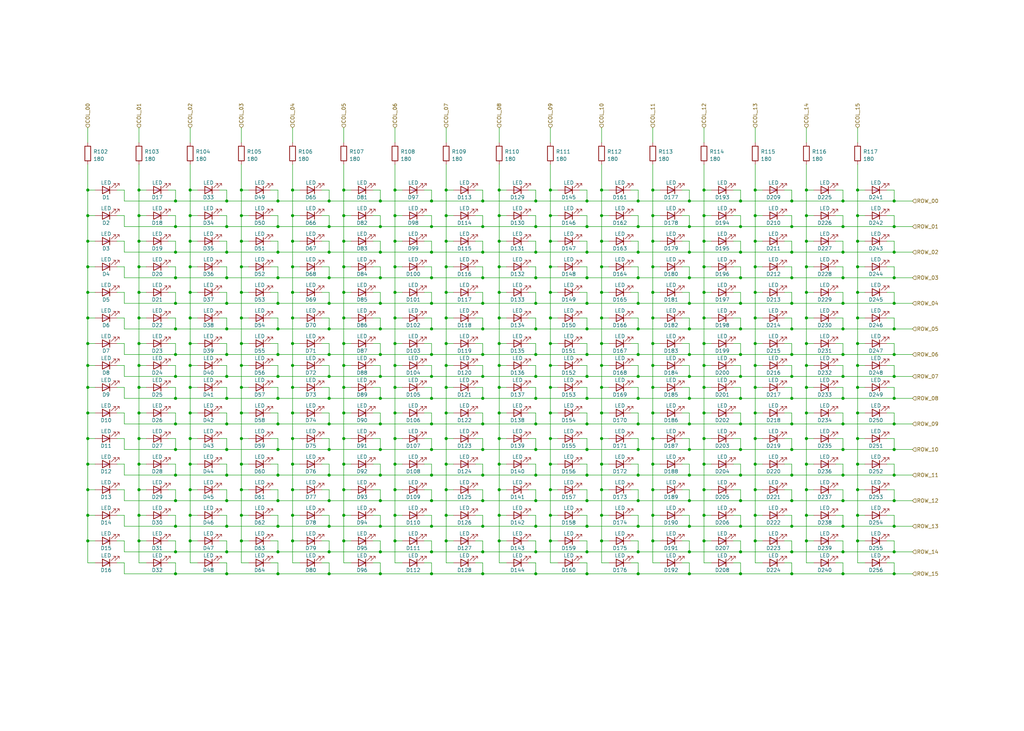
<source format=kicad_sch>
(kicad_sch (version 20230121) (generator eeschema)
  (paper "User" 355.6 254)
  (junction (at 114.3 182.88))
  (junction (at 203.835 123.19))
  (junction (at 132.08 123.19))
  (junction (at 101.6 134.62))
  (junction (at 66.04 127))
  (junction (at 292.735 96.52))
  (junction (at 310.515 147.32))
  (junction (at 274.955 87.63))
  (junction (at 149.86 69.85))
  (junction (at 60.96 130.81))
  (junction (at 239.395 78.74))
  (junction (at 297.815 143.51))
  (junction (at 257.175 182.88))
  (junction (at 274.955 173.99))
  (junction (at 119.38 187.96))
  (junction (at 244.475 110.49))
  (junction (at 221.615 105.41))
  (junction (at 310.515 123.19))
  (junction (at 149.86 123.19))
  (junction (at 262.255 170.18))
  (junction (at 119.38 83.82))
  (junction (at 310.515 173.99))
  (junction (at 60.96 173.99))
  (junction (at 101.6 127))
  (junction (at 137.16 119.38))
  (junction (at 48.26 127))
  (junction (at 167.64 87.63))
  (junction (at 244.475 161.29))
  (junction (at 310.515 156.21))
  (junction (at 244.475 66.04))
  (junction (at 114.3 130.81))
  (junction (at 119.38 179.07))
  (junction (at 203.835 105.41))
  (junction (at 30.48 83.82))
  (junction (at 292.735 130.81))
  (junction (at 83.82 187.96))
  (junction (at 101.6 119.38))
  (junction (at 96.52 96.52))
  (junction (at 60.96 105.41))
  (junction (at 221.615 114.3))
  (junction (at 280.035 127))
  (junction (at 119.38 92.71))
  (junction (at 257.175 114.3))
  (junction (at 297.815 101.6))
  (junction (at 257.175 173.99))
  (junction (at 274.955 182.88))
  (junction (at 310.515 105.41))
  (junction (at 101.6 170.18))
  (junction (at 173.355 134.62))
  (junction (at 96.52 156.21))
  (junction (at 221.615 199.39))
  (junction (at 244.475 187.96))
  (junction (at 60.96 165.1))
  (junction (at 221.615 191.77))
  (junction (at 239.395 105.41))
  (junction (at 221.615 123.19))
  (junction (at 48.26 66.04))
  (junction (at 167.64 147.32))
  (junction (at 30.48 179.07))
  (junction (at 83.82 101.6))
  (junction (at 257.175 105.41))
  (junction (at 78.74 96.52))
  (junction (at 297.815 134.62))
  (junction (at 244.475 134.62))
  (junction (at 154.94 127))
  (junction (at 114.3 199.39))
  (junction (at 60.96 78.74))
  (junction (at 226.695 92.71))
  (junction (at 186.055 138.43))
  (junction (at 66.04 92.71))
  (junction (at 66.04 187.96))
  (junction (at 137.16 143.51))
  (junction (at 262.255 66.04))
  (junction (at 280.035 83.82))
  (junction (at 203.835 182.88))
  (junction (at 132.08 138.43))
  (junction (at 280.035 187.96))
  (junction (at 262.255 101.6))
  (junction (at 280.035 170.18))
  (junction (at 101.6 179.07))
  (junction (at 167.64 191.77))
  (junction (at 101.6 83.82))
  (junction (at 262.255 134.62))
  (junction (at 274.955 114.3))
  (junction (at 48.26 161.29))
  (junction (at 173.355 170.18))
  (junction (at 186.055 182.88))
  (junction (at 173.355 179.07))
  (junction (at 203.835 199.39))
  (junction (at 66.04 170.18))
  (junction (at 186.055 96.52))
  (junction (at 274.955 78.74))
  (junction (at 186.055 123.19))
  (junction (at 78.74 182.88))
  (junction (at 60.96 96.52))
  (junction (at 101.6 152.4))
  (junction (at 96.52 199.39))
  (junction (at 191.135 92.71))
  (junction (at 132.08 114.3))
  (junction (at 257.175 191.77))
  (junction (at 186.055 147.32))
  (junction (at 310.515 96.52))
  (junction (at 167.64 114.3))
  (junction (at 262.255 83.82))
  (junction (at 30.48 119.38))
  (junction (at 191.135 187.96))
  (junction (at 83.82 74.93))
  (junction (at 149.86 87.63))
  (junction (at 221.615 130.81))
  (junction (at 132.08 199.39))
  (junction (at 149.86 156.21))
  (junction (at 280.035 66.04))
  (junction (at 132.08 173.99))
  (junction (at 191.135 66.04))
  (junction (at 274.955 96.52))
  (junction (at 186.055 105.41))
  (junction (at 274.955 156.21))
  (junction (at 154.94 66.04))
  (junction (at 280.035 101.6))
  (junction (at 191.135 134.62))
  (junction (at 78.74 130.81))
  (junction (at 83.82 110.49))
  (junction (at 292.735 78.74))
  (junction (at 226.695 143.51))
  (junction (at 149.86 130.81))
  (junction (at 96.52 191.77))
  (junction (at 137.16 161.29))
  (junction (at 101.6 92.71))
  (junction (at 203.835 130.81))
  (junction (at 101.6 101.6))
  (junction (at 274.955 191.77))
  (junction (at 203.835 78.74))
  (junction (at 239.395 182.88))
  (junction (at 149.86 199.39))
  (junction (at 239.395 156.21))
  (junction (at 257.175 156.21))
  (junction (at 66.04 134.62))
  (junction (at 173.355 101.6))
  (junction (at 30.48 134.62))
  (junction (at 244.475 152.4))
  (junction (at 262.255 152.4))
  (junction (at 257.175 138.43))
  (junction (at 114.3 191.77))
  (junction (at 280.035 74.93))
  (junction (at 48.26 152.4))
  (junction (at 149.86 191.77))
  (junction (at 280.035 179.07))
  (junction (at 96.52 123.19))
  (junction (at 292.735 191.77))
  (junction (at 208.915 74.93))
  (junction (at 208.915 179.07))
  (junction (at 114.3 138.43))
  (junction (at 154.94 101.6))
  (junction (at 310.515 182.88))
  (junction (at 310.515 199.39))
  (junction (at 83.82 134.62))
  (junction (at 292.735 87.63))
  (junction (at 191.135 83.82))
  (junction (at 78.74 138.43))
  (junction (at 167.64 173.99))
  (junction (at 221.615 138.43))
  (junction (at 173.355 161.29))
  (junction (at 30.48 101.6))
  (junction (at 83.82 179.07))
  (junction (at 257.175 199.39))
  (junction (at 30.48 170.18))
  (junction (at 191.135 74.93))
  (junction (at 226.695 179.07))
  (junction (at 30.48 74.93))
  (junction (at 186.055 199.39))
  (junction (at 78.74 165.1))
  (junction (at 239.395 69.85))
  (junction (at 48.26 110.49))
  (junction (at 262.255 187.96))
  (junction (at 149.86 96.52))
  (junction (at 208.915 110.49))
  (junction (at 221.615 165.1))
  (junction (at 83.82 127))
  (junction (at 48.26 74.93))
  (junction (at 310.515 165.1))
  (junction (at 167.64 78.74))
  (junction (at 208.915 170.18))
  (junction (at 186.055 156.21))
  (junction (at 257.175 147.32))
  (junction (at 30.48 187.96))
  (junction (at 137.16 83.82))
  (junction (at 66.04 101.6))
  (junction (at 173.355 127))
  (junction (at 244.475 127))
  (junction (at 96.52 114.3))
  (junction (at 66.04 152.4))
  (junction (at 132.08 78.74))
  (junction (at 297.815 110.49))
  (junction (at 96.52 105.41))
  (junction (at 83.82 119.38))
  (junction (at 297.815 179.07))
  (junction (at 297.815 66.04))
  (junction (at 83.82 66.04))
  (junction (at 66.04 66.04))
  (junction (at 239.395 123.19))
  (junction (at 119.38 170.18))
  (junction (at 257.175 165.1))
  (junction (at 114.3 69.85))
  (junction (at 191.135 110.49))
  (junction (at 191.135 143.51))
  (junction (at 221.615 96.52))
  (junction (at 66.04 74.93))
  (junction (at 66.04 119.38))
  (junction (at 310.515 78.74))
  (junction (at 203.835 87.63))
  (junction (at 203.835 165.1))
  (junction (at 114.3 147.32))
  (junction (at 78.74 156.21))
  (junction (at 48.26 170.18))
  (junction (at 244.475 83.82))
  (junction (at 101.6 74.93))
  (junction (at 244.475 92.71))
  (junction (at 78.74 191.77))
  (junction (at 132.08 165.1))
  (junction (at 244.475 119.38))
  (junction (at 66.04 143.51))
  (junction (at 274.955 130.81))
  (junction (at 60.96 69.85))
  (junction (at 239.395 130.81))
  (junction (at 221.615 182.88))
  (junction (at 297.815 119.38))
  (junction (at 208.915 161.29))
  (junction (at 48.26 143.51))
  (junction (at 132.08 105.41))
  (junction (at 78.74 199.39))
  (junction (at 66.04 83.82))
  (junction (at 208.915 101.6))
  (junction (at 154.94 74.93))
  (junction (at 226.695 152.4))
  (junction (at 221.615 173.99))
  (junction (at 167.64 105.41))
  (junction (at 173.355 92.71))
  (junction (at 274.955 123.19))
  (junction (at 310.515 114.3))
  (junction (at 191.135 152.4))
  (junction (at 257.175 78.74))
  (junction (at 114.3 165.1))
  (junction (at 244.475 179.07))
  (junction (at 310.515 130.81))
  (junction (at 137.16 74.93))
  (junction (at 137.16 134.62))
  (junction (at 60.96 182.88))
  (junction (at 96.52 69.85))
  (junction (at 226.695 83.82))
  (junction (at 154.94 119.38))
  (junction (at 167.64 69.85))
  (junction (at 96.52 130.81))
  (junction (at 226.695 66.04))
  (junction (at 154.94 179.07))
  (junction (at 226.695 101.6))
  (junction (at 78.74 114.3))
  (junction (at 262.255 92.71))
  (junction (at 239.395 96.52))
  (junction (at 101.6 110.49))
  (junction (at 101.6 143.51))
  (junction (at 96.52 165.1))
  (junction (at 310.515 191.77))
  (junction (at 191.135 101.6))
  (junction (at 114.3 156.21))
  (junction (at 292.735 173.99))
  (junction (at 262.255 161.29))
  (junction (at 137.16 179.07))
  (junction (at 78.74 87.63))
  (junction (at 297.815 74.93))
  (junction (at 208.915 83.82))
  (junction (at 114.3 96.52))
  (junction (at 297.815 161.29))
  (junction (at 154.94 92.71))
  (junction (at 297.815 170.18))
  (junction (at 203.835 147.32))
  (junction (at 208.915 92.71))
  (junction (at 154.94 152.4))
  (junction (at 208.915 152.4))
  (junction (at 48.26 119.38))
  (junction (at 78.74 69.85))
  (junction (at 226.695 187.96))
  (junction (at 262.255 74.93))
  (junction (at 137.16 187.96))
  (junction (at 78.74 123.19))
  (junction (at 191.135 119.38))
  (junction (at 292.735 156.21))
  (junction (at 167.64 165.1))
  (junction (at 292.735 182.88))
  (junction (at 292.735 147.32))
  (junction (at 239.395 87.63))
  (junction (at 186.055 173.99))
  (junction (at 262.255 143.51))
  (junction (at 137.16 101.6))
  (junction (at 173.355 119.38))
  (junction (at 191.135 161.29))
  (junction (at 239.395 191.77))
  (junction (at 167.64 138.43))
  (junction (at 173.355 187.96))
  (junction (at 274.955 69.85))
  (junction (at 186.055 191.77))
  (junction (at 274.955 147.32))
  (junction (at 257.175 123.19))
  (junction (at 239.395 173.99))
  (junction (at 203.835 138.43))
  (junction (at 119.38 161.29))
  (junction (at 203.835 156.21))
  (junction (at 310.515 87.63))
  (junction (at 208.915 134.62))
  (junction (at 132.08 147.32))
  (junction (at 167.64 123.19))
  (junction (at 208.915 119.38))
  (junction (at 137.16 92.71))
  (junction (at 149.86 138.43))
  (junction (at 257.175 96.52))
  (junction (at 310.515 138.43))
  (junction (at 83.82 83.82))
  (junction (at 280.035 152.4))
  (junction (at 208.915 143.51))
  (junction (at 83.82 170.18))
  (junction (at 60.96 123.19))
  (junction (at 173.355 66.04))
  (junction (at 244.475 101.6))
  (junction (at 191.135 179.07))
  (junction (at 149.86 78.74))
  (junction (at 239.395 114.3))
  (junction (at 60.96 156.21))
  (junction (at 262.255 179.07))
  (junction (at 60.96 191.77))
  (junction (at 292.735 123.19))
  (junction (at 244.475 170.18))
  (junction (at 297.815 187.96))
  (junction (at 226.695 119.38))
  (junction (at 83.82 152.4))
  (junction (at 60.96 199.39))
  (junction (at 274.955 165.1))
  (junction (at 274.955 105.41))
  (junction (at 292.735 114.3))
  (junction (at 149.86 182.88))
  (junction (at 221.615 69.85))
  (junction (at 226.695 74.93))
  (junction (at 154.94 110.49))
  (junction (at 203.835 96.52))
  (junction (at 280.035 134.62))
  (junction (at 186.055 87.63))
  (junction (at 154.94 134.62))
  (junction (at 173.355 74.93))
  (junction (at 244.475 74.93))
  (junction (at 66.04 110.49))
  (junction (at 280.035 92.71))
  (junction (at 119.38 66.04))
  (junction (at 137.16 127))
  (junction (at 30.48 127))
  (junction (at 66.04 179.07))
  (junction (at 167.64 199.39))
  (junction (at 226.695 161.29))
  (junction (at 203.835 173.99))
  (junction (at 137.16 152.4))
  (junction (at 208.915 127))
  (junction (at 208.915 187.96))
  (junction (at 60.96 138.43))
  (junction (at 191.135 170.18))
  (junction (at 96.52 147.32))
  (junction (at 114.3 123.19))
  (junction (at 78.74 78.74))
  (junction (at 119.38 74.93))
  (junction (at 280.035 161.29))
  (junction (at 96.52 138.43))
  (junction (at 203.835 69.85))
  (junction (at 167.64 156.21))
  (junction (at 173.355 83.82))
  (junction (at 48.26 83.82))
  (junction (at 132.08 156.21))
  (junction (at 292.735 105.41))
  (junction (at 30.48 161.29))
  (junction (at 292.735 199.39))
  (junction (at 78.74 105.41))
  (junction (at 119.38 101.6))
  (junction (at 292.735 69.85))
  (junction (at 114.3 78.74))
  (junction (at 310.515 69.85))
  (junction (at 292.735 138.43))
  (junction (at 114.3 114.3))
  (junction (at 244.475 143.51))
  (junction (at 60.96 147.32))
  (junction (at 292.735 165.1))
  (junction (at 48.26 101.6))
  (junction (at 101.6 187.96))
  (junction (at 208.915 66.04))
  (junction (at 132.08 96.52))
  (junction (at 149.86 173.99))
  (junction (at 167.64 182.88))
  (junction (at 226.695 127))
  (junction (at 48.26 134.62))
  (junction (at 280.035 110.49))
  (junction (at 221.615 147.32))
  (junction (at 137.16 110.49))
  (junction (at 297.815 152.4))
  (junction (at 48.26 92.71))
  (junction (at 262.255 110.49))
  (junction (at 30.48 110.49))
  (junction (at 83.82 143.51))
  (junction (at 203.835 114.3))
  (junction (at 154.94 170.18))
  (junction (at 297.815 92.71))
  (junction (at 239.395 165.1))
  (junction (at 119.38 110.49))
  (junction (at 154.94 143.51))
  (junction (at 149.86 165.1))
  (junction (at 119.38 127))
  (junction (at 119.38 119.38))
  (junction (at 154.94 187.96))
  (junction (at 154.94 83.82))
  (junction (at 173.355 152.4))
  (junction (at 262.255 127))
  (junction (at 280.035 143.51))
  (junction (at 30.48 152.4))
  (junction (at 83.82 92.71))
  (junction (at 96.52 173.99))
  (junction (at 60.96 87.63))
  (junction (at 48.26 187.96))
  (junction (at 262.255 119.38))
  (junction (at 48.26 179.07))
  (junction (at 226.695 170.18))
  (junction (at 167.64 96.52))
  (junction (at 132.08 130.81))
  (junction (at 280.035 119.38))
  (junction (at 101.6 161.29))
  (junction (at 226.695 134.62))
  (junction (at 137.16 66.04))
  (junction (at 167.64 130.81))
  (junction (at 186.055 69.85))
  (junction (at 173.355 143.51))
  (junction (at 203.835 191.77))
  (junction (at 186.055 78.74))
  (junction (at 257.175 130.81))
  (junction (at 257.175 69.85))
  (junction (at 114.3 87.63))
  (junction (at 149.86 114.3))
  (junction (at 226.695 110.49))
  (junction (at 274.955 138.43))
  (junction (at 60.96 114.3))
  (junction (at 132.08 191.77))
  (junction (at 154.94 161.29))
  (junction (at 132.08 87.63))
  (junction (at 149.86 147.32))
  (junction (at 30.48 143.51))
  (junction (at 221.615 156.21))
  (junction (at 114.3 105.41))
  (junction (at 297.815 83.82))
  (junction (at 78.74 147.32))
  (junction (at 221.615 87.63))
  (junction (at 101.6 66.04))
  (junction (at 257.175 87.63))
  (junction (at 30.48 92.71))
  (junction (at 30.48 66.04))
  (junction (at 149.86 105.41))
  (junction (at 274.955 199.39))
  (junction (at 186.055 130.81))
  (junction (at 297.815 127))
  (junction (at 239.395 138.43))
  (junction (at 221.615 78.74))
  (junction (at 132.08 182.88))
  (junction (at 96.52 182.88))
  (junction (at 186.055 165.1))
  (junction (at 239.395 199.39))
  (junction (at 96.52 78.74))
  (junction (at 132.08 69.85))
  (junction (at 119.38 134.62))
  (junction (at 191.135 127))
  (junction (at 119.38 152.4))
  (junction (at 83.82 161.29))
  (junction (at 173.355 110.49))
  (junction (at 239.395 147.32))
  (junction (at 66.04 161.29))
  (junction (at 186.055 114.3))
  (junction (at 114.3 173.99))
  (junction (at 119.38 143.51))
  (junction (at 137.16 170.18))
  (junction (at 78.74 173.99))
  (junction (at 96.52 87.63))
  (wire (pts (xy 43.18 195.58) (xy 40.64 195.58)))
  (wire (pts (xy 60.96 134.62) (xy 58.42 134.62)))
  (wire (pts (xy 96.52 173.99) (xy 114.3 173.99)))
  (wire (pts (xy 186.055 101.6) (xy 183.515 101.6)))
  (wire (pts (xy 257.175 156.21) (xy 274.955 156.21)))
  (wire (pts (xy 297.815 127) (xy 297.815 134.62)))
  (wire (pts (xy 43.18 123.19) (xy 60.96 123.19)))
  (wire (pts (xy 139.7 187.96) (xy 137.16 187.96)))
  (wire (pts (xy 262.255 134.62) (xy 262.255 143.51)))
  (wire (pts (xy 300.355 92.71) (xy 297.815 92.71)))
  (wire (pts (xy 132.08 66.04) (xy 129.54 66.04)))
  (wire (pts (xy 96.52 143.51) (xy 93.98 143.51)))
  (wire (pts (xy 297.815 179.07) (xy 297.815 187.96)))
  (wire (pts (xy 274.955 152.4) (xy 274.955 156.21)))
  (wire (pts (xy 257.175 78.74) (xy 274.955 78.74)))
  (wire (pts (xy 221.615 92.71) (xy 221.615 96.52)))
  (wire (pts (xy 139.7 134.62) (xy 137.16 134.62)))
  (wire (pts (xy 121.92 170.18) (xy 119.38 170.18)))
  (wire (pts (xy 149.86 152.4) (xy 149.86 156.21)))
  (wire (pts (xy 60.96 134.62) (xy 60.96 138.43)))
  (wire (pts (xy 274.955 179.07) (xy 272.415 179.07)))
  (wire (pts (xy 149.86 66.04) (xy 149.86 69.85)))
  (wire (pts (xy 292.735 96.52) (xy 310.515 96.52)))
  (wire (pts (xy 137.16 74.93) (xy 137.16 83.82)))
  (wire (pts (xy 43.18 127) (xy 40.64 127)))
  (wire (pts (xy 121.92 143.51) (xy 119.38 143.51)))
  (wire (pts (xy 211.455 170.18) (xy 208.915 170.18)))
  (wire (pts (xy 86.36 110.49) (xy 83.82 110.49)))
  (wire (pts (xy 48.26 83.82) (xy 48.26 92.71)))
  (wire (pts (xy 132.08 138.43) (xy 149.86 138.43)))
  (wire (pts (xy 119.38 179.07) (xy 119.38 187.96)))
  (wire (pts (xy 280.035 187.96) (xy 280.035 195.58)))
  (wire (pts (xy 50.8 161.29) (xy 48.26 161.29)))
  (wire (pts (xy 83.82 83.82) (xy 83.82 92.71)))
  (wire (pts (xy 175.895 119.38) (xy 173.355 119.38)))
  (wire (pts (xy 66.04 92.71) (xy 66.04 101.6)))
  (wire (pts (xy 167.64 114.3) (xy 186.055 114.3)))
  (wire (pts (xy 274.955 92.71) (xy 272.415 92.71)))
  (wire (pts (xy 48.26 134.62) (xy 48.26 143.51)))
  (wire (pts (xy 191.135 152.4) (xy 191.135 161.29)))
  (wire (pts (xy 132.08 161.29) (xy 129.54 161.29)))
  (wire (pts (xy 86.36 134.62) (xy 83.82 134.62)))
  (wire (pts (xy 43.18 191.77) (xy 60.96 191.77)))
  (wire (pts (xy 30.48 127) (xy 30.48 134.62)))
  (wire (pts (xy 101.6 74.93) (xy 101.6 83.82)))
  (wire (pts (xy 221.615 101.6) (xy 221.615 105.41)))
  (wire (pts (xy 104.14 119.38) (xy 101.6 119.38)))
  (wire (pts (xy 310.515 143.51) (xy 310.515 147.32)))
  (wire (pts (xy 96.52 110.49) (xy 96.52 114.3)))
  (wire (pts (xy 33.02 179.07) (xy 30.48 179.07)))
  (wire (pts (xy 244.475 101.6) (xy 244.475 110.49)))
  (wire (pts (xy 167.64 78.74) (xy 186.055 78.74)))
  (wire (pts (xy 208.915 119.38) (xy 208.915 127)))
  (wire (pts (xy 114.3 138.43) (xy 132.08 138.43)))
  (wire (pts (xy 60.96 199.39) (xy 78.74 199.39)))
  (wire (pts (xy 137.16 44.45) (xy 137.16 49.53)))
  (wire (pts (xy 30.48 57.15) (xy 30.48 66.04)))
  (wire (pts (xy 244.475 170.18) (xy 244.475 179.07)))
  (wire (pts (xy 60.96 170.18) (xy 60.96 173.99)))
  (wire (pts (xy 221.615 179.07) (xy 219.075 179.07)))
  (wire (pts (xy 149.86 179.07) (xy 149.86 182.88)))
  (wire (pts (xy 114.3 152.4) (xy 114.3 156.21)))
  (wire (pts (xy 186.055 156.21) (xy 203.835 156.21)))
  (wire (pts (xy 297.815 161.29) (xy 297.815 170.18)))
  (wire (pts (xy 292.735 182.88) (xy 310.515 182.88)))
  (wire (pts (xy 186.055 114.3) (xy 203.835 114.3)))
  (wire (pts (xy 175.895 187.96) (xy 173.355 187.96)))
  (wire (pts (xy 101.6 134.62) (xy 104.14 134.62)))
  (wire (pts (xy 66.04 66.04) (xy 66.04 74.93)))
  (wire (pts (xy 239.395 161.29) (xy 236.855 161.29)))
  (wire (pts (xy 203.835 191.77) (xy 221.615 191.77)))
  (wire (pts (xy 132.08 134.62) (xy 132.08 138.43)))
  (wire (pts (xy 274.955 187.96) (xy 272.415 187.96)))
  (wire (pts (xy 43.18 199.39) (xy 60.96 199.39)))
  (wire (pts (xy 167.64 134.62) (xy 167.64 138.43)))
  (wire (pts (xy 96.52 156.21) (xy 114.3 156.21)))
  (wire (pts (xy 78.74 143.51) (xy 76.2 143.51)))
  (wire (pts (xy 262.255 187.96) (xy 262.255 195.58)))
  (wire (pts (xy 186.055 78.74) (xy 203.835 78.74)))
  (wire (pts (xy 43.18 187.96) (xy 43.18 191.77)))
  (wire (pts (xy 60.96 114.3) (xy 78.74 114.3)))
  (wire (pts (xy 221.615 105.41) (xy 239.395 105.41)))
  (wire (pts (xy 78.74 74.93) (xy 78.74 78.74)))
  (wire (pts (xy 96.52 147.32) (xy 114.3 147.32)))
  (wire (pts (xy 310.515 179.07) (xy 307.975 179.07)))
  (wire (pts (xy 244.475 152.4) (xy 244.475 161.29)))
  (wire (pts (xy 257.175 66.04) (xy 254.635 66.04)))
  (wire (pts (xy 60.96 187.96) (xy 58.42 187.96)))
  (wire (pts (xy 247.015 101.6) (xy 244.475 101.6)))
  (wire (pts (xy 66.04 143.51) (xy 66.04 152.4)))
  (wire (pts (xy 193.675 92.71) (xy 191.135 92.71)))
  (wire (pts (xy 137.16 152.4) (xy 137.16 161.29)))
  (wire (pts (xy 78.74 127) (xy 78.74 130.81)))
  (wire (pts (xy 274.955 101.6) (xy 274.955 105.41)))
  (wire (pts (xy 264.795 187.96) (xy 262.255 187.96)))
  (wire (pts (xy 292.735 66.04) (xy 292.735 69.85)))
  (wire (pts (xy 60.96 165.1) (xy 78.74 165.1)))
  (wire (pts (xy 96.52 134.62) (xy 96.52 138.43)))
  (wire (pts (xy 262.255 179.07) (xy 262.255 187.96)))
  (wire (pts (xy 132.08 92.71) (xy 129.54 92.71)))
  (wire (pts (xy 101.6 161.29) (xy 101.6 170.18)))
  (wire (pts (xy 43.18 66.04) (xy 43.18 69.85)))
  (wire (pts (xy 203.835 147.32) (xy 221.615 147.32)))
  (wire (pts (xy 50.8 127) (xy 48.26 127)))
  (wire (pts (xy 310.515 165.1) (xy 316.865 165.1)))
  (wire (pts (xy 30.48 143.51) (xy 30.48 152.4)))
  (wire (pts (xy 257.175 170.18) (xy 257.175 173.99)))
  (wire (pts (xy 78.74 74.93) (xy 76.2 74.93)))
  (wire (pts (xy 282.575 101.6) (xy 280.035 101.6)))
  (wire (pts (xy 274.955 96.52) (xy 292.735 96.52)))
  (wire (pts (xy 175.895 161.29) (xy 173.355 161.29)))
  (wire (pts (xy 239.395 173.99) (xy 257.175 173.99)))
  (wire (pts (xy 264.795 179.07) (xy 262.255 179.07)))
  (wire (pts (xy 149.86 92.71) (xy 149.86 96.52)))
  (wire (pts (xy 264.795 92.71) (xy 262.255 92.71)))
  (wire (pts (xy 280.035 152.4) (xy 280.035 161.29)))
  (wire (pts (xy 310.515 69.85) (xy 316.865 69.85)))
  (wire (pts (xy 114.3 152.4) (xy 111.76 152.4)))
  (wire (pts (xy 257.175 110.49) (xy 254.635 110.49)))
  (wire (pts (xy 132.08 92.71) (xy 132.08 96.52)))
  (wire (pts (xy 114.3 161.29) (xy 114.3 165.1)))
  (wire (pts (xy 310.515 119.38) (xy 307.975 119.38)))
  (wire (pts (xy 292.735 156.21) (xy 310.515 156.21)))
  (wire (pts (xy 226.695 57.15) (xy 226.695 66.04)))
  (wire (pts (xy 48.26 179.07) (xy 48.26 187.96)))
  (wire (pts (xy 208.915 110.49) (xy 208.915 119.38)))
  (wire (pts (xy 96.52 199.39) (xy 114.3 199.39)))
  (wire (pts (xy 257.175 138.43) (xy 274.955 138.43)))
  (wire (pts (xy 43.18 130.81) (xy 60.96 130.81)))
  (wire (pts (xy 274.955 161.29) (xy 274.955 165.1)))
  (wire (pts (xy 221.615 92.71) (xy 219.075 92.71)))
  (wire (pts (xy 310.515 152.4) (xy 307.975 152.4)))
  (wire (pts (xy 274.955 110.49) (xy 272.415 110.49)))
  (wire (pts (xy 33.02 161.29) (xy 30.48 161.29)))
  (wire (pts (xy 167.64 92.71) (xy 165.1 92.71)))
  (wire (pts (xy 292.735 74.93) (xy 290.195 74.93)))
  (wire (pts (xy 78.74 83.82) (xy 78.74 87.63)))
  (wire (pts (xy 274.955 105.41) (xy 292.735 105.41)))
  (wire (pts (xy 83.82 101.6) (xy 83.82 110.49)))
  (wire (pts (xy 262.255 170.18) (xy 262.255 179.07)))
  (wire (pts (xy 154.94 187.96) (xy 154.94 195.58)))
  (wire (pts (xy 310.515 179.07) (xy 310.515 182.88)))
  (wire (pts (xy 300.355 170.18) (xy 297.815 170.18)))
  (wire (pts (xy 66.04 170.18) (xy 66.04 179.07)))
  (wire (pts (xy 292.735 187.96) (xy 292.735 191.77)))
  (wire (pts (xy 292.735 92.71) (xy 290.195 92.71)))
  (wire (pts (xy 175.895 134.62) (xy 173.355 134.62)))
  (wire (pts (xy 211.455 66.04) (xy 208.915 66.04)))
  (wire (pts (xy 239.395 92.71) (xy 236.855 92.71)))
  (wire (pts (xy 310.515 127) (xy 310.515 130.81)))
  (wire (pts (xy 157.48 152.4) (xy 154.94 152.4)))
  (wire (pts (xy 86.36 195.58) (xy 83.82 195.58)))
  (wire (pts (xy 186.055 199.39) (xy 203.835 199.39)))
  (wire (pts (xy 292.735 134.62) (xy 290.195 134.62)))
  (wire (pts (xy 211.455 83.82) (xy 208.915 83.82)))
  (wire (pts (xy 149.86 78.74) (xy 167.64 78.74)))
  (wire (pts (xy 280.035 74.93) (xy 280.035 83.82)))
  (wire (pts (xy 203.835 105.41) (xy 221.615 105.41)))
  (wire (pts (xy 78.74 179.07) (xy 78.74 182.88)))
  (wire (pts (xy 121.92 119.38) (xy 119.38 119.38)))
  (wire (pts (xy 193.675 74.93) (xy 191.135 74.93)))
  (wire (pts (xy 274.955 152.4) (xy 272.415 152.4)))
  (wire (pts (xy 274.955 187.96) (xy 274.955 191.77)))
  (wire (pts (xy 203.835 74.93) (xy 201.295 74.93)))
  (wire (pts (xy 257.175 127) (xy 254.635 127)))
  (wire (pts (xy 43.18 74.93) (xy 40.64 74.93)))
  (wire (pts (xy 137.16 92.71) (xy 137.16 101.6)))
  (wire (pts (xy 229.235 83.82) (xy 226.695 83.82)))
  (wire (pts (xy 274.955 101.6) (xy 272.415 101.6)))
  (wire (pts (xy 114.3 92.71) (xy 111.76 92.71)))
  (wire (pts (xy 43.18 119.38) (xy 43.18 123.19)))
  (wire (pts (xy 191.135 74.93) (xy 191.135 83.82)))
  (wire (pts (xy 186.055 105.41) (xy 203.835 105.41)))
  (wire (pts (xy 132.08 199.39) (xy 149.86 199.39)))
  (wire (pts (xy 167.64 83.82) (xy 165.1 83.82)))
  (wire (pts (xy 292.735 119.38) (xy 292.735 123.19)))
  (wire (pts (xy 33.02 134.62) (xy 30.48 134.62)))
  (wire (pts (xy 257.175 182.88) (xy 274.955 182.88)))
  (wire (pts (xy 60.96 92.71) (xy 60.96 96.52)))
  (wire (pts (xy 132.08 179.07) (xy 129.54 179.07)))
  (wire (pts (xy 167.64 83.82) (xy 167.64 87.63)))
  (wire (pts (xy 132.08 156.21) (xy 149.86 156.21)))
  (wire (pts (xy 149.86 156.21) (xy 167.64 156.21)))
  (wire (pts (xy 292.735 161.29) (xy 292.735 165.1)))
  (wire (pts (xy 292.735 152.4) (xy 290.195 152.4)))
  (wire (pts (xy 186.055 173.99) (xy 203.835 173.99)))
  (wire (pts (xy 244.475 143.51) (xy 244.475 152.4)))
  (wire (pts (xy 229.235 92.71) (xy 226.695 92.71)))
  (wire (pts (xy 310.515 130.81) (xy 316.865 130.81)))
  (wire (pts (xy 282.575 74.93) (xy 280.035 74.93)))
  (wire (pts (xy 191.135 66.04) (xy 191.135 74.93)))
  (wire (pts (xy 274.955 123.19) (xy 292.735 123.19)))
  (wire (pts (xy 43.18 134.62) (xy 40.64 134.62)))
  (wire (pts (xy 48.26 143.51) (xy 48.26 152.4)))
  (wire (pts (xy 173.355 119.38) (xy 173.355 127)))
  (wire (pts (xy 292.735 87.63) (xy 310.515 87.63)))
  (wire (pts (xy 149.86 105.41) (xy 167.64 105.41)))
  (wire (pts (xy 68.58 161.29) (xy 66.04 161.29)))
  (wire (pts (xy 60.96 87.63) (xy 78.74 87.63)))
  (wire (pts (xy 274.955 134.62) (xy 274.955 138.43)))
  (wire (pts (xy 221.615 195.58) (xy 219.075 195.58)))
  (wire (pts (xy 173.355 74.93) (xy 173.355 83.82)))
  (wire (pts (xy 310.515 161.29) (xy 307.975 161.29)))
  (wire (pts (xy 154.94 66.04) (xy 154.94 74.93)))
  (wire (pts (xy 203.835 179.07) (xy 203.835 182.88)))
  (wire (pts (xy 186.055 96.52) (xy 203.835 96.52)))
  (wire (pts (xy 264.795 66.04) (xy 262.255 66.04)))
  (wire (pts (xy 264.795 152.4) (xy 262.255 152.4)))
  (wire (pts (xy 310.515 170.18) (xy 307.975 170.18)))
  (wire (pts (xy 297.815 74.93) (xy 297.815 83.82)))
  (wire (pts (xy 104.14 195.58) (xy 101.6 195.58)))
  (wire (pts (xy 78.74 147.32) (xy 96.52 147.32)))
  (wire (pts (xy 132.08 147.32) (xy 149.86 147.32)))
  (wire (pts (xy 257.175 123.19) (xy 274.955 123.19)))
  (wire (pts (xy 167.64 92.71) (xy 167.64 96.52)))
  (wire (pts (xy 104.14 152.4) (xy 101.6 152.4)))
  (wire (pts (xy 114.3 66.04) (xy 114.3 69.85)))
  (wire (pts (xy 239.395 130.81) (xy 257.175 130.81)))
  (wire (pts (xy 173.355 152.4) (xy 173.355 161.29)))
  (wire (pts (xy 43.18 101.6) (xy 40.64 101.6)))
  (wire (pts (xy 167.64 119.38) (xy 165.1 119.38)))
  (wire (pts (xy 221.615 119.38) (xy 219.075 119.38)))
  (wire (pts (xy 211.455 195.58) (xy 208.915 195.58)))
  (wire (pts (xy 149.86 130.81) (xy 167.64 130.81)))
  (wire (pts (xy 292.735 83.82) (xy 292.735 87.63)))
  (wire (pts (xy 280.035 92.71) (xy 280.035 101.6)))
  (wire (pts (xy 139.7 143.51) (xy 137.16 143.51)))
  (wire (pts (xy 274.955 78.74) (xy 292.735 78.74)))
  (wire (pts (xy 33.02 187.96) (xy 30.48 187.96)))
  (wire (pts (xy 139.7 170.18) (xy 137.16 170.18)))
  (wire (pts (xy 48.26 101.6) (xy 48.26 110.49)))
  (wire (pts (xy 132.08 110.49) (xy 132.08 114.3)))
  (wire (pts (xy 132.08 78.74) (xy 149.86 78.74)))
  (wire (pts (xy 257.175 110.49) (xy 257.175 114.3)))
  (wire (pts (xy 114.3 110.49) (xy 111.76 110.49)))
  (wire (pts (xy 96.52 110.49) (xy 93.98 110.49)))
  (wire (pts (xy 274.955 147.32) (xy 292.735 147.32)))
  (wire (pts (xy 239.395 123.19) (xy 257.175 123.19)))
  (wire (pts (xy 239.395 66.04) (xy 236.855 66.04)))
  (wire (pts (xy 292.735 147.32) (xy 310.515 147.32)))
  (wire (pts (xy 121.92 92.71) (xy 119.38 92.71)))
  (wire (pts (xy 114.3 182.88) (xy 132.08 182.88)))
  (wire (pts (xy 132.08 195.58) (xy 129.54 195.58)))
  (wire (pts (xy 221.615 161.29) (xy 221.615 165.1)))
  (wire (pts (xy 137.16 101.6) (xy 137.16 110.49)))
  (wire (pts (xy 96.52 74.93) (xy 93.98 74.93)))
  (wire (pts (xy 186.055 195.58) (xy 183.515 195.58)))
  (wire (pts (xy 193.675 119.38) (xy 191.135 119.38)))
  (wire (pts (xy 257.175 92.71) (xy 257.175 96.52)))
  (wire (pts (xy 86.36 161.29) (xy 83.82 161.29)))
  (wire (pts (xy 167.64 105.41) (xy 186.055 105.41)))
  (wire (pts (xy 203.835 134.62) (xy 201.295 134.62)))
  (wire (pts (xy 60.96 101.6) (xy 60.96 105.41)))
  (wire (pts (xy 167.64 134.62) (xy 165.1 134.62)))
  (wire (pts (xy 114.3 187.96) (xy 111.76 187.96)))
  (wire (pts (xy 257.175 130.81) (xy 274.955 130.81)))
  (wire (pts (xy 300.355 101.6) (xy 297.815 101.6)))
  (wire (pts (xy 33.02 110.49) (xy 30.48 110.49)))
  (wire (pts (xy 274.955 173.99) (xy 292.735 173.99)))
  (wire (pts (xy 191.135 161.29) (xy 191.135 170.18)))
  (wire (pts (xy 33.02 195.58) (xy 30.48 195.58)))
  (wire (pts (xy 114.3 143.51) (xy 114.3 147.32)))
  (wire (pts (xy 60.96 130.81) (xy 78.74 130.81)))
  (wire (pts (xy 101.6 119.38) (xy 101.6 127)))
  (wire (pts (xy 173.355 44.45) (xy 173.355 49.53)))
  (wire (pts (xy 297.815 66.04) (xy 297.815 74.93)))
  (wire (pts (xy 50.8 92.71) (xy 48.26 92.71)))
  (wire (pts (xy 60.96 83.82) (xy 60.96 87.63)))
  (wire (pts (xy 167.64 165.1) (xy 186.055 165.1)))
  (wire (pts (xy 60.96 195.58) (xy 58.42 195.58)))
  (wire (pts (xy 292.735 69.85) (xy 310.515 69.85)))
  (wire (pts (xy 119.38 57.15) (xy 119.38 66.04)))
  (wire (pts (xy 203.835 78.74) (xy 221.615 78.74)))
  (wire (pts (xy 96.52 69.85) (xy 114.3 69.85)))
  (wire (pts (xy 43.18 143.51) (xy 40.64 143.51)))
  (wire (pts (xy 292.735 130.81) (xy 310.515 130.81)))
  (wire (pts (xy 96.52 74.93) (xy 96.52 78.74)))
  (wire (pts (xy 50.8 170.18) (xy 48.26 170.18)))
  (wire (pts (xy 139.7 152.4) (xy 137.16 152.4)))
  (wire (pts (xy 104.14 92.71) (xy 101.6 92.71)))
  (wire (pts (xy 132.08 179.07) (xy 132.08 182.88)))
  (wire (pts (xy 167.64 69.85) (xy 186.055 69.85)))
  (wire (pts (xy 139.7 66.04) (xy 137.16 66.04)))
  (wire (pts (xy 211.455 127) (xy 208.915 127)))
  (wire (pts (xy 239.395 105.41) (xy 257.175 105.41)))
  (wire (pts (xy 310.515 83.82) (xy 307.975 83.82)))
  (wire (pts (xy 96.52 130.81) (xy 114.3 130.81)))
  (wire (pts (xy 239.395 161.29) (xy 239.395 165.1)))
  (wire (pts (xy 119.38 170.18) (xy 119.38 179.07)))
  (wire (pts (xy 132.08 143.51) (xy 132.08 147.32)))
  (wire (pts (xy 68.58 92.71) (xy 66.04 92.71)))
  (wire (pts (xy 149.86 147.32) (xy 167.64 147.32)))
  (wire (pts (xy 257.175 195.58) (xy 254.635 195.58)))
  (wire (pts (xy 104.14 187.96) (xy 101.6 187.96)))
  (wire (pts (xy 33.02 74.93) (xy 30.48 74.93)))
  (wire (pts (xy 257.175 161.29) (xy 254.635 161.29)))
  (wire (pts (xy 239.395 170.18) (xy 236.855 170.18)))
  (wire (pts (xy 221.615 130.81) (xy 239.395 130.81)))
  (wire (pts (xy 280.035 179.07) (xy 280.035 187.96)))
  (wire (pts (xy 114.3 74.93) (xy 111.76 74.93)))
  (wire (pts (xy 114.3 173.99) (xy 132.08 173.99)))
  (wire (pts (xy 262.255 161.29) (xy 262.255 170.18)))
  (wire (pts (xy 186.055 152.4) (xy 183.515 152.4)))
  (wire (pts (xy 173.355 187.96) (xy 173.355 195.58)))
  (wire (pts (xy 274.955 170.18) (xy 274.955 173.99)))
  (wire (pts (xy 50.8 134.62) (xy 48.26 134.62)))
  (wire (pts (xy 274.955 138.43) (xy 292.735 138.43)))
  (wire (pts (xy 43.18 152.4) (xy 40.64 152.4)))
  (wire (pts (xy 191.135 170.18) (xy 191.135 179.07)))
  (wire (pts (xy 221.615 101.6) (xy 219.075 101.6)))
  (wire (pts (xy 221.615 114.3) (xy 239.395 114.3)))
  (wire (pts (xy 191.135 83.82) (xy 191.135 92.71)))
  (wire (pts (xy 239.395 187.96) (xy 236.855 187.96)))
  (wire (pts (xy 274.955 143.51) (xy 274.955 147.32)))
  (wire (pts (xy 221.615 74.93) (xy 219.075 74.93)))
  (wire (pts (xy 186.055 83.82) (xy 183.515 83.82)))
  (wire (pts (xy 167.64 130.81) (xy 186.055 130.81)))
  (wire (pts (xy 310.515 119.38) (xy 310.515 123.19)))
  (wire (pts (xy 186.055 92.71) (xy 183.515 92.71)))
  (wire (pts (xy 30.48 110.49) (xy 30.48 119.38)))
  (wire (pts (xy 114.3 78.74) (xy 132.08 78.74)))
  (wire (pts (xy 310.515 187.96) (xy 307.975 187.96)))
  (wire (pts (xy 292.735 105.41) (xy 310.515 105.41)))
  (wire (pts (xy 239.395 101.6) (xy 239.395 105.41)))
  (wire (pts (xy 33.02 152.4) (xy 30.48 152.4)))
  (wire (pts (xy 257.175 199.39) (xy 274.955 199.39)))
  (wire (pts (xy 167.64 143.51) (xy 165.1 143.51)))
  (wire (pts (xy 239.395 114.3) (xy 257.175 114.3)))
  (wire (pts (xy 310.515 101.6) (xy 310.515 105.41)))
  (wire (pts (xy 114.3 187.96) (xy 114.3 191.77)))
  (wire (pts (xy 101.6 187.96) (xy 101.6 195.58)))
  (wire (pts (xy 114.3 123.19) (xy 132.08 123.19)))
  (wire (pts (xy 310.515 187.96) (xy 310.515 191.77)))
  (wire (pts (xy 43.18 83.82) (xy 40.64 83.82)))
  (wire (pts (xy 211.455 92.71) (xy 208.915 92.71)))
  (wire (pts (xy 203.835 165.1) (xy 221.615 165.1)))
  (wire (pts (xy 104.14 83.82) (xy 101.6 83.82)))
  (wire (pts (xy 96.52 187.96) (xy 93.98 187.96)))
  (wire (pts (xy 221.615 83.82) (xy 221.615 87.63)))
  (wire (pts (xy 78.74 92.71) (xy 78.74 96.52)))
  (wire (pts (xy 257.175 187.96) (xy 257.175 191.77)))
  (wire (pts (xy 157.48 143.51) (xy 154.94 143.51)))
  (wire (pts (xy 149.86 199.39) (xy 167.64 199.39)))
  (wire (pts (xy 274.955 165.1) (xy 292.735 165.1)))
  (wire (pts (xy 101.6 57.15) (xy 101.6 66.04)))
  (wire (pts (xy 157.48 92.71) (xy 154.94 92.71)))
  (wire (pts (xy 121.92 101.6) (xy 119.38 101.6)))
  (wire (pts (xy 203.835 96.52) (xy 221.615 96.52)))
  (wire (pts (xy 60.96 92.71) (xy 58.42 92.71)))
  (wire (pts (xy 229.235 119.38) (xy 226.695 119.38)))
  (wire (pts (xy 78.74 130.81) (xy 96.52 130.81)))
  (wire (pts (xy 78.74 152.4) (xy 78.74 156.21)))
  (wire (pts (xy 208.915 134.62) (xy 208.915 143.51)))
  (wire (pts (xy 50.8 66.04) (xy 48.26 66.04)))
  (wire (pts (xy 60.96 179.07) (xy 60.96 182.88)))
  (wire (pts (xy 247.015 170.18) (xy 244.475 170.18)))
  (wire (pts (xy 149.86 187.96) (xy 149.86 191.77)))
  (wire (pts (xy 186.055 130.81) (xy 203.835 130.81)))
  (wire (pts (xy 68.58 83.82) (xy 66.04 83.82)))
  (wire (pts (xy 175.895 127) (xy 173.355 127)))
  (wire (pts (xy 203.835 87.63) (xy 221.615 87.63)))
  (wire (pts (xy 60.96 66.04) (xy 58.42 66.04)))
  (wire (pts (xy 193.675 187.96) (xy 191.135 187.96)))
  (wire (pts (xy 203.835 101.6) (xy 201.295 101.6)))
  (wire (pts (xy 239.395 110.49) (xy 239.395 114.3)))
  (wire (pts (xy 300.355 195.58) (xy 297.815 195.58)))
  (wire (pts (xy 274.955 83.82) (xy 272.415 83.82)))
  (wire (pts (xy 114.3 170.18) (xy 111.76 170.18)))
  (wire (pts (xy 50.8 119.38) (xy 48.26 119.38)))
  (wire (pts (xy 149.86 179.07) (xy 147.32 179.07)))
  (wire (pts (xy 119.38 66.04) (xy 119.38 74.93)))
  (wire (pts (xy 226.695 134.62) (xy 226.695 143.51)))
  (wire (pts (xy 203.835 66.04) (xy 203.835 69.85)))
  (wire (pts (xy 96.52 83.82) (xy 96.52 87.63)))
  (wire (pts (xy 78.74 119.38) (xy 76.2 119.38)))
  (wire (pts (xy 173.355 101.6) (xy 173.355 110.49)))
  (wire (pts (xy 86.36 179.07) (xy 83.82 179.07)))
  (wire (pts (xy 154.94 110.49) (xy 154.94 119.38)))
  (wire (pts (xy 310.515 134.62) (xy 310.515 138.43)))
  (wire (pts (xy 239.395 74.93) (xy 239.395 78.74)))
  (wire (pts (xy 137.16 127) (xy 137.16 134.62)))
  (wire (pts (xy 239.395 127) (xy 236.855 127)))
  (wire (pts (xy 86.36 101.6) (xy 83.82 101.6)))
  (wire (pts (xy 30.48 92.71) (xy 30.48 101.6)))
  (wire (pts (xy 132.08 195.58) (xy 132.08 199.39)))
  (wire (pts (xy 239.395 134.62) (xy 239.395 138.43)))
  (wire (pts (xy 282.575 195.58) (xy 280.035 195.58)))
  (wire (pts (xy 186.055 187.96) (xy 186.055 191.77)))
  (wire (pts (xy 50.8 179.07) (xy 48.26 179.07)))
  (wire (pts (xy 310.515 83.82) (xy 310.515 87.63)))
  (wire (pts (xy 300.355 74.93) (xy 297.815 74.93)))
  (wire (pts (xy 139.7 161.29) (xy 137.16 161.29)))
  (wire (pts (xy 132.08 165.1) (xy 149.86 165.1)))
  (wire (pts (xy 300.355 66.04) (xy 297.815 66.04)))
  (wire (pts (xy 132.08 119.38) (xy 132.08 123.19)))
  (wire (pts (xy 132.08 87.63) (xy 149.86 87.63)))
  (wire (pts (xy 239.395 187.96) (xy 239.395 191.77)))
  (wire (pts (xy 121.92 110.49) (xy 119.38 110.49)))
  (wire (pts (xy 83.82 92.71) (xy 83.82 101.6)))
  (wire (pts (xy 292.735 78.74) (xy 310.515 78.74)))
  (wire (pts (xy 264.795 74.93) (xy 262.255 74.93)))
  (wire (pts (xy 186.055 69.85) (xy 203.835 69.85)))
  (wire (pts (xy 310.515 114.3) (xy 316.865 114.3)))
  (wire (pts (xy 167.64 191.77) (xy 186.055 191.77)))
  (wire (pts (xy 149.86 134.62) (xy 147.32 134.62)))
  (wire (pts (xy 119.38 74.93) (xy 119.38 83.82)))
  (wire (pts (xy 292.735 110.49) (xy 292.735 114.3)))
  (wire (pts (xy 60.96 143.51) (xy 60.96 147.32)))
  (wire (pts (xy 119.38 92.71) (xy 119.38 101.6)))
  (wire (pts (xy 208.915 66.04) (xy 208.915 74.93)))
  (wire (pts (xy 114.3 119.38) (xy 111.76 119.38)))
  (wire (pts (xy 292.735 83.82) (xy 290.195 83.82)))
  (wire (pts (xy 48.26 127) (xy 48.26 134.62)))
  (wire (pts (xy 239.395 110.49) (xy 236.855 110.49)))
  (wire (pts (xy 149.86 92.71) (xy 147.32 92.71)))
  (wire (pts (xy 186.055 170.18) (xy 186.055 173.99)))
  (wire (pts (xy 264.795 110.49) (xy 262.255 110.49)))
  (wire (pts (xy 257.175 101.6) (xy 257.175 105.41)))
  (wire (pts (xy 226.695 66.04) (xy 226.695 74.93)))
  (wire (pts (xy 86.36 170.18) (xy 83.82 170.18)))
  (wire (pts (xy 226.695 110.49) (xy 226.695 119.38)))
  (wire (pts (xy 310.515 134.62) (xy 307.975 134.62)))
  (wire (pts (xy 48.26 119.38) (xy 48.26 127)))
  (wire (pts (xy 66.04 152.4) (xy 66.04 161.29)))
  (wire (pts (xy 257.175 114.3) (xy 274.955 114.3)))
  (wire (pts (xy 66.04 83.82) (xy 66.04 92.71)))
  (wire (pts (xy 60.96 74.93) (xy 58.42 74.93)))
  (wire (pts (xy 297.815 101.6) (xy 297.815 110.49)))
  (wire (pts (xy 78.74 156.21) (xy 96.52 156.21)))
  (wire (pts (xy 43.18 74.93) (xy 43.18 78.74)))
  (wire (pts (xy 78.74 92.71) (xy 76.2 92.71)))
  (wire (pts (xy 211.455 161.29) (xy 208.915 161.29)))
  (wire (pts (xy 292.735 110.49) (xy 290.195 110.49)))
  (wire (pts (xy 114.3 147.32) (xy 132.08 147.32)))
  (wire (pts (xy 114.3 195.58) (xy 114.3 199.39)))
  (wire (pts (xy 280.035 119.38) (xy 280.035 127)))
  (wire (pts (xy 132.08 170.18) (xy 129.54 170.18)))
  (wire (pts (xy 208.915 179.07) (xy 208.915 187.96)))
  (wire (pts (xy 86.36 119.38) (xy 83.82 119.38)))
  (wire (pts (xy 149.86 143.51) (xy 147.32 143.51)))
  (wire (pts (xy 191.135 187.96) (xy 191.135 195.58)))
  (wire (pts (xy 78.74 187.96) (xy 76.2 187.96)))
  (wire (pts (xy 137.16 110.49) (xy 137.16 119.38)))
  (wire (pts (xy 221.615 78.74) (xy 239.395 78.74)))
  (wire (pts (xy 114.3 143.51) (xy 111.76 143.51)))
  (wire (pts (xy 78.74 127) (xy 76.2 127)))
  (wire (pts (xy 186.055 110.49) (xy 186.055 114.3)))
  (wire (pts (xy 101.6 134.62) (xy 101.6 143.51)))
  (wire (pts (xy 78.74 170.18) (xy 78.74 173.99)))
  (wire (pts (xy 221.615 147.32) (xy 239.395 147.32)))
  (wire (pts (xy 229.235 170.18) (xy 226.695 170.18)))
  (wire (pts (xy 86.36 127) (xy 83.82 127)))
  (wire (pts (xy 86.36 152.4) (xy 83.82 152.4)))
  (wire (pts (xy 292.735 123.19) (xy 310.515 123.19)))
  (wire (pts (xy 50.8 195.58) (xy 48.26 195.58)))
  (wire (pts (xy 262.255 143.51) (xy 262.255 152.4)))
  (wire (pts (xy 50.8 110.49) (xy 48.26 110.49)))
  (wire (pts (xy 149.86 195.58) (xy 149.86 199.39)))
  (wire (pts (xy 167.64 119.38) (xy 167.64 123.19)))
  (wire (pts (xy 154.94 92.71) (xy 154.94 101.6)))
  (wire (pts (xy 132.08 74.93) (xy 132.08 78.74)))
  (wire (pts (xy 221.615 74.93) (xy 221.615 78.74)))
  (wire (pts (xy 239.395 195.58) (xy 236.855 195.58)))
  (wire (pts (xy 310.515 195.58) (xy 310.515 199.39)))
  (wire (pts (xy 257.175 179.07) (xy 254.635 179.07)))
  (wire (pts (xy 186.055 147.32) (xy 203.835 147.32)))
  (wire (pts (xy 132.08 130.81) (xy 149.86 130.81)))
  (wire (pts (xy 96.52 66.04) (xy 93.98 66.04)))
  (wire (pts (xy 310.515 170.18) (xy 310.515 173.99)))
  (wire (pts (xy 226.695 134.62) (xy 229.235 134.62)))
  (wire (pts (xy 203.835 152.4) (xy 203.835 156.21)))
  (wire (pts (xy 114.3 134.62) (xy 111.76 134.62)))
  (wire (pts (xy 292.735 165.1) (xy 310.515 165.1)))
  (wire (pts (xy 154.94 44.45) (xy 154.94 49.53)))
  (wire (pts (xy 257.175 134.62) (xy 254.635 134.62)))
  (wire (pts (xy 292.735 179.07) (xy 290.195 179.07)))
  (wire (pts (xy 175.895 92.71) (xy 173.355 92.71)))
  (wire (pts (xy 104.14 127) (xy 101.6 127)))
  (wire (pts (xy 167.64 161.29) (xy 165.1 161.29)))
  (wire (pts (xy 274.955 143.51) (xy 272.415 143.51)))
  (wire (pts (xy 132.08 83.82) (xy 129.54 83.82)))
  (wire (pts (xy 300.355 83.82) (xy 297.815 83.82)))
  (wire (pts (xy 221.615 123.19) (xy 239.395 123.19)))
  (wire (pts (xy 203.835 127) (xy 201.295 127)))
  (wire (pts (xy 292.735 143.51) (xy 290.195 143.51)))
  (wire (pts (xy 292.735 134.62) (xy 292.735 138.43)))
  (wire (pts (xy 280.035 101.6) (xy 280.035 110.49)))
  (wire (pts (xy 154.94 57.15) (xy 154.94 66.04)))
  (wire (pts (xy 292.735 187.96) (xy 290.195 187.96)))
  (wire (pts (xy 43.18 182.88) (xy 60.96 182.88)))
  (wire (pts (xy 101.6 170.18) (xy 101.6 179.07)))
  (wire (pts (xy 50.8 74.93) (xy 48.26 74.93)))
  (wire (pts (xy 101.6 179.07) (xy 101.6 187.96)))
  (wire (pts (xy 114.3 170.18) (xy 114.3 173.99)))
  (wire (pts (xy 68.58 101.6) (xy 66.04 101.6)))
  (wire (pts (xy 149.86 66.04) (xy 147.32 66.04)))
  (wire (pts (xy 114.3 199.39) (xy 132.08 199.39)))
  (wire (pts (xy 114.3 179.07) (xy 111.76 179.07)))
  (wire (pts (xy 292.735 191.77) (xy 310.515 191.77)))
  (wire (pts (xy 78.74 161.29) (xy 76.2 161.29)))
  (wire (pts (xy 274.955 83.82) (xy 274.955 87.63)))
  (wire (pts (xy 186.055 110.49) (xy 183.515 110.49)))
  (wire (pts (xy 154.94 161.29) (xy 154.94 170.18)))
  (wire (pts (xy 257.175 127) (xy 257.175 130.81)))
  (wire (pts (xy 173.355 179.07) (xy 173.355 187.96)))
  (wire (pts (xy 297.815 170.18) (xy 297.815 179.07)))
  (wire (pts (xy 154.94 127) (xy 154.94 134.62)))
  (wire (pts (xy 264.795 170.18) (xy 262.255 170.18)))
  (wire (pts (xy 193.675 83.82) (xy 191.135 83.82)))
  (wire (pts (xy 221.615 195.58) (xy 221.615 199.39)))
  (wire (pts (xy 282.575 134.62) (xy 280.035 134.62)))
  (wire (pts (xy 175.895 195.58) (xy 173.355 195.58)))
  (wire (pts (xy 221.615 66.04) (xy 221.615 69.85)))
  (wire (pts (xy 282.575 92.71) (xy 280.035 92.71)))
  (wire (pts (xy 114.3 96.52) (xy 132.08 96.52)))
  (wire (pts (xy 247.015 127) (xy 244.475 127)))
  (wire (pts (xy 257.175 191.77) (xy 274.955 191.77)))
  (wire (pts (xy 292.735 173.99) (xy 310.515 173.99)))
  (wire (pts (xy 60.96 187.96) (xy 60.96 191.77)))
  (wire (pts (xy 96.52 179.07) (xy 96.52 182.88)))
  (wire (pts (xy 274.955 182.88) (xy 292.735 182.88)))
  (wire (pts (xy 66.04 187.96) (xy 66.04 195.58)))
  (wire (pts (xy 149.86 69.85) (xy 167.64 69.85)))
  (wire (pts (xy 50.8 83.82) (xy 48.26 83.82)))
  (wire (pts (xy 297.815 119.38) (xy 297.815 127)))
  (wire (pts (xy 132.08 134.62) (xy 129.54 134.62)))
  (wire (pts (xy 48.26 57.15) (xy 48.26 66.04)))
  (wire (pts (xy 203.835 143.51) (xy 201.295 143.51)))
  (wire (pts (xy 239.395 69.85) (xy 257.175 69.85)))
  (wire (pts (xy 274.955 156.21) (xy 292.735 156.21)))
  (wire (pts (xy 208.915 170.18) (xy 208.915 179.07)))
  (wire (pts (xy 121.92 195.58) (xy 119.38 195.58)))
  (wire (pts (xy 119.38 187.96) (xy 119.38 195.58)))
  (wire (pts (xy 257.175 74.93) (xy 257.175 78.74)))
  (wire (pts (xy 104.14 66.04) (xy 101.6 66.04)))
  (wire (pts (xy 226.695 44.45) (xy 226.695 49.53)))
  (wire (pts (xy 280.035 127) (xy 280.035 134.62)))
  (wire (pts (xy 244.475 92.71) (xy 244.475 101.6)))
  (wire (pts (xy 43.18 187.96) (xy 40.64 187.96)))
  (wire (pts (xy 247.015 143.51) (xy 244.475 143.51)))
  (wire (pts (xy 229.235 110.49) (xy 226.695 110.49)))
  (wire (pts (xy 257.175 179.07) (xy 257.175 182.88)))
  (wire (pts (xy 280.035 57.15) (xy 280.035 66.04)))
  (wire (pts (xy 247.015 66.04) (xy 244.475 66.04)))
  (wire (pts (xy 114.3 101.6) (xy 111.76 101.6)))
  (wire (pts (xy 193.675 152.4) (xy 191.135 152.4)))
  (wire (pts (xy 157.48 110.49) (xy 154.94 110.49)))
  (wire (pts (xy 280.035 134.62) (xy 280.035 143.51)))
  (wire (pts (xy 139.7 83.82) (xy 137.16 83.82)))
  (wire (pts (xy 137.16 161.29) (xy 137.16 170.18)))
  (wire (pts (xy 78.74 195.58) (xy 78.74 199.39)))
  (wire (pts (xy 43.18 161.29) (xy 40.64 161.29)))
  (wire (pts (xy 175.895 74.93) (xy 173.355 74.93)))
  (wire (pts (xy 221.615 156.21) (xy 239.395 156.21)))
  (wire (pts (xy 96.52 123.19) (xy 114.3 123.19)))
  (wire (pts (xy 310.515 74.93) (xy 310.515 78.74)))
  (wire (pts (xy 257.175 134.62) (xy 257.175 138.43)))
  (wire (pts (xy 157.48 127) (xy 154.94 127)))
  (wire (pts (xy 173.355 110.49) (xy 173.355 119.38)))
  (wire (pts (xy 48.26 170.18) (xy 48.26 179.07)))
  (wire (pts (xy 114.3 66.04) (xy 111.76 66.04)))
  (wire (pts (xy 83.82 161.29) (xy 83.82 170.18)))
  (wire (pts (xy 78.74 83.82) (xy 76.2 83.82)))
  (wire (pts (xy 226.695 170.18) (xy 226.695 179.07)))
  (wire (pts (xy 132.08 123.19) (xy 149.86 123.19)))
  (wire (pts (xy 96.52 87.63) (xy 114.3 87.63)))
  (wire (pts (xy 167.64 187.96) (xy 167.64 191.77)))
  (wire (pts (xy 186.055 191.77) (xy 203.835 191.77)))
  (wire (pts (xy 282.575 152.4) (xy 280.035 152.4)))
  (wire (pts (xy 193.675 161.29) (xy 191.135 161.29)))
  (wire (pts (xy 119.38 44.45) (xy 119.38 49.53)))
  (wire (pts (xy 262.255 152.4) (xy 262.255 161.29)))
  (wire (pts (xy 78.74 161.29) (xy 78.74 165.1)))
  (wire (pts (xy 132.08 105.41) (xy 149.86 105.41)))
  (wire (pts (xy 137.16 57.15) (xy 137.16 66.04)))
  (wire (pts (xy 274.955 127) (xy 272.415 127)))
  (wire (pts (xy 221.615 83.82) (xy 219.075 83.82)))
  (wire (pts (xy 96.52 152.4) (xy 96.52 156.21)))
  (wire (pts (xy 186.055 134.62) (xy 183.515 134.62)))
  (wire (pts (xy 208.915 187.96) (xy 208.915 195.58)))
  (wire (pts (xy 229.235 187.96) (xy 226.695 187.96)))
  (wire (pts (xy 121.92 83.82) (xy 119.38 83.82)))
  (wire (pts (xy 257.175 96.52) (xy 274.955 96.52)))
  (wire (pts (xy 229.235 101.6) (xy 226.695 101.6)))
  (wire (pts (xy 239.395 119.38) (xy 239.395 123.19)))
  (wire (pts (xy 257.175 87.63) (xy 274.955 87.63)))
  (wire (pts (xy 186.055 74.93) (xy 183.515 74.93)))
  (wire (pts (xy 211.455 143.51) (xy 208.915 143.51)))
  (wire (pts (xy 43.18 173.99) (xy 60.96 173.99)))
  (wire (pts (xy 257.175 170.18) (xy 254.635 170.18)))
  (wire (pts (xy 149.86 191.77) (xy 167.64 191.77)))
  (wire (pts (xy 280.035 161.29) (xy 280.035 170.18)))
  (wire (pts (xy 300.355 143.51) (xy 297.815 143.51)))
  (wire (pts (xy 247.015 74.93) (xy 244.475 74.93)))
  (wire (pts (xy 264.795 127) (xy 262.255 127)))
  (wire (pts (xy 193.675 134.62) (xy 191.135 134.62)))
  (wire (pts (xy 282.575 110.49) (xy 280.035 110.49)))
  (wire (pts (xy 78.74 152.4) (xy 76.2 152.4)))
  (wire (pts (xy 297.815 44.45) (xy 297.815 49.53)))
  (wire (pts (xy 96.52 105.41) (xy 114.3 105.41)))
  (wire (pts (xy 66.04 134.62) (xy 66.04 143.51)))
  (wire (pts (xy 262.255 101.6) (xy 262.255 110.49)))
  (wire (pts (xy 78.74 191.77) (xy 96.52 191.77)))
  (wire (pts (xy 114.3 101.6) (xy 114.3 105.41)))
  (wire (pts (xy 186.055 123.19) (xy 203.835 123.19)))
  (wire (pts (xy 43.18 110.49) (xy 40.64 110.49)))
  (wire (pts (xy 66.04 127) (xy 66.04 134.62)))
  (wire (pts (xy 114.3 119.38) (xy 114.3 123.19)))
  (wire (pts (xy 149.86 83.82) (xy 147.32 83.82)))
  (wire (pts (xy 262.255 57.15) (xy 262.255 66.04)))
  (wire (pts (xy 43.18 152.4) (xy 43.18 156.21)))
  (wire (pts (xy 149.86 195.58) (xy 147.32 195.58)))
  (wire (pts (xy 167.64 110.49) (xy 165.1 110.49)))
  (wire (pts (xy 229.235 195.58) (xy 226.695 195.58)))
  (wire (pts (xy 297.815 152.4) (xy 297.815 161.29)))
  (wire (pts (xy 149.86 165.1) (xy 167.64 165.1)))
  (wire (pts (xy 274.955 74.93) (xy 272.415 74.93)))
  (wire (pts (xy 68.58 170.18) (xy 66.04 170.18)))
  (wire (pts (xy 60.96 161.29) (xy 58.42 161.29)))
  (wire (pts (xy 43.18 69.85) (xy 60.96 69.85)))
  (wire (pts (xy 239.395 156.21) (xy 257.175 156.21)))
  (wire (pts (xy 208.915 152.4) (xy 208.915 161.29)))
  (wire (pts (xy 264.795 83.82) (xy 262.255 83.82)))
  (wire (pts (xy 264.795 119.38) (xy 262.255 119.38)))
  (wire (pts (xy 167.64 101.6) (xy 165.1 101.6)))
  (wire (pts (xy 203.835 170.18) (xy 201.295 170.18)))
  (wire (pts (xy 154.94 179.07) (xy 154.94 187.96)))
  (wire (pts (xy 292.735 170.18) (xy 290.195 170.18)))
  (wire (pts (xy 78.74 105.41) (xy 96.52 105.41)))
  (wire (pts (xy 191.135 143.51) (xy 191.135 152.4)))
  (wire (pts (xy 149.86 182.88) (xy 167.64 182.88)))
  (wire (pts (xy 60.96 179.07) (xy 58.42 179.07)))
  (wire (pts (xy 149.86 127) (xy 149.86 130.81)))
  (wire (pts (xy 83.82 110.49) (xy 83.82 119.38)))
  (wire (pts (xy 60.96 127) (xy 58.42 127)))
  (wire (pts (xy 211.455 74.93) (xy 208.915 74.93)))
  (wire (pts (xy 208.915 143.51) (xy 208.915 152.4)))
  (wire (pts (xy 149.86 152.4) (xy 147.32 152.4)))
  (wire (pts (xy 300.355 127) (xy 297.815 127)))
  (wire (pts (xy 60.96 69.85) (xy 78.74 69.85)))
  (wire (pts (xy 43.18 114.3) (xy 60.96 114.3)))
  (wire (pts (xy 139.7 195.58) (xy 137.16 195.58)))
  (wire (pts (xy 173.355 83.82) (xy 173.355 92.71)))
  (wire (pts (xy 132.08 170.18) (xy 132.08 173.99)))
  (wire (pts (xy 43.18 110.49) (xy 43.18 114.3)))
  (wire (pts (xy 239.395 143.51) (xy 239.395 147.32)))
  (wire (pts (xy 297.815 57.15) (xy 297.815 66.04)))
  (wire (pts (xy 244.475 83.82) (xy 244.475 92.71)))
  (wire (pts (xy 60.96 152.4) (xy 58.42 152.4)))
  (wire (pts (xy 221.615 134.62) (xy 221.615 138.43)))
  (wire (pts (xy 101.6 110.49) (xy 101.6 119.38)))
  (wire (pts (xy 247.015 195.58) (xy 244.475 195.58)))
  (wire (pts (xy 86.36 92.71) (xy 83.82 92.71)))
  (wire (pts (xy 78.74 179.07) (xy 76.2 179.07)))
  (wire (pts (xy 208.915 161.29) (xy 208.915 170.18)))
  (wire (pts (xy 139.7 74.93) (xy 137.16 74.93)))
  (wire (pts (xy 132.08 152.4) (xy 132.08 156.21)))
  (wire (pts (xy 203.835 161.29) (xy 201.295 161.29)))
  (wire (pts (xy 310.515 182.88) (xy 316.865 182.88)))
  (wire (pts (xy 221.615 138.43) (xy 239.395 138.43)))
  (wire (pts (xy 244.475 187.96) (xy 244.475 195.58)))
  (wire (pts (xy 310.515 78.74) (xy 316.865 78.74)))
  (wire (pts (xy 30.48 83.82) (xy 30.48 92.71)))
  (wire (pts (xy 175.895 110.49) (xy 173.355 110.49)))
  (wire (pts (xy 257.175 119.38) (xy 254.635 119.38)))
  (wire (pts (xy 132.08 191.77) (xy 149.86 191.77)))
  (wire (pts (xy 203.835 110.49) (xy 203.835 114.3)))
  (wire (pts (xy 43.18 96.52) (xy 60.96 96.52)))
  (wire (pts (xy 96.52 92.71) (xy 93.98 92.71)))
  (wire (pts (xy 211.455 110.49) (xy 208.915 110.49)))
  (wire (pts (xy 226.695 152.4) (xy 226.695 161.29)))
  (wire (pts (xy 239.395 87.63) (xy 257.175 87.63)))
  (wire (pts (xy 149.86 74.93) (xy 149.86 78.74)))
  (wire (pts (xy 262.255 44.45) (xy 262.255 49.53)))
  (wire (pts (xy 221.615 110.49) (xy 221.615 114.3)))
  (wire (pts (xy 104.14 74.93) (xy 101.6 74.93)))
  (wire (pts (xy 173.355 57.15) (xy 173.355 66.04)))
  (wire (pts (xy 121.92 66.04) (xy 119.38 66.04)))
  (wire (pts (xy 96.52 92.71) (xy 96.52 96.52)))
  (wire (pts (xy 221.615 187.96) (xy 221.615 191.77)))
  (wire (pts (xy 96.52 119.38) (xy 93.98 119.38)))
  (wire (pts (xy 119.38 161.29) (xy 119.38 170.18)))
  (wire (pts (xy 211.455 152.4) (xy 208.915 152.4)))
  (wire (pts (xy 78.74 182.88) (xy 96.52 182.88)))
  (wire (pts (xy 257.175 69.85) (xy 274.955 69.85)))
  (wire (pts (xy 83.82 170.18) (xy 83.82 179.07)))
  (wire (pts (xy 96.52 119.38) (xy 96.52 123.19)))
  (wire (pts (xy 203.835 83.82) (xy 203.835 87.63)))
  (wire (pts (xy 193.675 66.04) (xy 191.135 66.04)))
  (wire (pts (xy 191.135 101.6) (xy 191.135 110.49)))
  (wire (pts (xy 208.915 83.82) (xy 208.915 92.71)))
  (wire (pts (xy 30.48 74.93) (xy 30.48 83.82)))
  (wire (pts (xy 96.52 161.29) (xy 96.52 165.1)))
  (wire (pts (xy 83.82 44.45) (xy 83.82 49.53)))
  (wire (pts (xy 96.52 101.6) (xy 96.52 105.41)))
  (wire (pts (xy 139.7 110.49) (xy 137.16 110.49)))
  (wire (pts (xy 186.055 161.29) (xy 186.055 165.1)))
  (wire (pts (xy 280.035 170.18) (xy 280.035 179.07)))
  (wire (pts (xy 104.14 170.18) (xy 101.6 170.18)))
  (wire (pts (xy 292.735 127) (xy 290.195 127)))
  (wire (pts (xy 119.38 83.82) (xy 119.38 92.71)))
  (wire (pts (xy 121.92 152.4) (xy 119.38 152.4)))
  (wire (pts (xy 282.575 83.82) (xy 280.035 83.82)))
  (wire (pts (xy 300.355 161.29) (xy 297.815 161.29)))
  (wire (pts (xy 310.515 199.39) (xy 316.865 199.39)))
  (wire (pts (xy 86.36 74.93) (xy 83.82 74.93)))
  (wire (pts (xy 221.615 119.38) (xy 221.615 123.19)))
  (wire (pts (xy 193.675 170.18) (xy 191.135 170.18)))
  (wire (pts (xy 191.135 134.62) (xy 191.135 143.51)))
  (wire (pts (xy 274.955 74.93) (xy 274.955 78.74)))
  (wire (pts (xy 86.36 143.51) (xy 83.82 143.51)))
  (wire (pts (xy 66.04 44.45) (xy 66.04 49.53)))
  (wire (pts (xy 104.14 143.51) (xy 101.6 143.51)))
  (wire (pts (xy 191.135 92.71) (xy 191.135 101.6)))
  (wire (pts (xy 226.695 161.29) (xy 226.695 170.18)))
  (wire (pts (xy 114.3 92.71) (xy 114.3 96.52)))
  (wire (pts (xy 96.52 187.96) (xy 96.52 191.77)))
  (wire (pts (xy 292.735 66.04) (xy 290.195 66.04)))
  (wire (pts (xy 203.835 123.19) (xy 221.615 123.19)))
  (wire (pts (xy 43.18 87.63) (xy 60.96 87.63)))
  (wire (pts (xy 132.08 187.96) (xy 129.54 187.96)))
  (wire (pts (xy 167.64 187.96) (xy 165.1 187.96)))
  (wire (pts (xy 257.175 165.1) (xy 274.955 165.1)))
  (wire (pts (xy 239.395 96.52) (xy 257.175 96.52)))
  (wire (pts (xy 167.64 179.07) (xy 165.1 179.07)))
  (wire (pts (xy 167.64 138.43) (xy 186.055 138.43)))
  (wire (pts (xy 175.895 83.82) (xy 173.355 83.82)))
  (wire (pts (xy 60.96 66.04) (xy 60.96 69.85)))
  (wire (pts (xy 33.02 127) (xy 30.48 127)))
  (wire (pts (xy 78.74 173.99) (xy 96.52 173.99)))
  (wire (pts (xy 78.74 87.63) (xy 96.52 87.63)))
  (wire (pts (xy 149.86 101.6) (xy 149.86 105.41)))
  (wire (pts (xy 203.835 156.21) (xy 221.615 156.21)))
  (wire (pts (xy 221.615 182.88) (xy 239.395 182.88)))
  (wire (pts (xy 274.955 87.63) (xy 292.735 87.63)))
  (wire (pts (xy 274.955 161.29) (xy 272.415 161.29)))
  (wire (pts (xy 211.455 187.96) (xy 208.915 187.96)))
  (wire (pts (xy 96.52 101.6) (xy 93.98 101.6)))
  (wire (pts (xy 175.895 143.51) (xy 173.355 143.51)))
  (wire (pts (xy 43.18 143.51) (xy 43.18 147.32)))
  (wire (pts (xy 149.86 101.6) (xy 147.32 101.6)))
  (wire (pts (xy 193.675 127) (xy 191.135 127)))
  (wire (pts (xy 104.14 179.07) (xy 101.6 179.07)))
  (wire (pts (xy 101.6 127) (xy 101.6 134.62)))
  (wire (pts (xy 175.895 101.6) (xy 173.355 101.6)))
  (wire (pts (xy 154.94 119.38) (xy 154.94 127)))
  (wire (pts (xy 137.16 143.51) (xy 137.16 152.4)))
  (wire (pts (xy 203.835 66.04) (xy 201.295 66.04)))
  (wire (pts (xy 247.015 119.38) (xy 244.475 119.38)))
  (wire (pts (xy 221.615 152.4) (xy 219.075 152.4)))
  (wire (pts (xy 292.735 101.6) (xy 290.195 101.6)))
  (wire (pts (xy 96.52 182.88) (xy 114.3 182.88)))
  (wire (pts (xy 137.16 119.38) (xy 137.16 127)))
  (wire (pts (xy 173.355 134.62) (xy 173.355 143.51)))
  (wire (pts (xy 83.82 57.15) (xy 83.82 66.04)))
  (wire (pts (xy 274.955 127) (xy 274.955 130.81)))
  (wire (pts (xy 137.16 170.18) (xy 137.16 179.07)))
  (wire (pts (xy 221.615 161.29) (xy 219.075 161.29)))
  (wire (pts (xy 157.48 66.04) (xy 154.94 66.04)))
  (wire (pts (xy 132.08 114.3) (xy 149.86 114.3)))
  (wire (pts (xy 83.82 134.62) (xy 83.82 143.51)))
  (wire (pts (xy 157.48 134.62) (xy 154.94 134.62)))
  (wire (pts (xy 274.955 191.77) (xy 292.735 191.77)))
  (wire (pts (xy 132.08 110.49) (xy 129.54 110.49)))
  (wire (pts (xy 193.675 110.49) (xy 191.135 110.49)))
  (wire (pts (xy 43.18 83.82) (xy 43.18 87.63)))
  (wire (pts (xy 114.3 127) (xy 114.3 130.81)))
  (wire (pts (xy 186.055 134.62) (xy 186.055 138.43)))
  (wire (pts (xy 68.58 152.4) (xy 66.04 152.4)))
  (wire (pts (xy 239.395 170.18) (xy 239.395 173.99)))
  (wire (pts (xy 132.08 173.99) (xy 149.86 173.99)))
  (wire (pts (xy 274.955 170.18) (xy 272.415 170.18)))
  (wire (pts (xy 221.615 199.39) (xy 239.395 199.39)))
  (wire (pts (xy 60.96 173.99) (xy 78.74 173.99)))
  (wire (pts (xy 208.915 92.71) (xy 208.915 101.6)))
  (wire (pts (xy 186.055 66.04) (xy 183.515 66.04)))
  (wire (pts (xy 203.835 138.43) (xy 221.615 138.43)))
  (wire (pts (xy 221.615 191.77) (xy 239.395 191.77)))
  (wire (pts (xy 68.58 195.58) (xy 66.04 195.58)))
  (wire (pts (xy 154.94 83.82) (xy 154.94 92.71)))
  (wire (pts (xy 43.18 92.71) (xy 40.64 92.71)))
  (wire (pts (xy 297.815 143.51) (xy 297.815 152.4)))
  (wire (pts (xy 30.48 119.38) (xy 30.48 127)))
  (wire (pts (xy 78.74 138.43) (xy 96.52 138.43)))
  (wire (pts (xy 96.52 165.1) (xy 114.3 165.1)))
  (wire (pts (xy 310.515 66.04) (xy 310.515 69.85)))
  (wire (pts (xy 292.735 195.58) (xy 292.735 199.39)))
  (wire (pts (xy 191.135 110.49) (xy 191.135 119.38)))
  (wire (pts (xy 244.475 119.38) (xy 244.475 127)))
  (wire (pts (xy 101.6 66.04) (xy 101.6 74.93)))
  (wire (pts (xy 193.675 195.58) (xy 191.135 195.58)))
  (wire (pts (xy 78.74 110.49) (xy 76.2 110.49)))
  (wire (pts (xy 149.86 110.49) (xy 147.32 110.49)))
  (wire (pts (xy 132.08 96.52) (xy 149.86 96.52)))
  (wire (pts (xy 30.48 44.45) (xy 30.48 49.53)))
  (wire (pts (xy 30.48 66.04) (xy 30.48 74.93)))
  (wire (pts (xy 203.835 92.71) (xy 201.295 92.71)))
  (wire (pts (xy 244.475 57.15) (xy 244.475 66.04)))
  (wire (pts (xy 66.04 57.15) (xy 66.04 66.04)))
  (wire (pts (xy 167.64 156.21) (xy 186.055 156.21)))
  (wire (pts (xy 292.735 170.18) (xy 292.735 173.99)))
  (wire (pts (xy 96.52 134.62) (xy 93.98 134.62)))
  (wire (pts (xy 274.955 130.81) (xy 292.735 130.81)))
  (wire (pts (xy 43.18 165.1) (xy 60.96 165.1)))
  (wire (pts (xy 257.175 92.71) (xy 254.635 92.71)))
  (wire (pts (xy 78.74 165.1) (xy 96.52 165.1)))
  (wire (pts (xy 149.86 114.3) (xy 167.64 114.3)))
  (wire (pts (xy 167.64 74.93) (xy 165.1 74.93)))
  (wire (pts (xy 167.64 152.4) (xy 165.1 152.4)))
  (wire (pts (xy 292.735 127) (xy 292.735 130.81)))
  (wire (pts (xy 186.055 101.6) (xy 186.055 105.41)))
  (wire (pts (xy 121.92 74.93) (xy 119.38 74.93)))
  (wire (pts (xy 149.86 119.38) (xy 149.86 123.19)))
  (wire (pts (xy 239.395 134.62) (xy 236.855 134.62)))
  (wire (pts (xy 154.94 143.51) (xy 154.94 152.4)))
  (wire (pts (xy 78.74 170.18) (xy 76.2 170.18)))
  (wire (pts (xy 186.055 165.1) (xy 203.835 165.1)))
  (wire (pts (xy 132.08 74.93) (xy 129.54 74.93)))
  (wire (pts (xy 310.515 101.6) (xy 307.975 101.6)))
  (wire (pts (xy 221.615 143.51) (xy 221.615 147.32)))
  (wire (pts (xy 137.16 179.07) (xy 137.16 187.96)))
  (wire (pts (xy 114.3 130.81) (xy 132.08 130.81)))
  (wire (pts (xy 48.26 74.93) (xy 48.26 83.82)))
  (wire (pts (xy 149.86 127) (xy 147.32 127)))
  (wire (pts (xy 157.48 161.29) (xy 154.94 161.29)))
  (wire (pts (xy 114.3 105.41) (xy 132.08 105.41)))
  (wire (pts (xy 203.835 119.38) (xy 201.295 119.38)))
  (wire (pts (xy 257.175 143.51) (xy 254.635 143.51)))
  (wire (pts (xy 193.675 143.51) (xy 191.135 143.51)))
  (wire (pts (xy 60.96 119.38) (xy 60.96 123.19)))
  (wire (pts (xy 310.515 138.43) (xy 316.865 138.43)))
  (wire (pts (xy 154.94 152.4) (xy 154.94 161.29)))
  (wire (pts (xy 310.515 156.21) (xy 316.865 156.21)))
  (wire (pts (xy 247.015 83.82) (xy 244.475 83.82)))
  (wire (pts (xy 186.055 127) (xy 183.515 127)))
  (wire (pts (xy 257.175 105.41) (xy 274.955 105.41)))
  (wire (pts (xy 43.18 170.18) (xy 43.18 173.99)))
  (wire (pts (xy 310.515 173.99) (xy 316.865 173.99)))
  (wire (pts (xy 30.48 179.07) (xy 30.48 187.96)))
  (wire (pts (xy 157.48 83.82) (xy 154.94 83.82)))
  (wire (pts (xy 257.175 195.58) (xy 257.175 199.39)))
  (wire (pts (xy 264.795 161.29) (xy 262.255 161.29)))
  (wire (pts (xy 186.055 182.88) (xy 203.835 182.88)))
  (wire (pts (xy 221.615 170.18) (xy 221.615 173.99)))
  (wire (pts (xy 239.395 74.93) (xy 236.855 74.93)))
  (wire (pts (xy 60.96 152.4) (xy 60.96 156.21)))
  (wire (pts (xy 167.64 147.32) (xy 186.055 147.32)))
  (wire (pts (xy 96.52 127) (xy 96.52 130.81)))
  (wire (pts (xy 229.235 143.51) (xy 226.695 143.51)))
  (wire (pts (xy 60.96 123.19) (xy 78.74 123.19)))
  (wire (pts (xy 244.475 110.49) (xy 244.475 119.38)))
  (wire (pts (xy 264.795 101.6) (xy 262.255 101.6)))
  (wire (pts (xy 239.395 127) (xy 239.395 130.81)))
  (wire (pts (xy 274.955 199.39) (xy 292.735 199.39)))
  (wire (pts (xy 221.615 173.99) (xy 239.395 173.99)))
  (wire (pts (xy 203.835 74.93) (xy 203.835 78.74)))
  (wire (pts (xy 43.18 138.43) (xy 60.96 138.43)))
  (wire (pts (xy 60.96 101.6) (xy 58.42 101.6)))
  (wire (pts (xy 239.395 191.77) (xy 257.175 191.77)))
  (wire (pts (xy 167.64 87.63) (xy 186.055 87.63)))
  (wire (pts (xy 167.64 127) (xy 167.64 130.81)))
  (wire (pts (xy 310.515 105.41) (xy 316.865 105.41)))
  (wire (pts (xy 203.835 170.18) (xy 203.835 173.99)))
  (wire (pts (xy 114.3 110.49) (xy 114.3 114.3)))
  (wire (pts (xy 50.8 101.6) (xy 48.26 101.6)))
  (wire (pts (xy 221.615 66.04) (xy 219.075 66.04)))
  (wire (pts (xy 101.6 83.82) (xy 101.6 92.71)))
  (wire (pts (xy 247.015 152.4) (xy 244.475 152.4)))
  (wire (pts (xy 121.92 179.07) (xy 119.38 179.07)))
  (wire (pts (xy 221.615 134.62) (xy 219.075 134.62)))
  (wire (pts (xy 43.18 170.18) (xy 40.64 170.18)))
  (wire (pts (xy 244.475 74.93) (xy 244.475 83.82)))
  (wire (pts (xy 186.055 143.51) (xy 186.055 147.32)))
  (wire (pts (xy 96.52 170.18) (xy 96.52 173.99)))
  (wire (pts (xy 211.455 119.38) (xy 208.915 119.38)))
  (wire (pts (xy 60.96 78.74) (xy 78.74 78.74)))
  (wire (pts (xy 257.175 83.82) (xy 254.635 83.82)))
  (wire (pts (xy 167.64 152.4) (xy 167.64 156.21)))
  (wire (pts (xy 96.52 152.4) (xy 93.98 152.4)))
  (wire (pts (xy 239.395 199.39) (xy 257.175 199.39)))
  (wire (pts (xy 83.82 179.07) (xy 83.82 187.96)))
  (wire (pts (xy 68.58 134.62) (xy 66.04 134.62)))
  (wire (pts (xy 43.18 78.74) (xy 60.96 78.74)))
  (wire (pts (xy 226.695 74.93) (xy 226.695 83.82)))
  (wire (pts (xy 60.96 83.82) (xy 58.42 83.82)))
  (wire (pts (xy 132.08 187.96) (xy 132.08 191.77)))
  (wire (pts (xy 132.08 101.6) (xy 132.08 105.41)))
  (wire (pts (xy 226.695 187.96) (xy 226.695 195.58)))
  (wire (pts (xy 33.02 170.18) (xy 30.48 170.18)))
  (wire (pts (xy 50.8 143.51) (xy 48.26 143.51)))
  (wire (pts (xy 96.52 195.58) (xy 96.52 199.39)))
  (wire (pts (xy 203.835 187.96) (xy 201.295 187.96)))
  (wire (pts (xy 33.02 66.04) (xy 30.48 66.04)))
  (wire (pts (xy 30.48 187.96) (xy 30.48 195.58)))
  (wire (pts (xy 221.615 170.18) (xy 219.075 170.18)))
  (wire (pts (xy 208.915 101.6) (xy 208.915 110.49)))
  (wire (pts (xy 78.74 66.04) (xy 76.2 66.04)))
  (wire (pts (xy 203.835 195.58) (xy 203.835 199.39)))
  (wire (pts (xy 239.395 78.74) (xy 257.175 78.74)))
  (wire (pts (xy 149.86 173.99) (xy 167.64 173.99)))
  (wire (pts (xy 208.915 57.15) (xy 208.915 66.04)))
  (wire (pts (xy 292.735 74.93) (xy 292.735 78.74)))
  (wire (pts (xy 137.16 134.62) (xy 137.16 143.51)))
  (wire (pts (xy 60.96 127) (xy 60.96 130.81)))
  (wire (pts (xy 60.96 182.88) (xy 78.74 182.88)))
  (wire (pts (xy 132.08 101.6) (xy 129.54 101.6)))
  (wire (pts (xy 60.96 105.41) (xy 78.74 105.41)))
  (wire (pts (xy 297.815 134.62) (xy 297.815 143.51)))
  (wire (pts (xy 78.74 96.52) (xy 96.52 96.52)))
  (wire (pts (xy 203.835 92.71) (xy 203.835 96.52)))
  (wire (pts (xy 101.6 44.45) (xy 101.6 49.53)))
  (wire (pts (xy 239.395 165.1) (xy 257.175 165.1)))
  (wire (pts (xy 239.395 83.82) (xy 239.395 87.63)))
  (wire (pts (xy 167.64 199.39) (xy 186.055 199.39)))
  (wire (pts (xy 257.175 119.38) (xy 257.175 123.19)))
  (wire (pts (xy 211.455 101.6) (xy 208.915 101.6)))
  (wire (pts (xy 83.82 119.38) (xy 83.82 127)))
  (wire (pts (xy 186.055 83.82) (xy 186.055 87.63)))
  (wire (pts (xy 262.255 119.38) (xy 262.255 127)))
  (wire (pts (xy 48.26 92.71) (xy 48.26 101.6)))
  (wire (pts (xy 149.86 123.19) (xy 167.64 123.19)))
  (wire (pts (xy 310.515 92.71) (xy 307.975 92.71)))
  (wire (pts (xy 114.3 165.1) (xy 132.08 165.1)))
  (wire (pts (xy 203.835 134.62) (xy 203.835 138.43)))
  (wire (pts (xy 221.615 165.1) (xy 239.395 165.1)))
  (wire (pts (xy 300.355 187.96) (xy 297.815 187.96)))
  (wire (pts (xy 68.58 143.51) (xy 66.04 143.51)))
  (wire (pts (xy 114.3 195.58) (xy 111.76 195.58)))
  (wire (pts (xy 292.735 92.71) (xy 292.735 96.52)))
  (wire (pts (xy 226.695 179.07) (xy 226.695 187.96)))
  (wire (pts (xy 167.64 143.51) (xy 167.64 147.32)))
  (wire (pts (xy 203.835 114.3) (xy 221.615 114.3)))
  (wire (pts (xy 203.835 69.85) (xy 221.615 69.85)))
  (wire (pts (xy 175.895 66.04) (xy 173.355 66.04)))
  (wire (pts (xy 282.575 187.96) (xy 280.035 187.96)))
  (wire (pts (xy 239.395 152.4) (xy 236.855 152.4)))
  (wire (pts (xy 149.86 143.51) (xy 149.86 147.32)))
  (wire (pts (xy 96.52 143.51) (xy 96.52 147.32)))
  (wire (pts (xy 292.735 152.4) (xy 292.735 156.21)))
  (wire (pts (xy 191.135 119.38) (xy 191.135 127)))
  (wire (pts (xy 139.7 101.6) (xy 137.16 101.6)))
  (wire (pts (xy 300.355 110.49) (xy 297.815 110.49)))
  (wire (pts (xy 262.255 92.71) (xy 262.255 101.6)))
  (wire (pts (xy 310.515 66.04) (xy 307.975 66.04)))
  (wire (pts (xy 186.055 119.38) (xy 186.055 123.19)))
  (wire (pts (xy 139.7 119.38) (xy 137.16 119.38)))
  (wire (pts (xy 186.055 152.4) (xy 186.055 156.21)))
  (wire (pts (xy 137.16 66.04) (xy 137.16 74.93)))
  (wire (pts (xy 262.255 110.49) (xy 262.255 119.38)))
  (wire (pts (xy 262.255 66.04) (xy 262.255 74.93)))
  (wire (pts (xy 157.48 179.07) (xy 154.94 179.07)))
  (wire (pts (xy 68.58 187.96) (xy 66.04 187.96)))
  (wire (pts (xy 310.515 191.77) (xy 316.865 191.77)))
  (wire (pts (xy 132.08 66.04) (xy 132.08 69.85)))
  (wire (pts (xy 78.74 114.3) (xy 96.52 114.3)))
  (wire (pts (xy 50.8 187.96) (xy 48.26 187.96)))
  (wire (pts (xy 229.235 66.04) (xy 226.695 66.04)))
  (wire (pts (xy 119.38 110.49) (xy 119.38 119.38)))
  (wire (pts (xy 274.955 110.49) (xy 274.955 114.3)))
  (wire (pts (xy 66.04 161.29) (xy 66.04 170.18)))
  (wire (pts (xy 274.955 119.38) (xy 272.415 119.38)))
  (wire (pts (xy 96.52 66.04) (xy 96.52 69.85)))
  (wire (pts (xy 292.735 101.6) (xy 292.735 105.41)))
  (wire (pts (xy 157.48 101.6) (xy 154.94 101.6)))
  (wire (pts (xy 280.035 66.04) (xy 280.035 74.93)))
  (wire (pts (xy 208.915 74.93) (xy 208.915 83.82)))
  (wire (pts (xy 96.52 179.07) (xy 93.98 179.07)))
  (wire (pts (xy 78.74 78.74) (xy 96.52 78.74)))
  (wire (pts (xy 203.835 173.99) (xy 221.615 173.99)))
  (wire (pts (xy 132.08 152.4) (xy 129.54 152.4)))
  (wire (pts (xy 149.86 134.62) (xy 149.86 138.43)))
  (wire (pts (xy 167.64 179.07) (xy 167.64 182.88)))
  (wire (pts (xy 282.575 143.51) (xy 280.035 143.51)))
  (wire (pts (xy 104.14 110.49) (xy 101.6 110.49)))
  (wire (pts (xy 78.74 199.39) (xy 96.52 199.39)))
  (wire (pts (xy 221.615 152.4) (xy 221.615 156.21)))
  (wire (pts (xy 149.86 110.49) (xy 149.86 114.3)))
  (wire (pts (xy 274.955 92.71) (xy 274.955 96.52)))
  (wire (pts (xy 149.86 87.63) (xy 167.64 87.63)))
  (wire (pts (xy 239.395 138.43) (xy 257.175 138.43)))
  (wire (pts (xy 30.48 170.18) (xy 30.48 179.07)))
  (wire (pts (xy 208.915 44.45) (xy 208.915 49.53)))
  (wire (pts (xy 101.6 101.6) (xy 101.6 110.49)))
  (wire (pts (xy 137.16 187.96) (xy 137.16 195.58)))
  (wire (pts (xy 244.475 179.07) (xy 244.475 187.96)))
  (wire (pts (xy 114.3 156.21) (xy 132.08 156.21)))
  (wire (pts (xy 101.6 152.4) (xy 101.6 161.29)))
  (wire (pts (xy 280.035 110.49) (xy 280.035 119.38)))
  (wire (pts (xy 173.355 161.29) (xy 173.355 170.18)))
  (wire (pts (xy 66.04 110.49) (xy 66.04 119.38)))
  (wire (pts (xy 239.395 179.07) (xy 236.855 179.07)))
  (wire (pts (xy 96.52 191.77) (xy 114.3 191.77)))
  (wire (pts (xy 60.96 138.43) (xy 78.74 138.43)))
  (wire (pts (xy 167.64 195.58) (xy 167.64 199.39)))
  (wire (pts (xy 292.735 179.07) (xy 292.735 182.88)))
  (wire (pts (xy 221.615 143.51) (xy 219.075 143.51)))
  (wire (pts (xy 226.695 83.82) (xy 226.695 92.71)))
  (wire (pts (xy 226.695 92.71) (xy 226.695 101.6)))
  (wire (pts (xy 274.955 119.38) (xy 274.955 123.19)))
  (wire (pts (xy 297.815 187.96) (xy 297.815 195.58)))
  (wire (pts (xy 48.26 66.04) (xy 48.26 74.93)))
  (wire (pts (xy 292.735 119.38) (xy 290.195 119.38)))
  (wire (pts (xy 96.52 83.82) (xy 93.98 83.82)))
  (wire (pts (xy 247.015 92.71) (xy 244.475 92.71)))
  (wire (pts (xy 186.055 66.04) (xy 186.055 69.85)))
  (wire (pts (xy 149.86 170.18) (xy 147.32 170.18)))
  (wire (pts (xy 154.94 134.62) (xy 154.94 143.51)))
  (wire (pts (xy 86.36 83.82) (xy 83.82 83.82)))
  (wire (pts (xy 154.94 74.93) (xy 154.94 83.82)))
  (wire (pts (xy 310.515 152.4) (xy 310.515 156.21)))
  (wire (pts (xy 78.74 195.58) (xy 76.2 195.58)))
  (wire (pts (xy 175.895 152.4) (xy 173.355 152.4)))
  (wire (pts (xy 68.58 119.38) (xy 66.04 119.38)))
  (wire (pts (xy 132.08 161.29) (xy 132.08 165.1)))
  (wire (pts (xy 186.055 179.07) (xy 183.515 179.07)))
  (wire (pts (xy 211.455 134.62) (xy 208.915 134.62)))
  (wire (pts (xy 43.18 195.58) (xy 43.18 199.39)))
  (wire (pts (xy 83.82 143.51) (xy 83.82 152.4)))
  (wire (pts (xy 203.835 182.88) (xy 221.615 182.88)))
  (wire (pts (xy 282.575 170.18) (xy 280.035 170.18)))
  (wire (pts (xy 149.86 161.29) (xy 149.86 165.1)))
  (wire (pts (xy 300.355 134.62) (xy 297.815 134.62)))
  (wire (pts (xy 30.48 134.62) (xy 30.48 143.51)))
  (wire (pts (xy 132.08 119.38) (xy 129.54 119.38)))
  (wire (pts (xy 167.64 195.58) (xy 165.1 195.58)))
  (wire (pts (xy 132.08 83.82) (xy 132.08 87.63)))
  (wire (pts (xy 247.015 161.29) (xy 244.475 161.29)))
  (wire (pts (xy 208.915 127) (xy 208.915 134.62)))
  (wire (pts (xy 121.92 127) (xy 119.38 127)))
  (wire (pts (xy 68.58 110.49) (xy 66.04 110.49)))
  (wire (pts (xy 78.74 187.96) (xy 78.74 191.77)))
  (wire (pts (xy 221.615 110.49) (xy 219.075 110.49)))
  (wire (pts (xy 157.48 119.38) (xy 154.94 119.38)))
  (wire (pts (xy 114.3 87.63) (xy 132.08 87.63)))
  (wire (pts (xy 282.575 119.38) (xy 280.035 119.38)))
  (wire (pts (xy 43.18 105.41) (xy 60.96 105.41)))
  (wire (pts (xy 68.58 179.07) (xy 66.04 179.07)))
  (wire (pts (xy 30.48 161.29) (xy 30.48 170.18)))
  (wire (pts (xy 262.255 83.82) (xy 262.255 92.71)))
  (wire (pts (xy 104.14 101.6) (xy 101.6 101.6)))
  (wire (pts (xy 101.6 143.51) (xy 101.6 152.4)))
  (wire (pts (xy 186.055 138.43) (xy 203.835 138.43)))
  (wire (pts (xy 203.835 199.39) (xy 221.615 199.39)))
  (wire (pts (xy 96.52 78.74) (xy 114.3 78.74)))
  (wire (pts (xy 139.7 179.07) (xy 137.16 179.07)))
  (wire (pts (xy 43.18 147.32) (xy 60.96 147.32)))
  (wire (pts (xy 60.96 110.49) (xy 58.42 110.49)))
  (wire (pts (xy 60.96 74.93) (xy 60.96 78.74)))
  (wire (pts (xy 186.055 170.18) (xy 183.515 170.18)))
  (wire (pts (xy 257.175 173.99) (xy 274.955 173.99)))
  (wire (pts (xy 167.64 66.04) (xy 167.64 69.85)))
  (wire (pts (xy 274.955 69.85) (xy 292.735 69.85)))
  (wire (pts (xy 257.175 152.4) (xy 254.635 152.4)))
  (wire (pts (xy 203.835 179.07) (xy 201.295 179.07)))
  (wire (pts (xy 83.82 187.96) (xy 83.82 195.58)))
  (wire (pts (xy 33.02 92.71) (xy 30.48 92.71)))
  (wire (pts (xy 257.175 147.32) (xy 274.955 147.32)))
  (wire (pts (xy 257.175 66.04) (xy 257.175 69.85)))
  (wire (pts (xy 173.355 127) (xy 173.355 134.62)))
  (wire (pts (xy 310.515 143.51) (xy 307.975 143.51)))
  (wire (pts (xy 310.515 127) (xy 307.975 127)))
  (wire (pts (xy 119.38 143.51) (xy 119.38 152.4)))
  (wire (pts (xy 96.52 114.3) (xy 114.3 114.3)))
  (wire (pts (xy 229.235 161.29) (xy 226.695 161.29)))
  (wire (pts (xy 157.48 195.58) (xy 154.94 195.58)))
  (wire (pts (xy 114.3 83.82) (xy 111.76 83.82)))
  (wire (pts (xy 66.04 74.93) (xy 66.04 83.82)))
  (wire (pts (xy 167.64 161.29) (xy 167.64 165.1)))
  (wire (pts (xy 60.96 143.51) (xy 58.42 143.51)))
  (wire (pts (xy 239.395 101.6) (xy 236.855 101.6)))
  (wire (pts (xy 43.18 66.04) (xy 40.64 66.04)))
  (wire (pts (xy 262.255 127) (xy 262.255 134.62)))
  (wire (pts (xy 310.515 96.52) (xy 316.865 96.52)))
  (wire (pts (xy 247.015 110.49) (xy 244.475 110.49)))
  (wire (pts (xy 60.96 195.58) (xy 60.96 199.39)))
  (wire (pts (xy 157.48 187.96) (xy 154.94 187.96)))
  (wire (pts (xy 257.175 143.51) (xy 257.175 147.32)))
  (wire (pts (xy 119.38 127) (xy 119.38 134.62)))
  (wire (pts (xy 292.735 138.43) (xy 310.515 138.43)))
  (wire (pts (xy 175.895 179.07) (xy 173.355 179.07)))
  (wire (pts (xy 78.74 101.6) (xy 78.74 105.41)))
  (wire (pts (xy 96.52 161.29) (xy 93.98 161.29)))
  (wire (pts (xy 121.92 187.96) (xy 119.38 187.96)))
  (wire (pts (xy 229.235 127) (xy 226.695 127)))
  (wire (pts (xy 203.835 119.38) (xy 203.835 123.19)))
  (wire (pts (xy 139.7 127) (xy 137.16 127)))
  (wire (pts (xy 191.135 57.15) (xy 191.135 66.04)))
  (wire (pts (xy 264.795 134.62) (xy 262.255 134.62)))
  (wire (pts (xy 203.835 143.51) (xy 203.835 147.32)))
  (wire (pts (xy 203.835 195.58) (xy 201.295 195.58)))
  (wire (pts (xy 43.18 161.29) (xy 43.18 165.1)))
  (wire (pts (xy 239.395 147.32) (xy 257.175 147.32)))
  (wire (pts (xy 292.735 161.29) (xy 290.195 161.29)))
  (wire (pts (xy 68.58 66.04) (xy 66.04 66.04)))
  (wire (pts (xy 310.515 123.19) (xy 316.865 123.19)))
  (wire (pts (xy 173.355 92.71) (xy 173.355 101.6)))
  (wire (pts (xy 186.055 74.93) (xy 186.055 78.74)))
  (wire (pts (xy 282.575 179.07) (xy 280.035 179.07)))
  (wire (pts (xy 203.835 187.96) (xy 203.835 191.77)))
  (wire (pts (xy 300.355 152.4) (xy 297.815 152.4)))
  (wire (pts (xy 114.3 191.77) (xy 132.08 191.77)))
  (wire (pts (xy 149.86 161.29) (xy 147.32 161.29)))
  (wire (pts (xy 186.055 127) (xy 186.055 130.81)))
  (wire (pts (xy 226.695 119.38) (xy 226.695 127)))
  (wire (pts (xy 221.615 187.96) (xy 219.075 187.96)))
  (wire (pts (xy 119.38 101.6) (xy 119.38 110.49)))
  (wire (pts (xy 167.64 74.93) (xy 167.64 78.74)))
  (wire (pts (xy 43.18 134.62) (xy 43.18 138.43)))
  (wire (pts (xy 154.94 170.18) (xy 154.94 179.07)))
  (wire (pts (xy 226.695 143.51) (xy 226.695 152.4)))
  (wire (pts (xy 186.055 187.96) (xy 183.515 187.96)))
  (wire (pts (xy 280.035 44.45) (xy 280.035 49.53)))
  (wire (pts (xy 310.515 147.32) (xy 316.865 147.32)))
  (wire (pts (xy 274.955 134.62) (xy 272.415 134.62)))
  (wire (pts (xy 43.18 127) (xy 43.18 130.81)))
  (wire (pts (xy 78.74 134.62) (xy 78.74 138.43)))
  (wire (pts (xy 66.04 101.6) (xy 66.04 110.49)))
  (wire (pts (xy 83.82 127) (xy 83.82 134.62)))
  (wire (pts (xy 203.835 101.6) (xy 203.835 105.41)))
  (wire (pts (xy 167.64 173.99) (xy 186.055 173.99)))
  (wire (pts (xy 226.695 127) (xy 226.695 134.62)))
  (wire (pts (xy 60.96 147.32) (xy 78.74 147.32)))
  (wire (pts (xy 175.895 170.18) (xy 173.355 170.18)))
  (wire (pts (xy 48.26 161.29) (xy 48.26 170.18)))
  (wire (pts (xy 186.055 119.38) (xy 183.515 119.38)))
  (wire (pts (xy 86.36 66.04) (xy 83.82 66.04)))
  (wire (pts (xy 78.74 119.38) (xy 78.74 123.19)))
  (wire (pts (xy 221.615 87.63) (xy 239.395 87.63)))
  (wire (pts (xy 274.955 195.58) (xy 272.415 195.58)))
  (wire (pts (xy 78.74 134.62) (xy 76.2 134.62)))
  (wire (pts (xy 167.64 170.18) (xy 167.64 173.99)))
  (wire (pts (xy 310.515 74.93) (xy 307.975 74.93)))
  (wire (pts (xy 244.475 134.62) (xy 244.475 143.51)))
  (wire (pts (xy 66.04 179.07) (xy 66.04 187.96)))
  (wire (pts (xy 292.735 114.3) (xy 310.515 114.3)))
  (wire (pts (xy 203.835 152.4) (xy 201.295 152.4)))
  (wire (pts (xy 297.815 110.49) (xy 297.815 119.38)))
  (wire (pts (xy 119.38 134.62) (xy 119.38 143.51)))
  (wire (pts (xy 78.74 110.49) (xy 78.74 114.3)))
  (wire (pts (xy 221.615 127) (xy 221.615 130.81)))
  (wire (pts (xy 300.355 179.07) (xy 297.815 179.07)))
  (wire (pts (xy 310.515 161.29) (xy 310.515 165.1)))
  (wire (pts (xy 297.815 92.71) (xy 297.815 101.6)))
  (wire (pts (xy 114.3 114.3) (xy 132.08 114.3)))
  (wire (pts (xy 173.355 170.18) (xy 173.355 179.07)))
  (wire (pts (xy 203.835 110.49) (xy 201.295 110.49)))
  (wire (pts (xy 83.82 152.4) (xy 83.82 161.29)))
  (wire (pts (xy 157.48 74.93) (xy 154.94 74.93)))
  (wire (pts (xy 247.015 134.62) (xy 244.475 134.62)))
  (wire (pts (xy 186.055 92.71) (xy 186.055 96.52)))
  (wire (pts (xy 167.64 123.19) (xy 186.055 123.19)))
  (wire (pts (xy 114.3 69.85) (xy 132.08 69.85)))
  (wire (pts (xy 96.52 127) (xy 93.98 127)))
  (wire (pts (xy 167.64 101.6) (xy 167.64 105.41)))
  (wire (pts (xy 30.48 101.6) (xy 30.48 110.49)))
  (wire (pts (xy 282.575 127) (xy 280.035 127)))
  (wire (pts (xy 96.52 170.18) (xy 93.98 170.18)))
  (wire (pts (xy 149.86 138.43) (xy 167.64 138.43)))
  (wire (pts (xy 239.395 66.04) (xy 239.395 69.85)))
  (wire (pts (xy 282.575 66.04) (xy 280.035 66.04)))
  (wire (pts (xy 282.575 161.29) (xy 280.035 161.29)))
  (wire (pts (xy 264.795 195.58) (xy 262.255 195.58)))
  (wire (pts (xy 119.38 152.4) (xy 119.38 161.29)))
  (wire (pts (xy 239.395 179.07) (xy 239.395 182.88)))
  (wire (pts (xy 132.08 143.51) (xy 129.54 143.51)))
  (wire (pts (xy 292.735 143.51) (xy 292.735 147.32)))
  (wire (pts (xy 257.175 187.96) (xy 254.635 187.96)))
  (wire (pts (xy 191.135 179.07) (xy 191.135 187.96)))
  (wire (pts (xy 280.035 83.82) (xy 280.035 92.71)))
  (wire (pts (xy 229.235 74.93) (xy 226.695 74.93)))
  (wire (pts (xy 43.18 179.07) (xy 43.18 182.88)))
  (wire (pts (xy 137.16 83.82) (xy 137.16 92.71)))
  (wire (pts (xy 48.26 44.45) (xy 48.26 49.53)))
  (wire (pts (xy 78.74 66.04) (xy 78.74 69.85)))
  (wire (pts (xy 239.395 152.4) (xy 239.395 156.21)))
  (wire (pts (xy 43.18 119.38) (xy 40.64 119.38)))
  (wire (pts (xy 191.135 44.45) (xy 191.135 49.53)))
  (wire (pts (xy 60.96 161.29) (xy 60.96 165.1)))
  (wire (pts (xy 229.235 179.07) (xy 226.695 179.07)))
  (wire (pts (xy 83.82 74.93) (xy 83.82 83.82)))
  (wire (pts (xy 274.955 114.3) (xy 292.735 114.3)))
  (wire (pts (xy 221.615 127) (xy 219.075 127)))
  (wire (pts (xy 149.86 170.18) (xy 149.86 173.99)))
  (wire (pts (xy 48.26 187.96) (xy 48.26 195.58)))
  (wire (pts (xy 191.135 127) (xy 191.135 134.62)))
  (wire (pts (xy 300.355 119.38) (xy 297.815 119.38)))
  (wire (pts (xy 132.08 69.85) (xy 149.86 69.85)))
  (wire (pts (xy 257.175 74.93) (xy 254.635 74.93)))
  (wire (pts (xy 274.955 195.58) (xy 274.955 199.39)))
  (wire (pts (xy 292.735 199.39) (xy 310.515 199.39)))
  (wire (pts (xy 274.955 66.04) (xy 272.415 66.04)))
  (wire (pts (xy 78.74 101.6) (xy 76.2 101.6)))
  (wire (pts (xy 132.08 127) (xy 129.54 127)))
  (wire (pts (xy 247.015 179.07) (xy 244.475 179.07)))
  (wire (pts (xy 297.815 83.82) (xy 297.815 92.71)))
  (wire (pts (xy 157.48 170.18) (xy 154.94 170.18)))
  (wire (pts (xy 257.175 152.4) (xy 257.175 156.21)))
  (wire (pts (xy 139.7 92.71) (xy 137.16 92.71)))
  (wire (pts (xy 257.175 101.6) (xy 254.635 101.6)))
  (wire (pts (xy 203.835 161.29) (xy 203.835 165.1)))
  (wire (pts (xy 167.64 182.88) (xy 186.055 182.88)))
  (wire (pts (xy 132.08 127) (xy 132.08 130.81)))
  (wire (pts (xy 257.175 161.29) (xy 257.175 165.1)))
  (wire (pts (xy 229.235 152.4) (xy 226.695 152.4)))
  (wire (pts (xy 60.96 191.77) (xy 78.74 191.77)))
  (wire (pts (xy 33.02 119.38) (xy 30.48 119.38)))
  (wire (pts (xy 186.055 87.63) (xy 203.835 87.63)))
  (wire (pts (xy 274.955 179.07) (xy 274.955 182.88)))
  (wire (pts (xy 211.455 179.07) (xy 208.915 179.07)))
  (wire (pts (xy 114.3 127) (xy 111.76 127)))
  (wire (pts (xy 239.395 92.71) (xy 239.395 96.52)))
  (wire (pts (xy 203.835 130.81) (xy 221.615 130.81)))
  (wire (pts (xy 239.395 195.58) (xy 239.395 199.39)))
  (wire (pts (xy 149.86 119.38) (xy 147.32 119.38)))
  (wire (pts (xy 114.3 74.93) (xy 114.3 78.74)))
  (wire (pts (xy 86.36 187.96) (xy 83.82 187.96)))
  (wire (pts (xy 96.52 195.58) (xy 93.98 195.58)))
  (wire (pts (xy 310.515 110.49) (xy 310.515 114.3)))
  (wire (pts (xy 96.52 96.52) (xy 114.3 96.52)))
  (wire (pts (xy 60.96 170.18) (xy 58.42 170.18)))
  (wire (pts (xy 186.055 143.51) (xy 183.515 143.51)))
  (wire (pts (xy 221.615 69.85) (xy 239.395 69.85)))
  (wire (pts (xy 310.515 110.49) (xy 307.975 110.49)))
  (wire (pts (xy 48.26 110.49) (xy 48.26 119.38)))
  (wire (pts (xy 239.395 83.82) (xy 236.855 83.82)))
  (wire (pts (xy 114.3 134.62) (xy 114.3 138.43)))
  (wire (pts (xy 264.795 143.51) (xy 262.255 143.51)))
  (wire (pts (xy 244.475 127) (xy 244.475 134.62)))
  (wire (pts (xy 167.64 127) (xy 165.1 127)))
  (wire (pts (xy 203.835 127) (xy 203.835 130.81)))
  (wire (pts (xy 43.18 92.71) (xy 43.18 96.52)))
  (wire (pts (xy 173.355 66.04) (xy 173.355 74.93)))
  (wire (pts (xy 186.055 179.07) (xy 186.055 182.88)))
  (wire (pts (xy 221.615 179.07) (xy 221.615 182.88)))
  (wire (pts (xy 104.14 161.29) (xy 101.6 161.29)))
  (wire (pts (xy 186.055 195.58) (xy 186.055 199.39)))
  (wire (pts (xy 78.74 69.85) (xy 96.52 69.85)))
  (wire (pts (xy 280.035 143.51) (xy 280.035 152.4)))
  (wire (pts (xy 173.355 143.51) (xy 173.355 152.4)))
  (wire (pts (xy 132.08 182.88) (xy 149.86 182.88)))
  (wire (pts (xy 186.055 161.29) (xy 183.515 161.29)))
  (wire (pts (xy 262.255 74.93) (xy 262.255 83.82)))
  (wire (pts (xy 149.86 74.93) (xy 147.32 74.93)))
  (wire (pts (xy 310.515 92.71) (xy 310.515 96.52)))
  (wire (pts (xy 114.3 83.82) (xy 114.3 87.63)))
  (wire (pts (xy 78.74 123.19) (xy 96.52 123.19)))
  (wire (pts (xy 119.38 119.38) (xy 119.38 127)))
  (wire (pts (xy 221.615 96.52) (xy 239.395 96.52)))
  (wire (pts (xy 43.18 179.07) (xy 40.64 179.07)))
  (wire (pts (xy 203.835 83.82) (xy 201.295 83.82)))
  (wire (pts (xy 60.96 119.38) (xy 58.42 119.38)))
  (wire (pts (xy 60.96 96.52) (xy 78.74 96.52)))
  (wire (pts (xy 101.6 92.71) (xy 101.6 101.6)))
  (wire (pts (xy 247.015 187.96) (xy 244.475 187.96)))
  (wire (pts (xy 310.515 87.63) (xy 316.865 87.63)))
  (wire (pts (xy 226.695 101.6) (xy 226.695 110.49)))
  (wire (pts (xy 83.82 66.04) (xy 83.82 74.93)))
  (wire (pts (xy 193.675 101.6) (xy 191.135 101.6)))
  (wire (pts (xy 167.64 170.18) (xy 165.1 170.18)))
  (wire (pts (xy 292.735 195.58) (xy 290.195 195.58)))
  (wire (pts (xy 244.475 161.29) (xy 244.475 170.18)))
  (wire (pts (xy 43.18 156.21) (xy 60.96 156.21)))
  (wire (pts (xy 274.955 66.04) (xy 274.955 69.85)))
  (wire (pts (xy 167.64 110.49) (xy 167.64 114.3)))
  (wire (pts (xy 48.26 152.4) (xy 48.26 161.29)))
  (wire (pts (xy 193.675 179.07) (xy 191.135 179.07)))
  (wire (pts (xy 239.395 182.88) (xy 257.175 182.88)))
  (wire (pts (xy 68.58 74.93) (xy 66.04 74.93)))
  (wire (pts (xy 78.74 143.51) (xy 78.74 147.32)))
  (wire (pts (xy 257.175 83.82) (xy 257.175 87.63)))
  (wire (pts (xy 239.395 143.51) (xy 236.855 143.51)))
  (wire (pts (xy 121.92 134.62) (xy 119.38 134.62)))
  (wire (pts (xy 33.02 101.6) (xy 30.48 101.6)))
  (wire (pts (xy 114.3 161.29) (xy 111.76 161.29)))
  (wire (pts (xy 30.48 152.4) (xy 30.48 161.29)))
  (wire (pts (xy 114.3 179.07) (xy 114.3 182.88)))
  (wire (pts (xy 167.64 96.52) (xy 186.055 96.52)))
  (wire (pts (xy 96.52 138.43) (xy 114.3 138.43)))
  (wire (pts (xy 121.92 161.29) (xy 119.38 161.29)))
  (wire (pts (xy 60.96 156.21) (xy 78.74 156.21)))
  (wire (pts (xy 68.58 127) (xy 66.04 127)))
  (wire (pts (xy 50.8 152.4) (xy 48.26 152.4)))
  (wire (pts (xy 244.475 44.45) (xy 244.475 49.53)))
  (wire (pts (xy 310.515 195.58) (xy 307.975 195.58)))
  (wire (pts (xy 33.02 83.82) (xy 30.48 83.82)))
  (wire (pts (xy 149.86 187.96) (xy 147.32 187.96)))
  (wire (pts (xy 154.94 101.6) (xy 154.94 110.49)))
  (wire (pts (xy 149.86 83.82) (xy 149.86 87.63)))
  (wire (pts (xy 149.86 96.52) (xy 167.64 96.52)))
  (wire (pts (xy 167.64 66.04) (xy 165.1 66.04)))
  (wire (pts (xy 33.02 143.51) (xy 30.48 143.51)))
  (wire (pts (xy 43.18 101.6) (xy 43.18 105.41)))
  (wire (pts (xy 60.96 110.49) (xy 60.96 114.3)))
  (wire (pts (xy 244.475 66.04) (xy 244.475 74.93)))
  (wire (pts (xy 239.395 119.38) (xy 236.855 119.38)))
  (wire (pts (xy 66.04 119.38) (xy 66.04 127)))
  (hierarchical_label "ROW_01" (shape input) (at 316.865 78.74 0))
  (hierarchical_label "ROW_14" (shape input) (at 316.865 191.77 0))
  (hierarchical_label "COL_08" (shape input) (at 173.355 44.45 90))
  (hierarchical_label "COL_05" (shape input) (at 119.38 44.45 90))
  (hierarchical_label "COL_01" (shape input) (at 48.26 44.45 90))
  (hierarchical_label "COL_03" (shape input) (at 83.82 44.45 90))
  (hierarchical_label "COL_11" (shape input) (at 226.695 44.45 90))
  (hierarchical_label "COL_06" (shape input) (at 137.16 44.45 90))
  (hierarchical_label "COL_15" (shape input) (at 297.815 44.45 90))
  (hierarchical_label "ROW_08" (shape input) (at 316.865 138.43 0))
  (hierarchical_label "ROW_11" (shape input) (at 316.865 165.1 0))
  (hierarchical_label "COL_09" (shape input) (at 191.135 44.45 90))
  (hierarchical_label "COL_04" (shape input) (at 101.6 44.45 90))
  (hierarchical_label "ROW_09" (shape input) (at 316.865 147.32 0))
  (hierarchical_label "ROW_07" (shape input) (at 316.865 130.81 0))
  (hierarchical_label "ROW_06" (shape input) (at 316.865 123.19 0))
  (hierarchical_label "COL_14" (shape input) (at 280.035 44.45 90))
  (hierarchical_label "ROW_00" (shape input) (at 316.865 69.85 0))
  (hierarchical_label "ROW_15" (shape input) (at 316.865 199.39 0))
  (hierarchical_label "ROW_13" (shape input) (at 316.865 182.88 0))
  (hierarchical_label "COL_13" (shape input) (at 262.255 44.45 90))
  (hierarchical_label "ROW_03" (shape input) (at 316.865 96.52 0))
  (hierarchical_label "ROW_02" (shape input) (at 316.865 87.63 0))
  (hierarchical_label "COL_12" (shape input) (at 244.475 44.45 90))
  (hierarchical_label "COL_00" (shape input) (at 30.48 44.45 90))
  (hierarchical_label "COL_10" (shape input) (at 208.915 44.45 90))
  (hierarchical_label "COL_07" (shape input) (at 154.94 44.45 90))
  (hierarchical_label "ROW_05" (shape input) (at 316.865 114.3 0))
  (hierarchical_label "ROW_12" (shape input) (at 316.865 173.99 0))
  (hierarchical_label "ROW_04" (shape input) (at 316.865 105.41 0))
  (hierarchical_label "ROW_10" (shape input) (at 316.865 156.21 0))
  (hierarchical_label "COL_02" (shape input) (at 66.04 44.45 90))
  (symbol (lib_id "Device:LED") (at 268.605 74.93 180) (unit 1)
    (property "Reference" "D210" (at 268.605 77.47 0))
    (property "Value" "LED" (at 268.605 72.39 0))
    (property "Footprint" "panel_custom:LED_0402_1005Metric" (effects hide))
    (property "Datasheet" "~" (at 268.605 74.93 0) (effects (font (size 1.524 1.524))))
  )
  (symbol (lib_id "Device:LED") (at 286.385 92.71 180) (unit 1)
    (property "Reference" "D228" (at 286.385 95.25 0))
    (property "Value" "LED" (at 286.385 90.17 0))
    (property "Footprint" "panel_custom:LED_0402_1005Metric" (effects hide))
    (property "Datasheet" "~" (at 286.385 92.71 0) (effects (font (size 1.524 1.524))))
  )
  (symbol (lib_id "Device:LED") (at 143.51 152.4 180) (unit 1)
    (property "Reference" "D107" (at 143.51 154.94 0))
    (property "Value" "LED" (at 143.51 149.86 0))
    (property "Footprint" "panel_custom:LED_0402_1005Metric" (effects hide))
    (property "Datasheet" "~" (at 143.51 152.4 0) (effects (font (size 1.524 1.524))))
  )
  (symbol (lib_id "Device:LED") (at 233.045 143.51 180) (unit 1)
    (property "Reference" "D186" (at 233.045 146.05 0))
    (property "Value" "LED" (at 233.045 140.97 0))
    (property "Footprint" "panel_custom:LED_0402_1005Metric" (effects hide))
    (property "Datasheet" "~" (at 233.045 143.51 0) (effects (font (size 1.524 1.524))))
  )
  (symbol (lib_id "Device:LED") (at 54.61 134.62 180) (unit 1)
    (property "Reference" "D25" (at 54.61 137.16 0))
    (property "Value" "LED" (at 54.61 132.08 0))
    (property "Footprint" "panel_custom:LED_0402_1005Metric" (effects hide))
    (property "Datasheet" "~" (at 54.61 134.62 0) (effects (font (size 1.524 1.524))))
  )
  (symbol (lib_id "Device:LED") (at 36.83 161.29 180) (unit 1)
    (property "Reference" "D12" (at 36.83 163.83 0))
    (property "Value" "LED" (at 36.83 158.75 0))
    (property "Footprint" "panel_custom:LED_0402_1005Metric" (effects hide))
    (property "Datasheet" "~" (at 36.83 161.29 0) (effects (font (size 1.524 1.524))))
  )
  (symbol (lib_id "Device:LED") (at 125.73 170.18 180) (unit 1)
    (property "Reference" "D93" (at 125.73 172.72 0))
    (property "Value" "LED" (at 125.73 167.64 0))
    (property "Footprint" "panel_custom:LED_0402_1005Metric" (effects hide))
    (property "Datasheet" "~" (at 125.73 170.18 0) (effects (font (size 1.524 1.524))))
  )
  (symbol (lib_id "Device:LED") (at 90.17 92.71 180) (unit 1)
    (property "Reference" "D52" (at 90.17 95.25 0))
    (property "Value" "LED" (at 90.17 90.17 0))
    (property "Footprint" "panel_custom:LED_0402_1005Metric" (effects hide))
    (property "Datasheet" "~" (at 90.17 92.71 0) (effects (font (size 1.524 1.524))))
  )
  (symbol (lib_id "Device:R") (at 83.82 53.34 0) (unit 1)
    (property "Reference" "R105" (at 85.725 52.705 0) (effects (justify left)))
    (property "Value" "180" (at 85.725 55.245 0) (effects (justify left)))
  )
  (symbol (lib_id "Device:LED") (at 197.485 187.96 180) (unit 1)
    (property "Reference" "D159" (at 197.485 190.5 0))
    (property "Value" "LED" (at 197.485 185.42 0))
    (property "Footprint" "panel_custom:LED_0402_1005Metric" (effects hide))
    (property "Datasheet" "~" (at 197.485 187.96 0) (effects (font (size 1.524 1.524))))
  )
  (symbol (lib_id "Device:LED") (at 161.29 179.07 180) (unit 1)
    (property "Reference" "D126" (at 161.29 181.61 0))
    (property "Value" "LED" (at 161.29 176.53 0))
    (property "Footprint" "panel_custom:LED_0402_1005Metric" (effects hide))
    (property "Datasheet" "~" (at 161.29 179.07 0) (effects (font (size 1.524 1.524))))
  )
  (symbol (lib_id "Device:LED") (at 90.17 101.6 180) (unit 1)
    (property "Reference" "D53" (at 90.17 104.14 0))
    (property "Value" "LED" (at 90.17 99.06 0))
    (property "Footprint" "panel_custom:LED_0402_1005Metric" (effects hide))
    (property "Datasheet" "~" (at 90.17 101.6 0) (effects (font (size 1.524 1.524))))
  )
  (symbol (lib_id "Device:LED") (at 286.385 187.96 180) (unit 1)
    (property "Reference" "D239" (at 286.385 190.5 0))
    (property "Value" "LED" (at 286.385 185.42 0))
    (property "Footprint" "panel_custom:LED_0402_1005Metric" (effects hide))
    (property "Datasheet" "~" (at 286.385 187.96 0) (effects (font (size 1.524 1.524))))
  )
  (symbol (lib_id "Device:LED") (at 304.165 74.93 180) (unit 1)
    (property "Reference" "D242" (at 304.165 77.47 0))
    (property "Value" "LED" (at 304.165 72.39 0))
    (property "Footprint" "panel_custom:LED_0402_1005Metric" (effects hide))
    (property "Datasheet" "~" (at 304.165 74.93 0) (effects (font (size 1.524 1.524))))
  )
  (symbol (lib_id "Device:LED") (at 304.165 143.51 180) (unit 1)
    (property "Reference" "D250" (at 304.165 146.05 0))
    (property "Value" "LED" (at 304.165 140.97 0))
    (property "Footprint" "panel_custom:LED_0402_1005Metric" (effects hide))
    (property "Datasheet" "~" (at 304.165 143.51 0) (effects (font (size 1.524 1.524))))
  )
  (symbol (lib_id "Device:LED") (at 215.265 187.96 180) (unit 1)
    (property "Reference" "D175" (at 215.265 190.5 0))
    (property "Value" "LED" (at 215.265 185.42 0))
    (property "Footprint" "panel_custom:LED_0402_1005Metric" (effects hide))
    (property "Datasheet" "~" (at 215.265 187.96 0) (effects (font (size 1.524 1.524))))
  )
  (symbol (lib_id "Device:LED") (at 125.73 187.96 180) (unit 1)
    (property "Reference" "D95" (at 125.73 190.5 0))
    (property "Value" "LED" (at 125.73 185.42 0))
    (property "Footprint" "panel_custom:LED_0402_1005Metric" (effects hide))
    (property "Datasheet" "~" (at 125.73 187.96 0) (effects (font (size 1.524 1.524))))
  )
  (symbol (lib_id "Device:R") (at 66.04 53.34 0) (unit 1)
    (property "Reference" "R104" (at 67.945 52.705 0) (effects (justify left)))
    (property "Value" "180" (at 67.945 55.245 0) (effects (justify left)))
  )
  (symbol (lib_id "Device:LED") (at 90.17 195.58 180) (unit 1)
    (property "Reference" "D64" (at 90.17 198.12 0))
    (property "Value" "LED" (at 90.17 193.04 0))
    (property "Footprint" "panel_custom:LED_0402_1005Metric" (effects hide))
    (property "Datasheet" "~" (at 90.17 195.58 0) (effects (font (size 1.524 1.524))))
  )
  (symbol (lib_id "Device:LED") (at 36.83 195.58 180) (unit 1)
    (property "Reference" "D16" (at 36.83 198.12 0))
    (property "Value" "LED" (at 36.83 193.04 0))
    (property "Footprint" "panel_custom:LED_0402_1005Metric" (effects hide))
    (property "Datasheet" "~" (at 36.83 195.58 0) (effects (font (size 1.524 1.524))))
  )
  (symbol (lib_id "Device:R") (at 154.94 53.34 0) (unit 1)
    (property "Reference" "R109" (at 156.845 52.705 0) (effects (justify left)))
    (property "Value" "180" (at 156.845 55.245 0) (effects (justify left)))
  )
  (symbol (lib_id "Device:LED") (at 72.39 119.38 180) (unit 1)
    (property "Reference" "D39" (at 72.39 121.92 0))
    (property "Value" "LED" (at 72.39 116.84 0))
    (property "Footprint" "panel_custom:LED_0402_1005Metric" (effects hide))
    (property "Datasheet" "~" (at 72.39 119.38 0) (effects (font (size 1.524 1.524))))
  )
  (symbol (lib_id "Device:LED") (at 90.17 161.29 180) (unit 1)
    (property "Reference" "D60" (at 90.17 163.83 0))
    (property "Value" "LED" (at 90.17 158.75 0))
    (property "Footprint" "panel_custom:LED_0402_1005Metric" (effects hide))
    (property "Datasheet" "~" (at 90.17 161.29 0) (effects (font (size 1.524 1.524))))
  )
  (symbol (lib_id "Device:LED") (at 143.51 110.49 180) (unit 1)
    (property "Reference" "D102" (at 143.51 113.03 0))
    (property "Value" "LED" (at 143.51 107.95 0))
    (property "Footprint" "panel_custom:LED_0402_1005Metric" (effects hide))
    (property "Datasheet" "~" (at 143.51 110.49 0) (effects (font (size 1.524 1.524))))
  )
  (symbol (lib_id "Device:LED") (at 286.385 101.6 180) (unit 1)
    (property "Reference" "D229" (at 286.385 104.14 0))
    (property "Value" "LED" (at 286.385 99.06 0))
    (property "Footprint" "panel_custom:LED_0402_1005Metric" (effects hide))
    (property "Datasheet" "~" (at 286.385 101.6 0) (effects (font (size 1.524 1.524))))
  )
  (symbol (lib_id "Device:R") (at 280.035 53.34 0) (unit 1)
    (property "Reference" "R116" (at 281.94 52.705 0) (effects (justify left)))
    (property "Value" "180" (at 281.94 55.245 0) (effects (justify left)))
  )
  (symbol (lib_id "Device:LED") (at 179.705 74.93 180) (unit 1)
    (property "Reference" "D130" (at 179.705 77.47 0))
    (property "Value" "LED" (at 179.705 72.39 0))
    (property "Footprint" "panel_custom:LED_0402_1005Metric" (effects hide))
    (property "Datasheet" "~" (at 179.705 74.93 0) (effects (font (size 1.524 1.524))))
  )
  (symbol (lib_id "Device:R") (at 262.255 53.34 0) (unit 1)
    (property "Reference" "R115" (at 264.16 52.705 0) (effects (justify left)))
    (property "Value" "180" (at 264.16 55.245 0) (effects (justify left)))
  )
  (symbol (lib_id "Device:LED") (at 179.705 187.96 180) (unit 1)
    (property "Reference" "D143" (at 179.705 190.5 0))
    (property "Value" "LED" (at 179.705 185.42 0))
    (property "Footprint" "panel_custom:LED_0402_1005Metric" (effects hide))
    (property "Datasheet" "~" (at 179.705 187.96 0) (effects (font (size 1.524 1.524))))
  )
  (symbol (lib_id "Device:LED") (at 36.83 187.96 180) (unit 1)
    (property "Reference" "D15" (at 36.83 190.5 0))
    (property "Value" "LED" (at 36.83 185.42 0))
    (property "Footprint" "panel_custom:LED_0402_1005Metric" (effects hide))
    (property "Datasheet" "~" (at 36.83 187.96 0) (effects (font (size 1.524 1.524))))
  )
  (symbol (lib_id "Device:LED") (at 250.825 127 180) (unit 1)
    (property "Reference" "D200" (at 250.825 129.54 0))
    (property "Value" "LED" (at 250.825 124.46 0))
    (property "Footprint" "panel_custom:LED_0402_1005Metric" (effects hide))
    (property "Datasheet" "~" (at 250.825 127 0) (effects (font (size 1.524 1.524))))
  )
  (symbol (lib_id "Device:LED") (at 54.61 161.29 180) (unit 1)
    (property "Reference" "D28" (at 54.61 163.83 0))
    (property "Value" "LED" (at 54.61 158.75 0))
    (property "Footprint" "panel_custom:LED_0402_1005Metric" (effects hide))
    (property "Datasheet" "~" (at 54.61 161.29 0) (effects (font (size 1.524 1.524))))
  )
  (symbol (lib_id "Device:LED") (at 107.95 179.07 180) (unit 1)
    (property "Reference" "D78" (at 107.95 181.61 0))
    (property "Value" "LED" (at 107.95 176.53 0))
    (property "Footprint" "panel_custom:LED_0402_1005Metric" (effects hide))
    (property "Datasheet" "~" (at 107.95 179.07 0) (effects (font (size 1.524 1.524))))
  )
  (symbol (lib_id "Device:LED") (at 143.51 143.51 180) (unit 1)
    (property "Reference" "D106" (at 143.51 146.05 0))
    (property "Value" "LED" (at 143.51 140.97 0))
    (property "Footprint" "panel_custom:LED_0402_1005Metric" (effects hide))
    (property "Datasheet" "~" (at 143.51 143.51 0) (effects (font (size 1.524 1.524))))
  )
  (symbol (lib_id "Device:LED") (at 143.51 134.62 180) (unit 1)
    (property "Reference" "D105" (at 143.51 137.16 0))
    (property "Value" "LED" (at 143.51 132.08 0))
    (property "Footprint" "panel_custom:LED_0402_1005Metric" (effects hide))
    (property "Datasheet" "~" (at 143.51 134.62 0) (effects (font (size 1.524 1.524))))
  )
  (symbol (lib_id "Device:LED") (at 215.265 74.93 180) (unit 1)
    (property "Reference" "D162" (at 215.265 77.47 0))
    (property "Value" "LED" (at 215.265 72.39 0))
    (property "Footprint" "panel_custom:LED_0402_1005Metric" (effects hide))
    (property "Datasheet" "~" (at 215.265 74.93 0) (effects (font (size 1.524 1.524))))
  )
  (symbol (lib_id "Device:LED") (at 54.61 119.38 180) (unit 1)
    (property "Reference" "D23" (at 54.61 121.92 0))
    (property "Value" "LED" (at 54.61 116.84 0))
    (property "Footprint" "panel_custom:LED_0402_1005Metric" (effects hide))
    (property "Datasheet" "~" (at 54.61 119.38 0) (effects (font (size 1.524 1.524))))
  )
  (symbol (lib_id "Device:LED") (at 90.17 66.04 180) (unit 1)
    (property "Reference" "D49" (at 90.17 68.58 0))
    (property "Value" "LED" (at 90.17 63.5 0))
    (property "Footprint" "panel_custom:LED_0402_1005Metric" (effects hide))
    (property "Datasheet" "~" (at 90.17 66.04 0) (effects (font (size 1.524 1.524))))
  )
  (symbol (lib_id "Device:LED") (at 72.39 101.6 180) (unit 1)
    (property "Reference" "D37" (at 72.39 104.14 0))
    (property "Value" "LED" (at 72.39 99.06 0))
    (property "Footprint" "panel_custom:LED_0402_1005Metric" (effects hide))
    (property "Datasheet" "~" (at 72.39 101.6 0) (effects (font (size 1.524 1.524))))
  )
  (symbol (lib_id "Device:LED") (at 268.605 187.96 180) (unit 1)
    (property "Reference" "D223" (at 268.605 190.5 0))
    (property "Value" "LED" (at 268.605 185.42 0))
    (property "Footprint" "panel_custom:LED_0402_1005Metric" (effects hide))
    (property "Datasheet" "~" (at 268.605 187.96 0) (effects (font (size 1.524 1.524))))
  )
  (symbol (lib_id "Device:LED") (at 304.165 83.82 180) (unit 1)
    (property "Reference" "D243" (at 304.165 86.36 0))
    (property "Value" "LED" (at 304.165 81.28 0))
    (property "Footprint" "panel_custom:LED_0402_1005Metric" (effects hide))
    (property "Datasheet" "~" (at 304.165 83.82 0) (effects (font (size 1.524 1.524))))
  )
  (symbol (lib_id "Device:LED") (at 286.385 161.29 180) (unit 1)
    (property "Reference" "D236" (at 286.385 163.83 0))
    (property "Value" "LED" (at 286.385 158.75 0))
    (property "Footprint" "panel_custom:LED_0402_1005Metric" (effects hide))
    (property "Datasheet" "~" (at 286.385 161.29 0) (effects (font (size 1.524 1.524))))
  )
  (symbol (lib_id "Device:LED") (at 143.51 179.07 180) (unit 1)
    (property "Reference" "D110" (at 143.51 181.61 0))
    (property "Value" "LED" (at 143.51 176.53 0))
    (property "Footprint" "panel_custom:LED_0402_1005Metric" (effects hide))
    (property "Datasheet" "~" (at 143.51 179.07 0) (effects (font (size 1.524 1.524))))
  )
  (symbol (lib_id "Device:LED") (at 197.485 152.4 180) (unit 1)
    (property "Reference" "D155" (at 197.485 154.94 0))
    (property "Value" "LED" (at 197.485 149.86 0))
    (property "Footprint" "panel_custom:LED_0402_1005Metric" (effects hide))
    (property "Datasheet" "~" (at 197.485 152.4 0) (effects (font (size 1.524 1.524))))
  )
  (symbol (lib_id "Device:LED") (at 286.385 66.04 180) (unit 1)
    (property "Reference" "D225" (at 286.385 68.58 0))
    (property "Value" "LED" (at 286.385 63.5 0))
    (property "Footprint" "panel_custom:LED_0402_1005Metric" (effects hide))
    (property "Datasheet" "~" (at 286.385 66.04 0) (effects (font (size 1.524 1.524))))
  )
  (symbol (lib_id "Device:LED") (at 161.29 92.71 180) (unit 1)
    (property "Reference" "D116" (at 161.29 95.25 0))
    (property "Value" "LED" (at 161.29 90.17 0))
    (property "Footprint" "panel_custom:LED_0402_1005Metric" (effects hide))
    (property "Datasheet" "~" (at 161.29 92.71 0) (effects (font (size 1.524 1.524))))
  )
  (symbol (lib_id "Device:LED") (at 125.73 143.51 180) (unit 1)
    (property "Reference" "D90" (at 125.73 146.05 0))
    (property "Value" "LED" (at 125.73 140.97 0))
    (property "Footprint" "panel_custom:LED_0402_1005Metric" (effects hide))
    (property "Datasheet" "~" (at 125.73 143.51 0) (effects (font (size 1.524 1.524))))
  )
  (symbol (lib_id "Device:LED") (at 215.265 143.51 180) (unit 1)
    (property "Reference" "D170" (at 215.265 146.05 0))
    (property "Value" "LED" (at 215.265 140.97 0))
    (property "Footprint" "panel_custom:LED_0402_1005Metric" (effects hide))
    (property "Datasheet" "~" (at 215.265 143.51 0) (effects (font (size 1.524 1.524))))
  )
  (symbol (lib_id "Device:LED") (at 215.265 179.07 180) (unit 1)
    (property "Reference" "D174" (at 215.265 181.61 0))
    (property "Value" "LED" (at 215.265 176.53 0))
    (property "Footprint" "panel_custom:LED_0402_1005Metric" (effects hide))
    (property "Datasheet" "~" (at 215.265 179.07 0) (effects (font (size 1.524 1.524))))
  )
  (symbol (lib_id "Device:LED") (at 286.385 119.38 180) (unit 1)
    (property "Reference" "D231" (at 286.385 121.92 0))
    (property "Value" "LED" (at 286.385 116.84 0))
    (property "Footprint" "panel_custom:LED_0402_1005Metric" (effects hide))
    (property "Datasheet" "~" (at 286.385 119.38 0) (effects (font (size 1.524 1.524))))
  )
  (symbol (lib_id "Device:LED") (at 197.485 179.07 180) (unit 1)
    (property "Reference" "D158" (at 197.485 181.61 0))
    (property "Value" "LED" (at 197.485 176.53 0))
    (property "Footprint" "panel_custom:LED_0402_1005Metric" (effects hide))
    (property "Datasheet" "~" (at 197.485 179.07 0) (effects (font (size 1.524 1.524))))
  )
  (symbol (lib_id "Device:LED") (at 286.385 74.93 180) (unit 1)
    (property "Reference" "D226" (at 286.385 77.47 0))
    (property "Value" "LED" (at 286.385 72.39 0))
    (property "Footprint" "panel_custom:LED_0402_1005Metric" (effects hide))
    (property "Datasheet" "~" (at 286.385 74.93 0) (effects (font (size 1.524 1.524))))
  )
  (symbol (lib_id "Device:LED") (at 72.39 195.58 180) (unit 1)
    (property "Reference" "D48" (at 72.39 198.12 0))
    (property "Value" "LED" (at 72.39 193.04 0))
    (property "Footprint" "panel_custom:LED_0402_1005Metric" (effects hide))
    (property "Datasheet" "~" (at 72.39 195.58 0) (effects (font (size 1.524 1.524))))
  )
  (symbol (lib_id "Device:LED") (at 268.605 152.4 180) (unit 1)
    (property "Reference" "D219" (at 268.605 154.94 0))
    (property "Value" "LED" (at 268.605 149.86 0))
    (property "Footprint" "panel_custom:LED_0402_1005Metric" (effects hide))
    (property "Datasheet" "~" (at 268.605 152.4 0) (effects (font (size 1.524 1.524))))
  )
  (symbol (lib_id "Device:LED") (at 304.165 179.07 180) (unit 1)
    (property "Reference" "D254" (at 304.165 181.61 0))
    (property "Value" "LED" (at 304.165 176.53 0))
    (property "Footprint" "panel_custom:LED_0402_1005Metric" (effects hide))
    (property "Datasheet" "~" (at 304.165 179.07 0) (effects (font (size 1.524 1.524))))
  )
  (symbol (lib_id "Device:LED") (at 197.485 119.38 180) (unit 1)
    (property "Reference" "D151" (at 197.485 121.92 0))
    (property "Value" "LED" (at 197.485 116.84 0))
    (property "Footprint" "panel_custom:LED_0402_1005Metric" (effects hide))
    (property "Datasheet" "~" (at 197.485 119.38 0) (effects (font (size 1.524 1.524))))
  )
  (symbol (lib_id "Device:LED") (at 125.73 195.58 180) (unit 1)
    (property "Reference" "D96" (at 125.73 198.12 0))
    (property "Value" "LED" (at 125.73 193.04 0))
    (property "Footprint" "panel_custom:LED_0402_1005Metric" (effects hide))
    (property "Datasheet" "~" (at 125.73 195.58 0) (effects (font (size 1.524 1.524))))
  )
  (symbol (lib_id "Device:LED") (at 54.61 187.96 180) (unit 1)
    (property "Reference" "D31" (at 54.61 190.5 0))
    (property "Value" "LED" (at 54.61 185.42 0))
    (property "Footprint" "panel_custom:LED_0402_1005Metric" (effects hide))
    (property "Datasheet" "~" (at 54.61 187.96 0) (effects (font (size 1.524 1.524))))
  )
  (symbol (lib_id "Device:LED") (at 233.045 101.6 180) (unit 1)
    (property "Reference" "D181" (at 233.045 104.14 0))
    (property "Value" "LED" (at 233.045 99.06 0))
    (property "Footprint" "panel_custom:LED_0402_1005Metric" (effects hide))
    (property "Datasheet" "~" (at 233.045 101.6 0) (effects (font (size 1.524 1.524))))
  )
  (symbol (lib_id "Device:LED") (at 286.385 134.62 180) (unit 1)
    (property "Reference" "D233" (at 286.385 137.16 0))
    (property "Value" "LED" (at 286.385 132.08 0))
    (property "Footprint" "panel_custom:LED_0402_1005Metric" (effects hide))
    (property "Datasheet" "~" (at 286.385 134.62 0) (effects (font (size 1.524 1.524))))
  )
  (symbol (lib_id "Device:LED") (at 179.705 66.04 180) (unit 1)
    (property "Reference" "D129" (at 179.705 68.58 0))
    (property "Value" "LED" (at 179.705 63.5 0))
    (property "Footprint" "panel_custom:LED_0402_1005Metric" (effects hide))
    (property "Datasheet" "~" (at 179.705 66.04 0) (effects (font (size 1.524 1.524))))
  )
  (symbol (lib_id "Device:LED") (at 90.17 119.38 180) (unit 1)
    (property "Reference" "D55" (at 90.17 121.92 0))
    (property "Value" "LED" (at 90.17 116.84 0))
    (property "Footprint" "panel_custom:LED_0402_1005Metric" (effects hide))
    (property "Datasheet" "~" (at 90.17 119.38 0) (effects (font (size 1.524 1.524))))
  )
  (symbol (lib_id "Device:LED") (at 143.51 161.29 180) (unit 1)
    (property "Reference" "D108" (at 143.51 163.83 0))
    (property "Value" "LED" (at 143.51 158.75 0))
    (property "Footprint" "panel_custom:LED_0402_1005Metric" (effects hide))
    (property "Datasheet" "~" (at 143.51 161.29 0) (effects (font (size 1.524 1.524))))
  )
  (symbol (lib_id "Device:LED") (at 107.95 127 180) (unit 1)
    (property "Reference" "D72" (at 107.95 129.54 0))
    (property "Value" "LED" (at 107.95 124.46 0))
    (property "Footprint" "panel_custom:LED_0402_1005Metric" (effects hide))
    (property "Datasheet" "~" (at 107.95 127 0) (effects (font (size 1.524 1.524))))
  )
  (symbol (lib_id "Device:LED") (at 54.61 74.93 180) (unit 1)
    (property "Reference" "D18" (at 54.61 77.47 0))
    (property "Value" "LED" (at 54.61 72.39 0))
    (property "Footprint" "panel_custom:LED_0402_1005Metric" (effects hide))
    (property "Datasheet" "~" (at 54.61 74.93 0) (effects (font (size 1.524 1.524))))
  )
  (symbol (lib_id "Device:LED") (at 233.045 83.82 180) (unit 1)
    (property "Reference" "D179" (at 233.045 86.36 0))
    (property "Value" "LED" (at 233.045 81.28 0))
    (property "Footprint" "panel_custom:LED_0402_1005Metric" (effects hide))
    (property "Datasheet" "~" (at 233.045 83.82 0) (effects (font (size 1.524 1.524))))
  )
  (symbol (lib_id "Device:LED") (at 36.83 110.49 180) (unit 1)
    (property "Reference" "D6" (at 36.83 113.03 0))
    (property "Value" "LED" (at 36.83 107.95 0))
    (property "Footprint" "panel_custom:LED_0402_1005Metric" (effects hide))
    (property "Datasheet" "~" (at 36.83 110.49 0) (effects (font (size 1.524 1.524))))
  )
  (symbol (lib_id "Device:R") (at 208.915 53.34 0) (unit 1)
    (property "Reference" "R112" (at 210.82 52.705 0) (effects (justify left)))
    (property "Value" "180" (at 210.82 55.245 0) (effects (justify left)))
  )
  (symbol (lib_id "Device:LED") (at 143.51 83.82 180) (unit 1)
    (property "Reference" "D99" (at 143.51 86.36 0))
    (property "Value" "LED" (at 143.51 81.28 0))
    (property "Footprint" "panel_custom:LED_0402_1005Metric" (effects hide))
    (property "Datasheet" "~" (at 143.51 83.82 0) (effects (font (size 1.524 1.524))))
  )
  (symbol (lib_id "Device:LED") (at 304.165 161.29 180) (unit 1)
    (property "Reference" "D252" (at 304.165 163.83 0))
    (property "Value" "LED" (at 304.165 158.75 0))
    (property "Footprint" "panel_custom:LED_0402_1005Metric" (effects hide))
    (property "Datasheet" "~" (at 304.165 161.29 0) (effects (font (size 1.524 1.524))))
  )
  (symbol (lib_id "Device:R") (at 226.695 53.34 0) (unit 1)
    (property "Reference" "R113" (at 228.6 52.705 0) (effects (justify left)))
    (property "Value" "180" (at 228.6 55.245 0) (effects (justify left)))
  )
  (symbol (lib_id "Device:LED") (at 250.825 179.07 180) (unit 1)
    (property "Reference" "D206" (at 250.825 181.61 0))
    (property "Value" "LED" (at 250.825 176.53 0))
    (property "Footprint" "panel_custom:LED_0402_1005Metric" (effects hide))
    (property "Datasheet" "~" (at 250.825 179.07 0) (effects (font (size 1.524 1.524))))
  )
  (symbol (lib_id "Device:LED") (at 36.83 74.93 180) (unit 1)
    (property "Reference" "D2" (at 36.83 77.47 0))
    (property "Value" "LED" (at 36.83 72.39 0))
    (property "Footprint" "panel_custom:LED_0402_1005Metric" (effects hide))
    (property "Datasheet" "~" (at 36.83 74.93 0) (effects (font (size 1.524 1.524))))
  )
  (symbol (lib_id "Device:LED") (at 107.95 83.82 180) (unit 1)
    (property "Reference" "D67" (at 107.95 86.36 0))
    (property "Value" "LED" (at 107.95 81.28 0))
    (property "Footprint" "panel_custom:LED_0402_1005Metric" (effects hide))
    (property "Datasheet" "~" (at 107.95 83.82 0) (effects (font (size 1.524 1.524))))
  )
  (symbol (lib_id "Device:LED") (at 233.045 110.49 180) (unit 1)
    (property "Reference" "D182" (at 233.045 113.03 0))
    (property "Value" "LED" (at 233.045 107.95 0))
    (property "Footprint" "panel_custom:LED_0402_1005Metric" (effects hide))
    (property "Datasheet" "~" (at 233.045 110.49 0) (effects (font (size 1.524 1.524))))
  )
  (symbol (lib_id "Device:LED") (at 161.29 143.51 180) (unit 1)
    (property "Reference" "D122" (at 161.29 146.05 0))
    (property "Value" "LED" (at 161.29 140.97 0))
    (property "Footprint" "panel_custom:LED_0402_1005Metric" (effects hide))
    (property "Datasheet" "~" (at 161.29 143.51 0) (effects (font (size 1.524 1.524))))
  )
  (symbol (lib_id "Device:LED") (at 36.83 83.82 180) (unit 1)
    (property "Reference" "D3" (at 36.83 86.36 0))
    (property "Value" "LED" (at 36.83 81.28 0))
    (property "Footprint" "panel_custom:LED_0402_1005Metric" (effects hide))
    (property "Datasheet" "~" (at 36.83 83.82 0) (effects (font (size 1.524 1.524))))
  )
  (symbol (lib_id "Device:LED") (at 179.705 119.38 180) (unit 1)
    (property "Reference" "D135" (at 179.705 121.92 0))
    (property "Value" "LED" (at 179.705 116.84 0))
    (property "Footprint" "panel_custom:LED_0402_1005Metric" (effects hide))
    (property "Datasheet" "~" (at 179.705 119.38 0) (effects (font (size 1.524 1.524))))
  )
  (symbol (lib_id "Device:LED") (at 286.385 83.82 180) (unit 1)
    (property "Reference" "D227" (at 286.385 86.36 0))
    (property "Value" "LED" (at 286.385 81.28 0))
    (property "Footprint" "panel_custom:LED_0402_1005Metric" (effects hide))
    (property "Datasheet" "~" (at 286.385 83.82 0) (effects (font (size 1.524 1.524))))
  )
  (symbol (lib_id "Device:LED") (at 72.39 110.49 180) (unit 1)
    (property "Reference" "D38" (at 72.39 113.03 0))
    (property "Value" "LED" (at 72.39 107.95 0))
    (property "Footprint" "panel_custom:LED_0402_1005Metric" (effects hide))
    (property "Datasheet" "~" (at 72.39 110.49 0) (effects (font (size 1.524 1.524))))
  )
  (symbol (lib_id "Device:LED") (at 107.95 74.93 180) (unit 1)
    (property "Reference" "D66" (at 107.95 77.47 0))
    (property "Value" "LED" (at 107.95 72.39 0))
    (property "Footprint" "panel_custom:LED_0402_1005Metric" (effects hide))
    (property "Datasheet" "~" (at 107.95 74.93 0) (effects (font (size 1.524 1.524))))
  )
  (symbol (lib_id "Device:LED") (at 54.61 92.71 180) (unit 1)
    (property "Reference" "D20" (at 54.61 95.25 0))
    (property "Value" "LED" (at 54.61 90.17 0))
    (property "Footprint" "panel_custom:LED_0402_1005Metric" (effects hide))
    (property "Datasheet" "~" (at 54.61 92.71 0) (effects (font (size 1.524 1.524))))
  )
  (symbol (lib_id "Device:LED") (at 233.045 119.38 180) (unit 1)
    (property "Reference" "D183" (at 233.045 121.92 0))
    (property "Value" "LED" (at 233.045 116.84 0))
    (property "Footprint" "panel_custom:LED_0402_1005Metric" (effects hide))
    (property "Datasheet" "~" (at 233.045 119.38 0) (effects (font (size 1.524 1.524))))
  )
  (symbol (lib_id "Device:LED") (at 161.29 119.38 180) (unit 1)
    (property "Reference" "D119" (at 161.29 121.92 0))
    (property "Value" "LED" (at 161.29 116.84 0))
    (property "Footprint" "panel_custom:LED_0402_1005Metric" (effects hide))
    (property "Datasheet" "~" (at 161.29 119.38 0) (effects (font (size 1.524 1.524))))
  )
  (symbol (lib_id "Device:LED") (at 268.605 83.82 180) (unit 1)
    (property "Reference" "D211" (at 268.605 86.36 0))
    (property "Value" "LED" (at 268.605 81.28 0))
    (property "Footprint" "panel_custom:LED_0402_1005Metric" (effects hide))
    (property "Datasheet" "~" (at 268.605 83.82 0) (effects (font (size 1.524 1.524))))
  )
  (symbol (lib_id "Device:LED") (at 143.51 74.93 180) (unit 1)
    (property "Reference" "D98" (at 143.51 77.47 0))
    (property "Value" "LED" (at 143.51 72.39 0))
    (property "Footprint" "panel_custom:LED_0402_1005Metric" (effects hide))
    (property "Datasheet" "~" (at 143.51 74.93 0) (effects (font (size 1.524 1.524))))
  )
  (symbol (lib_id "Device:LED") (at 125.73 179.07 180) (unit 1)
    (property "Reference" "D94" (at 125.73 181.61 0))
    (property "Value" "LED" (at 125.73 176.53 0))
    (property "Footprint" "panel_custom:LED_0402_1005Metric" (effects hide))
    (property "Datasheet" "~" (at 125.73 179.07 0) (effects (font (size 1.524 1.524))))
  )
  (symbol (lib_id "Device:R") (at 119.38 53.34 0) (unit 1)
    (property "Reference" "R107" (at 121.285 52.705 0) (effects (justify left)))
    (property "Value" "180" (at 121.285 55.245 0) (effects (justify left)))
  )
  (symbol (lib_id "Device:LED") (at 286.385 195.58 180) (unit 1)
    (property "Reference" "D240" (at 286.385 198.12 0))
    (property "Value" "LED" (at 286.385 193.04 0))
    (property "Footprint" "panel_custom:LED_0402_1005Metric" (effects hide))
    (property "Datasheet" "~" (at 286.385 195.58 0) (effects (font (size 1.524 1.524))))
  )
  (symbol (lib_id "Device:LED") (at 107.95 134.62 180) (unit 1)
    (property "Reference" "D73" (at 107.95 137.16 0))
    (property "Value" "LED" (at 107.95 132.08 0))
    (property "Footprint" "panel_custom:LED_0402_1005Metric" (effects hide))
    (property "Datasheet" "~" (at 107.95 134.62 0) (effects (font (size 1.524 1.524))))
  )
  (symbol (lib_id "Device:LED") (at 250.825 83.82 180) (unit 1)
    (property "Reference" "D195" (at 250.825 86.36 0))
    (property "Value" "LED" (at 250.825 81.28 0))
    (property "Footprint" "panel_custom:LED_0402_1005Metric" (effects hide))
    (property "Datasheet" "~" (at 250.825 83.82 0) (effects (font (size 1.524 1.524))))
  )
  (symbol (lib_id "Device:LED") (at 304.165 187.96 180) (unit 1)
    (property "Reference" "D255" (at 304.165 190.5 0))
    (property "Value" "LED" (at 304.165 185.42 0))
    (property "Footprint" "panel_custom:LED_0402_1005Metric" (effects hide))
    (property "Datasheet" "~" (at 304.165 187.96 0) (effects (font (size 1.524 1.524))))
  )
  (symbol (lib_id "Device:LED") (at 107.95 170.18 180) (unit 1)
    (property "Reference" "D77" (at 107.95 172.72 0))
    (property "Value" "LED" (at 107.95 167.64 0))
    (property "Footprint" "panel_custom:LED_0402_1005Metric" (effects hide))
    (property "Datasheet" "~" (at 107.95 170.18 0) (effects (font (size 1.524 1.524))))
  )
  (symbol (lib_id "Device:LED") (at 250.825 101.6 180) (unit 1)
    (property "Reference" "D197" (at 250.825 104.14 0))
    (property "Value" "LED" (at 250.825 99.06 0))
    (property "Footprint" "panel_custom:LED_0402_1005Metric" (effects hide))
    (property "Datasheet" "~" (at 250.825 101.6 0) (effects (font (size 1.524 1.524))))
  )
  (symbol (lib_id "Device:LED") (at 179.705 195.58 180) (unit 1)
    (property "Reference" "D144" (at 179.705 198.12 0))
    (property "Value" "LED" (at 179.705 193.04 0))
    (property "Footprint" "panel_custom:LED_0402_1005Metric" (effects hide))
    (property "Datasheet" "~" (at 179.705 195.58 0) (effects (font (size 1.524 1.524))))
  )
  (symbol (lib_id "Device:LED") (at 197.485 134.62 180) (unit 1)
    (property "Reference" "D153" (at 197.485 137.16 0))
    (property "Value" "LED" (at 197.485 132.08 0))
    (property "Footprint" "panel_custom:LED_0402_1005Metric" (effects hide))
    (property "Datasheet" "~" (at 197.485 134.62 0) (effects (font (size 1.524 1.524))))
  )
  (symbol (lib_id "Device:LED") (at 250.825 161.29 180) (unit 1)
    (property "Reference" "D204" (at 250.825 163.83 0))
    (property "Value" "LED" (at 250.825 158.75 0))
    (property "Footprint" "panel_custom:LED_0402_1005Metric" (effects hide))
    (property "Datasheet" "~" (at 250.825 161.29 0) (effects (font (size 1.524 1.524))))
  )
  (symbol (lib_id "Device:LED") (at 197.485 195.58 180) (unit 1)
    (property "Reference" "D160" (at 197.485 198.12 0))
    (property "Value" "LED" (at 197.485 193.04 0))
    (property "Footprint" "panel_custom:LED_0402_1005Metric" (effects hide))
    (property "Datasheet" "~" (at 197.485 195.58 0) (effects (font (size 1.524 1.524))))
  )
  (symbol (lib_id "Device:LED") (at 36.83 92.71 180) (unit 1)
    (property "Reference" "D4" (at 36.83 95.25 0))
    (property "Value" "LED" (at 36.83 90.17 0))
    (property "Footprint" "panel_custom:LED_0402_1005Metric" (effects hide))
    (property "Datasheet" "~" (at 36.83 92.71 0) (effects (font (size 1.524 1.524))))
  )
  (symbol (lib_id "Device:LED") (at 268.605 170.18 180) (unit 1)
    (property "Reference" "D221" (at 268.605 172.72 0))
    (property "Value" "LED" (at 268.605 167.64 0))
    (property "Footprint" "panel_custom:LED_0402_1005Metric" (effects hide))
    (property "Datasheet" "~" (at 268.605 170.18 0) (effects (font (size 1.524 1.524))))
  )
  (symbol (lib_id "Device:LED") (at 233.045 127 180) (unit 1)
    (property "Reference" "D184" (at 233.045 129.54 0))
    (property "Value" "LED" (at 233.045 124.46 0))
    (property "Footprint" "panel_custom:LED_0402_1005Metric" (effects hide))
    (property "Datasheet" "~" (at 233.045 127 0) (effects (font (size 1.524 1.524))))
  )
  (symbol (lib_id "Device:LED") (at 215.265 101.6 180) (unit 1)
    (property "Reference" "D165" (at 215.265 104.14 0))
    (property "Value" "LED" (at 215.265 99.06 0))
    (property "Footprint" "panel_custom:LED_0402_1005Metric" (effects hide))
    (property "Datasheet" "~" (at 215.265 101.6 0) (effects (font (size 1.524 1.524))))
  )
  (symbol (lib_id "Device:LED") (at 72.39 161.29 180) (unit 1)
    (property "Reference" "D44" (at 72.39 163.83 0))
    (property "Value" "LED" (at 72.39 158.75 0))
    (property "Footprint" "panel_custom:LED_0402_1005Metric" (effects hide))
    (property "Datasheet" "~" (at 72.39 161.29 0) (effects (font (size 1.524 1.524))))
  )
  (symbol (lib_id "Device:LED") (at 161.29 101.6 180) (unit 1)
    (property "Reference" "D117" (at 161.29 104.14 0))
    (property "Value" "LED" (at 161.29 99.06 0))
    (property "Footprint" "panel_custom:LED_0402_1005Metric" (effects hide))
    (property "Datasheet" "~" (at 161.29 101.6 0) (effects (font (size 1.524 1.524))))
  )
  (symbol (lib_id "Device:LED") (at 36.83 134.62 180) (unit 1)
    (property "Reference" "D9" (at 36.83 137.16 0))
    (property "Value" "LED" (at 36.83 132.08 0))
    (property "Footprint" "panel_custom:LED_0402_1005Metric" (effects hide))
    (property "Datasheet" "~" (at 36.83 134.62 0) (effects (font (size 1.524 1.524))))
  )
  (symbol (lib_id "Device:LED") (at 90.17 127 180) (unit 1)
    (property "Reference" "D56" (at 90.17 129.54 0))
    (property "Value" "LED" (at 90.17 124.46 0))
    (property "Footprint" "panel_custom:LED_0402_1005Metric" (effects hide))
    (property "Datasheet" "~" (at 90.17 127 0) (effects (font (size 1.524 1.524))))
  )
  (symbol (lib_id "Device:LED") (at 36.83 170.18 180) (unit 1)
    (property "Reference" "D13" (at 36.83 172.72 0))
    (property "Value" "LED" (at 36.83 167.64 0))
    (property "Footprint" "panel_custom:LED_0402_1005Metric" (effects hide))
    (property "Datasheet" "~" (at 36.83 170.18 0) (effects (font (size 1.524 1.524))))
  )
  (symbol (lib_id "Device:LED") (at 107.95 152.4 180) (unit 1)
    (property "Reference" "D75" (at 107.95 154.94 0))
    (property "Value" "LED" (at 107.95 149.86 0))
    (property "Footprint" "panel_custom:LED_0402_1005Metric" (effects hide))
    (property "Datasheet" "~" (at 107.95 152.4 0) (effects (font (size 1.524 1.524))))
  )
  (symbol (lib_id "Device:LED") (at 54.61 110.49 180) (unit 1)
    (property "Reference" "D22" (at 54.61 113.03 0))
    (property "Value" "LED" (at 54.61 107.95 0))
    (property "Footprint" "panel_custom:LED_0402_1005Metric" (effects hide))
    (property "Datasheet" "~" (at 54.61 110.49 0) (effects (font (size 1.524 1.524))))
  )
  (symbol (lib_id "Device:LED") (at 143.51 127 180) (unit 1)
    (property "Reference" "D104" (at 143.51 129.54 0))
    (property "Value" "LED" (at 143.51 124.46 0))
    (property "Footprint" "panel_custom:LED_0402_1005Metric" (effects hide))
    (property "Datasheet" "~" (at 143.51 127 0) (effects (font (size 1.524 1.524))))
  )
  (symbol (lib_id "Device:LED") (at 161.29 66.04 180) (unit 1)
    (property "Reference" "D113" (at 161.29 68.58 0))
    (property "Value" "LED" (at 161.29 63.5 0))
    (property "Footprint" "panel_custom:LED_0402_1005Metric" (effects hide))
    (property "Datasheet" "~" (at 161.29 66.04 0) (effects (font (size 1.524 1.524))))
  )
  (symbol (lib_id "Device:LED") (at 304.165 119.38 180) (unit 1)
    (property "Reference" "D247" (at 304.165 121.92 0))
    (property "Value" "LED" (at 304.165 116.84 0))
    (property "Footprint" "panel_custom:LED_0402_1005Metric" (effects hide))
    (property "Datasheet" "~" (at 304.165 119.38 0) (effects (font (size 1.524 1.524))))
  )
  (symbol (lib_id "Device:LED") (at 36.83 66.04 180) (unit 1)
    (property "Reference" "D1" (at 36.83 68.58 0))
    (property "Value" "LED" (at 36.83 63.5 0))
    (property "Footprint" "panel_custom:LED_0402_1005Metric" (effects hide))
    (property "Datasheet" "~" (at 36.83 66.04 0) (effects (font (size 1.524 1.524))))
  )
  (symbol (lib_id "Device:LED") (at 143.51 187.96 180) (unit 1)
    (property "Reference" "D111" (at 143.51 190.5 0))
    (property "Value" "LED" (at 143.51 185.42 0))
    (property "Footprint" "panel_custom:LED_0402_1005Metric" (effects hide))
    (property "Datasheet" "~" (at 143.51 187.96 0) (effects (font (size 1.524 1.524))))
  )
  (symbol (lib_id "Device:LED") (at 36.83 101.6 180) (unit 1)
    (property "Reference" "D5" (at 36.83 104.14 0))
    (property "Value" "LED" (at 36.83 99.06 0))
    (property "Footprint" "panel_custom:LED_0402_1005Metric" (effects hide))
    (property "Datasheet" "~" (at 36.83 101.6 0) (effects (font (size 1.524 1.524))))
  )
  (symbol (lib_id "Device:LED") (at 250.825 110.49 180) (unit 1)
    (property "Reference" "D198" (at 250.825 113.03 0))
    (property "Value" "LED" (at 250.825 107.95 0))
    (property "Footprint" "panel_custom:LED_0402_1005Metric" (effects hide))
    (property "Datasheet" "~" (at 250.825 110.49 0) (effects (font (size 1.524 1.524))))
  )
  (symbol (lib_id "Device:LED") (at 268.605 66.04 180) (unit 1)
    (property "Reference" "D209" (at 268.605 68.58 0))
    (property "Value" "LED" (at 268.605 63.5 0))
    (property "Footprint" "panel_custom:LED_0402_1005Metric" (effects hide))
    (property "Datasheet" "~" (at 268.605 66.04 0) (effects (font (size 1.524 1.524))))
  )
  (symbol (lib_id "Device:LED") (at 197.485 170.18 180) (unit 1)
    (property "Reference" "D157" (at 197.485 172.72 0))
    (property "Value" "LED" (at 197.485 167.64 0))
    (property "Footprint" "panel_custom:LED_0402_1005Metric" (effects hide))
    (property "Datasheet" "~" (at 197.485 170.18 0) (effects (font (size 1.524 1.524))))
  )
  (symbol (lib_id "Device:LED") (at 72.39 134.62 180) (unit 1)
    (property "Reference" "D41" (at 72.39 137.16 0))
    (property "Value" "LED" (at 72.39 132.08 0))
    (property "Footprint" "panel_custom:LED_0402_1005Metric" (effects hide))
    (property "Datasheet" "~" (at 72.39 134.62 0) (effects (font (size 1.524 1.524))))
  )
  (symbol (lib_id "Device:LED") (at 233.045 170.18 180) (unit 1)
    (property "Reference" "D189" (at 233.045 172.72 0))
    (property "Value" "LED" (at 233.045 167.64 0))
    (property "Footprint" "panel_custom:LED_0402_1005Metric" (effects hide))
    (property "Datasheet" "~" (at 233.045 170.18 0) (effects (font (size 1.524 1.524))))
  )
  (symbol (lib_id "Device:LED") (at 107.95 119.38 180) (unit 1)
    (property "Reference" "D71" (at 107.95 121.92 0))
    (property "Value" "LED" (at 107.95 116.84 0))
    (property "Footprint" "panel_custom:LED_0402_1005Metric" (effects hide))
    (property "Datasheet" "~" (at 107.95 119.38 0) (effects (font (size 1.524 1.524))))
  )
  (symbol (lib_id "Device:LED") (at 72.39 92.71 180) (unit 1)
    (property "Reference" "D36" (at 72.39 95.25 0))
    (property "Value" "LED" (at 72.39 90.17 0))
    (property "Footprint" "panel_custom:LED_0402_1005Metric" (effects hide))
    (property "Datasheet" "~" (at 72.39 92.71 0) (effects (font (size 1.524 1.524))))
  )
  (symbol (lib_id "Device:LED") (at 215.265 66.04 180) (unit 1)
    (property "Reference" "D161" (at 215.265 68.58 0))
    (property "Value" "LED" (at 215.265 63.5 0))
    (property "Footprint" "panel_custom:LED_0402_1005Metric" (effects hide))
    (property "Datasheet" "~" (at 215.265 66.04 0) (effects (font (size 1.524 1.524))))
  )
  (symbol (lib_id "Device:LED") (at 268.605 161.29 180) (unit 1)
    (property "Reference" "D220" (at 268.605 163.83 0))
    (property "Value" "LED" (at 268.605 158.75 0))
    (property "Footprint" "panel_custom:LED_0402_1005Metric" (effects hide))
    (property "Datasheet" "~" (at 268.605 161.29 0) (effects (font (size 1.524 1.524))))
  )
  (symbol (lib_id "Device:LED") (at 250.825 134.62 180) (unit 1)
    (property "Reference" "D201" (at 250.825 137.16 0))
    (property "Value" "LED" (at 250.825 132.08 0))
    (property "Footprint" "panel_custom:LED_0402_1005Metric" (effects hide))
    (property "Datasheet" "~" (at 250.825 134.62 0) (effects (font (size 1.524 1.524))))
  )
  (symbol (lib_id "Device:LED") (at 107.95 143.51 180) (unit 1)
    (property "Reference" "D74" (at 107.95 146.05 0))
    (property "Value" "LED" (at 107.95 140.97 0))
    (property "Footprint" "panel_custom:LED_0402_1005Metric" (effects hide))
    (property "Datasheet" "~" (at 107.95 143.51 0) (effects (font (size 1.524 1.524))))
  )
  (symbol (lib_id "Device:LED") (at 215.265 170.18 180) (unit 1)
    (property "Reference" "D173" (at 215.265 172.72 0))
    (property "Value" "LED" (at 215.265 167.64 0))
    (property "Footprint" "panel_custom:LED_0402_1005Metric" (effects hide))
    (property "Datasheet" "~" (at 215.265 170.18 0) (effects (font (size 1.524 1.524))))
  )
  (symbol (lib_id "Device:LED") (at 179.705 179.07 180) (unit 1)
    (property "Reference" "D142" (at 179.705 181.61 0))
    (property "Value" "LED" (at 179.705 176.53 0))
    (property "Footprint" "panel_custom:LED_0402_1005Metric" (effects hide))
    (property "Datasheet" "~" (at 179.705 179.07 0) (effects (font (size 1.524 1.524))))
  )
  (symbol (lib_id "Device:LED") (at 72.39 143.51 180) (unit 1)
    (property "Reference" "D42" (at 72.39 146.05 0))
    (property "Value" "LED" (at 72.39 140.97 0))
    (property "Footprint" "panel_custom:LED_0402_1005Metric" (effects hide))
    (property "Datasheet" "~" (at 72.39 143.51 0) (effects (font (size 1.524 1.524))))
  )
  (symbol (lib_id "Device:LED") (at 233.045 187.96 180) (unit 1)
    (property "Reference" "D191" (at 233.045 190.5 0))
    (property "Value" "LED" (at 233.045 185.42 0))
    (property "Footprint" "panel_custom:LED_0402_1005Metric" (effects hide))
    (property "Datasheet" "~" (at 233.045 187.96 0) (effects (font (size 1.524 1.524))))
  )
  (symbol (lib_id "Device:LED") (at 54.61 179.07 180) (unit 1)
    (property "Reference" "D30" (at 54.61 181.61 0))
    (property "Value" "LED" (at 54.61 176.53 0))
    (property "Footprint" "panel_custom:LED_0402_1005Metric" (effects hide))
    (property "Datasheet" "~" (at 54.61 179.07 0) (effects (font (size 1.524 1.524))))
  )
  (symbol (lib_id "Device:LED") (at 268.605 195.58 180) (unit 1)
    (property "Reference" "D224" (at 268.605 198.12 0))
    (property "Value" "LED" (at 268.605 193.04 0))
    (property "Footprint" "panel_custom:LED_0402_1005Metric" (effects hide))
    (property "Datasheet" "~" (at 268.605 195.58 0) (effects (font (size 1.524 1.524))))
  )
  (symbol (lib_id "Device:LED") (at 54.61 195.58 180) (unit 1)
    (property "Reference" "D32" (at 54.61 198.12 0))
    (property "Value" "LED" (at 54.61 193.04 0))
    (property "Footprint" "panel_custom:LED_0402_1005Metric" (effects hide))
    (property "Datasheet" "~" (at 54.61 195.58 0) (effects (font (size 1.524 1.524))))
  )
  (symbol (lib_id "Device:LED") (at 125.73 66.04 180) (unit 1)
    (property "Reference" "D81" (at 125.73 68.58 0))
    (property "Value" "LED" (at 125.73 63.5 0))
    (property "Footprint" "panel_custom:LED_0402_1005Metric" (effects hide))
    (property "Datasheet" "~" (at 125.73 66.04 0) (effects (font (size 1.524 1.524))))
  )
  (symbol (lib_id "Device:LED") (at 179.705 134.62 180) (unit 1)
    (property "Reference" "D137" (at 179.705 137.16 0))
    (property "Value" "LED" (at 179.705 132.08 0))
    (property "Footprint" "panel_custom:LED_0402_1005Metric" (effects hide))
    (property "Datasheet" "~" (at 179.705 134.62 0) (effects (font (size 1.524 1.524))))
  )
  (symbol (lib_id "Device:LED") (at 54.61 152.4 180) (unit 1)
    (property "Reference" "D27" (at 54.61 154.94 0))
    (property "Value" "LED" (at 54.61 149.86 0))
    (property "Footprint" "panel_custom:LED_0402_1005Metric" (effects hide))
    (property "Datasheet" "~" (at 54.61 152.4 0) (effects (font (size 1.524 1.524))))
  )
  (symbol (lib_id "Device:LED") (at 125.73 110.49 180) (unit 1)
    (property "Reference" "D86" (at 125.73 113.03 0))
    (property "Value" "LED" (at 125.73 107.95 0))
    (property "Footprint" "panel_custom:LED_0402_1005Metric" (effects hide))
    (property "Datasheet" "~" (at 125.73 110.49 0) (effects (font (size 1.524 1.524))))
  )
  (symbol (lib_id "Device:LED") (at 107.95 101.6 180) (unit 1)
    (property "Reference" "D69" (at 107.95 104.14 0))
    (property "Value" "LED" (at 107.95 99.06 0))
    (property "Footprint" "panel_custom:LED_0402_1005Metric" (effects hide))
    (property "Datasheet" "~" (at 107.95 101.6 0) (effects (font (size 1.524 1.524))))
  )
  (symbol (lib_id "Device:LED") (at 268.605 143.51 180) (unit 1)
    (property "Reference" "D218" (at 268.605 146.05 0))
    (property "Value" "LED" (at 268.605 140.97 0))
    (property "Footprint" "panel_custom:LED_0402_1005Metric" (effects hide))
    (property "Datasheet" "~" (at 268.605 143.51 0) (effects (font (size 1.524 1.524))))
  )
  (symbol (lib_id "Device:LED") (at 179.705 161.29 180) (unit 1)
    (property "Reference" "D140" (at 179.705 163.83 0))
    (property "Value" "LED" (at 179.705 158.75 0))
    (property "Footprint" "panel_custom:LED_0402_1005Metric" (effects hide))
    (property "Datasheet" "~" (at 179.705 161.29 0) (effects (font (size 1.524 1.524))))
  )
  (symbol (lib_id "Device:LED") (at 215.265 119.38 180) (unit 1)
    (property "Reference" "D167" (at 215.265 121.92 0))
    (property "Value" "LED" (at 215.265 116.84 0))
    (property "Footprint" "panel_custom:LED_0402_1005Metric" (effects hide))
    (property "Datasheet" "~" (at 215.265 119.38 0) (effects (font (size 1.524 1.524))))
  )
  (symbol (lib_id "Device:LED") (at 54.61 66.04 180) (unit 1)
    (property "Reference" "D17" (at 54.61 68.58 0))
    (property "Value" "LED" (at 54.61 63.5 0))
    (property "Footprint" "panel_custom:LED_0402_1005Metric" (effects hide))
    (property "Datasheet" "~" (at 54.61 66.04 0) (effects (font (size 1.524 1.524))))
  )
  (symbol (lib_id "Device:LED") (at 215.265 92.71 180) (unit 1)
    (property "Reference" "D164" (at 215.265 95.25 0))
    (property "Value" "LED" (at 215.265 90.17 0))
    (property "Footprint" "panel_custom:LED_0402_1005Metric" (effects hide))
    (property "Datasheet" "~" (at 215.265 92.71 0) (effects (font (size 1.524 1.524))))
  )
  (symbol (lib_id "Device:LED") (at 72.39 127 180) (unit 1)
    (property "Reference" "D40" (at 72.39 129.54 0))
    (property "Value" "LED" (at 72.39 124.46 0))
    (property "Footprint" "panel_custom:LED_0402_1005Metric" (effects hide))
    (property "Datasheet" "~" (at 72.39 127 0) (effects (font (size 1.524 1.524))))
  )
  (symbol (lib_id "Device:R") (at 173.355 53.34 0) (unit 1)
    (property "Reference" "R110" (at 175.26 52.705 0) (effects (justify left)))
    (property "Value" "180" (at 175.26 55.245 0) (effects (justify left)))
  )
  (symbol (lib_id "Device:LED") (at 125.73 161.29 180) (unit 1)
    (property "Reference" "D92" (at 125.73 163.83 0))
    (property "Value" "LED" (at 125.73 158.75 0))
    (property "Footprint" "panel_custom:LED_0402_1005Metric" (effects hide))
    (property "Datasheet" "~" (at 125.73 161.29 0) (effects (font (size 1.524 1.524))))
  )
  (symbol (lib_id "Device:R") (at 30.48 53.34 0) (unit 1)
    (property "Reference" "R102" (at 32.385 52.705 0) (effects (justify left)))
    (property "Value" "180" (at 32.385 55.245 0) (effects (justify left)))
  )
  (symbol (lib_id "Device:LED") (at 179.705 143.51 180) (unit 1)
    (property "Reference" "D138" (at 179.705 146.05 0))
    (property "Value" "LED" (at 179.705 140.97 0))
    (property "Footprint" "panel_custom:LED_0402_1005Metric" (effects hide))
    (property "Datasheet" "~" (at 179.705 143.51 0) (effects (font (size 1.524 1.524))))
  )
  (symbol (lib_id "Device:R") (at 191.135 53.34 0) (unit 1)
    (property "Reference" "R111" (at 193.04 52.705 0) (effects (justify left)))
    (property "Value" "180" (at 193.04 55.245 0) (effects (justify left)))
  )
  (symbol (lib_id "Device:LED") (at 233.045 92.71 180) (unit 1)
    (property "Reference" "D180" (at 233.045 95.25 0))
    (property "Value" "LED" (at 233.045 90.17 0))
    (property "Footprint" "panel_custom:LED_0402_1005Metric" (effects hide))
    (property "Datasheet" "~" (at 233.045 92.71 0) (effects (font (size 1.524 1.524))))
  )
  (symbol (lib_id "Device:LED") (at 143.51 170.18 180) (unit 1)
    (property "Reference" "D109" (at 143.51 172.72 0))
    (property "Value" "LED" (at 143.51 167.64 0))
    (property "Footprint" "panel_custom:LED_0402_1005Metric" (effects hide))
    (property "Datasheet" "~" (at 143.51 170.18 0) (effects (font (size 1.524 1.524))))
  )
  (symbol (lib_id "Device:LED") (at 286.385 152.4 180) (unit 1)
    (property "Reference" "D235" (at 286.385 154.94 0))
    (property "Value" "LED" (at 286.385 149.86 0))
    (property "Footprint" "panel_custom:LED_0402_1005Metric" (effects hide))
    (property "Datasheet" "~" (at 286.385 152.4 0) (effects (font (size 1.524 1.524))))
  )
  (symbol (lib_id "Device:LED") (at 197.485 101.6 180) (unit 1)
    (property "Reference" "D149" (at 197.485 104.14 0))
    (property "Value" "LED" (at 197.485 99.06 0))
    (property "Footprint" "panel_custom:LED_0402_1005Metric" (effects hide))
    (property "Datasheet" "~" (at 197.485 101.6 0) (effects (font (size 1.524 1.524))))
  )
  (symbol (lib_id "Device:LED") (at 286.385 179.07 180) (unit 1)
    (property "Reference" "D238" (at 286.385 181.61 0))
    (property "Value" "LED" (at 286.385 176.53 0))
    (property "Footprint" "panel_custom:LED_0402_1005Metric" (effects hide))
    (property "Datasheet" "~" (at 286.385 179.07 0) (effects (font (size 1.524 1.524))))
  )
  (symbol (lib_id "Device:LED") (at 107.95 110.49 180) (unit 1)
    (property "Reference" "D70" (at 107.95 113.03 0))
    (property "Value" "LED" (at 107.95 107.95 0))
    (property "Footprint" "panel_custom:LED_0402_1005Metric" (effects hide))
    (property "Datasheet" "~" (at 107.95 110.49 0) (effects (font (size 1.524 1.524))))
  )
  (symbol (lib_id "Device:LED") (at 90.17 74.93 180) (unit 1)
    (property "Reference" "D50" (at 90.17 77.47 0))
    (property "Value" "LED" (at 90.17 72.39 0))
    (property "Footprint" "panel_custom:LED_0402_1005Metric" (effects hide))
    (property "Datasheet" "~" (at 90.17 74.93 0) (effects (font (size 1.524 1.524))))
  )
  (symbol (lib_id "Device:LED") (at 233.045 66.04 180) (unit 1)
    (property "Reference" "D177" (at 233.045 68.58 0))
    (property "Value" "LED" (at 233.045 63.5 0))
    (property "Footprint" "panel_custom:LED_0402_1005Metric" (effects hide))
    (property "Datasheet" "~" (at 233.045 66.04 0) (effects (font (size 1.524 1.524))))
  )
  (symbol (lib_id "Device:LED") (at 90.17 110.49 180) (unit 1)
    (property "Reference" "D54" (at 90.17 113.03 0))
    (property "Value" "LED" (at 90.17 107.95 0))
    (property "Footprint" "panel_custom:LED_0402_1005Metric" (effects hide))
    (property "Datasheet" "~" (at 90.17 110.49 0) (effects (font (size 1.524 1.524))))
  )
  (symbol (lib_id "Device:R") (at 101.6 53.34 0) (unit 1)
    (property "Reference" "R106" (at 103.505 52.705 0) (effects (justify left)))
    (property "Value" "180" (at 103.505 55.245 0) (effects (justify left)))
  )
  (symbol (lib_id "Device:LED") (at 72.39 152.4 180) (unit 1)
    (property "Reference" "D43" (at 72.39 154.94 0))
    (property "Value" "LED" (at 72.39 149.86 0))
    (property "Footprint" "panel_custom:LED_0402_1005Metric" (effects hide))
    (property "Datasheet" "~" (at 72.39 152.4 0) (effects (font (size 1.524 1.524))))
  )
  (symbol (lib_id "Device:LED") (at 36.83 143.51 180) (unit 1)
    (property "Reference" "D10" (at 36.83 146.05 0))
    (property "Value" "LED" (at 36.83 140.97 0))
    (property "Footprint" "panel_custom:LED_0402_1005Metric" (effects hide))
    (property "Datasheet" "~" (at 36.83 143.51 0) (effects (font (size 1.524 1.524))))
  )
  (symbol (lib_id "Device:LED") (at 179.705 152.4 180) (unit 1)
    (property "Reference" "D139" (at 179.705 154.94 0))
    (property "Value" "LED" (at 179.705 149.86 0))
    (property "Footprint" "panel_custom:LED_0402_1005Metric" (effects hide))
    (property "Datasheet" "~" (at 179.705 152.4 0) (effects (font (size 1.524 1.524))))
  )
  (symbol (lib_id "Device:LED") (at 179.705 127 180) (unit 1)
    (property "Reference" "D136" (at 179.705 129.54 0))
    (property "Value" "LED" (at 179.705 124.46 0))
    (property "Footprint" "panel_custom:LED_0402_1005Metric" (effects hide))
    (property "Datasheet" "~" (at 179.705 127 0) (effects (font (size 1.524 1.524))))
  )
  (symbol (lib_id "Device:LED") (at 233.045 161.29 180) (unit 1)
    (property "Reference" "D188" (at 233.045 163.83 0))
    (property "Value" "LED" (at 233.045 158.75 0))
    (property "Footprint" "panel_custom:LED_0402_1005Metric" (effects hide))
    (property "Datasheet" "~" (at 233.045 161.29 0) (effects (font (size 1.524 1.524))))
  )
  (symbol (lib_id "Device:LED") (at 143.51 92.71 180) (unit 1)
    (property "Reference" "D100" (at 143.51 95.25 0))
    (property "Value" "LED" (at 143.51 90.17 0))
    (property "Footprint" "panel_custom:LED_0402_1005Metric" (effects hide))
    (property "Datasheet" "~" (at 143.51 92.71 0) (effects (font (size 1.524 1.524))))
  )
  (symbol (lib_id "Device:LED") (at 197.485 83.82 180) (unit 1)
    (property "Reference" "D147" (at 197.485 86.36 0))
    (property "Value" "LED" (at 197.485 81.28 0))
    (property "Footprint" "panel_custom:LED_0402_1005Metric" (effects hide))
    (property "Datasheet" "~" (at 197.485 83.82 0) (effects (font (size 1.524 1.524))))
  )
  (symbol (lib_id "Device:LED") (at 36.83 119.38 180) (unit 1)
    (property "Reference" "D7" (at 36.83 121.92 0))
    (property "Value" "LED" (at 36.83 116.84 0))
    (property "Footprint" "panel_custom:LED_0402_1005Metric" (effects hide))
    (property "Datasheet" "~" (at 36.83 119.38 0) (effects (font (size 1.524 1.524))))
  )
  (symbol (lib_id "Device:LED") (at 197.485 143.51 180) (unit 1)
    (property "Reference" "D154" (at 197.485 146.05 0))
    (property "Value" "LED" (at 197.485 140.97 0))
    (property "Footprint" "panel_custom:LED_0402_1005Metric" (effects hide))
    (property "Datasheet" "~" (at 197.485 143.51 0) (effects (font (size 1.524 1.524))))
  )
  (symbol (lib_id "Device:LED") (at 161.29 127 180) (unit 1)
    (property "Reference" "D120" (at 161.29 129.54 0))
    (property "Value" "LED" (at 161.29 124.46 0))
    (property "Footprint" "panel_custom:LED_0402_1005Metric" (effects hide))
    (property "Datasheet" "~" (at 161.29 127 0) (effects (font (size 1.524 1.524))))
  )
  (symbol (lib_id "Device:LED") (at 233.045 152.4 180) (unit 1)
    (property "Reference" "D187" (at 233.045 154.94 0))
    (property "Value" "LED" (at 233.045 149.86 0))
    (property "Footprint" "panel_custom:LED_0402_1005Metric" (effects hide))
    (property "Datasheet" "~" (at 233.045 152.4 0) (effects (font (size 1.524 1.524))))
  )
  (symbol (lib_id "Device:LED") (at 250.825 143.51 180) (unit 1)
    (property "Reference" "D202" (at 250.825 146.05 0))
    (property "Value" "LED" (at 250.825 140.97 0))
    (property "Footprint" "panel_custom:LED_0402_1005Metric" (effects hide))
    (property "Datasheet" "~" (at 250.825 143.51 0) (effects (font (size 1.524 1.524))))
  )
  (symbol (lib_id "Device:LED") (at 90.17 187.96 180) (unit 1)
    (property "Reference" "D63" (at 90.17 190.5 0))
    (property "Value" "LED" (at 90.17 185.42 0))
    (property "Footprint" "panel_custom:LED_0402_1005Metric" (effects hide))
    (property "Datasheet" "~" (at 90.17 187.96 0) (effects (font (size 1.524 1.524))))
  )
  (symbol (lib_id "Device:LED") (at 304.165 134.62 180) (unit 1)
    (property "Reference" "D249" (at 304.165 137.16 0))
    (property "Value" "LED" (at 304.165 132.08 0))
    (property "Footprint" "panel_custom:LED_0402_1005Metric" (effects hide))
    (property "Datasheet" "~" (at 304.165 134.62 0) (effects (font (size 1.524 1.524))))
  )
  (symbol (lib_id "Device:LED") (at 161.29 83.82 180) (unit 1)
    (property "Reference" "D115" (at 161.29 86.36 0))
    (property "Value" "LED" (at 161.29 81.28 0))
    (property "Footprint" "panel_custom:LED_0402_1005Metric" (effects hide))
    (property "Datasheet" "~" (at 161.29 83.82 0) (effects (font (size 1.524 1.524))))
  )
  (symbol (lib_id "Device:LED") (at 215.265 195.58 180) (unit 1)
    (property "Reference" "D176" (at 215.265 198.12 0))
    (property "Value" "LED" (at 215.265 193.04 0))
    (property "Footprint" "panel_custom:LED_0402_1005Metric" (effects hide))
    (property "Datasheet" "~" (at 215.265 195.58 0) (effects (font (size 1.524 1.524))))
  )
  (symbol (lib_id "Device:LED") (at 125.73 127 180) (unit 1)
    (property "Reference" "D88" (at 125.73 129.54 0))
    (property "Value" "LED" (at 125.73 124.46 0))
    (property "Footprint" "panel_custom:LED_0402_1005Metric" (effects hide))
    (property "Datasheet" "~" (at 125.73 127 0) (effects (font (size 1.524 1.524))))
  )
  (symbol (lib_id "Device:LED") (at 143.51 101.6 180) (unit 1)
    (property "Reference" "D101" (at 143.51 104.14 0))
    (property "Value" "LED" (at 143.51 99.06 0))
    (property "Footprint" "panel_custom:LED_0402_1005Metric" (effects hide))
    (property "Datasheet" "~" (at 143.51 101.6 0) (effects (font (size 1.524 1.524))))
  )
  (symbol (lib_id "Device:LED") (at 179.705 92.71 180) (unit 1)
    (property "Reference" "D132" (at 179.705 95.25 0))
    (property "Value" "LED" (at 179.705 90.17 0))
    (property "Footprint" "panel_custom:LED_0402_1005Metric" (effects hide))
    (property "Datasheet" "~" (at 179.705 92.71 0) (effects (font (size 1.524 1.524))))
  )
  (symbol (lib_id "Device:LED") (at 304.165 110.49 180) (unit 1)
    (property "Reference" "D246" (at 304.165 113.03 0))
    (property "Value" "LED" (at 304.165 107.95 0))
    (property "Footprint" "panel_custom:LED_0402_1005Metric" (effects hide))
    (property "Datasheet" "~" (at 304.165 110.49 0) (effects (font (size 1.524 1.524))))
  )
  (symbol (lib_id "Device:LED") (at 72.39 83.82 180) (unit 1)
    (property "Reference" "D35" (at 72.39 86.36 0))
    (property "Value" "LED" (at 72.39 81.28 0))
    (property "Footprint" "panel_custom:LED_0402_1005Metric" (effects hide))
    (property "Datasheet" "~" (at 72.39 83.82 0) (effects (font (size 1.524 1.524))))
  )
  (symbol (lib_id "Device:LED") (at 304.165 92.71 180) (unit 1)
    (property "Reference" "D244" (at 304.165 95.25 0))
    (property "Value" "LED" (at 304.165 90.17 0))
    (property "Footprint" "panel_custom:LED_0402_1005Metric" (effects hide))
    (property "Datasheet" "~" (at 304.165 92.71 0) (effects (font (size 1.524 1.524))))
  )
  (symbol (lib_id "Device:LED") (at 215.265 134.62 180) (unit 1)
    (property "Reference" "D169" (at 215.265 137.16 0))
    (property "Value" "LED" (at 215.265 132.08 0))
    (property "Footprint" "panel_custom:LED_0402_1005Metric" (effects hide))
    (property "Datasheet" "~" (at 215.265 134.62 0) (effects (font (size 1.524 1.524))))
  )
  (symbol (lib_id "Device:LED") (at 286.385 110.49 180) (unit 1)
    (property "Reference" "D230" (at 286.385 113.03 0))
    (property "Value" "LED" (at 286.385 107.95 0))
    (property "Footprint" "panel_custom:LED_0402_1005Metric" (effects hide))
    (property "Datasheet" "~" (at 286.385 110.49 0) (effects (font (size 1.524 1.524))))
  )
  (symbol (lib_id "Device:LED") (at 215.265 83.82 180) (unit 1)
    (property "Reference" "D163" (at 215.265 86.36 0))
    (property "Value" "LED" (at 215.265 81.28 0))
    (property "Footprint" "panel_custom:LED_0402_1005Metric" (effects hide))
    (property "Datasheet" "~" (at 215.265 83.82 0) (effects (font (size 1.524 1.524))))
  )
  (symbol (lib_id "Device:LED") (at 125.73 92.71 180) (unit 1)
    (property "Reference" "D84" (at 125.73 95.25 0))
    (property "Value" "LED" (at 125.73 90.17 0))
    (property "Footprint" "panel_custom:LED_0402_1005Metric" (effects hide))
    (property "Datasheet" "~" (at 125.73 92.71 0) (effects (font (size 1.524 1.524))))
  )
  (symbol (lib_id "Device:LED") (at 304.165 170.18 180) (unit 1)
    (property "Reference" "D253" (at 304.165 172.72 0))
    (property "Value" "LED" (at 304.165 167.64 0))
    (property "Footprint" "panel_custom:LED_0402_1005Metric" (effects hide))
    (property "Datasheet" "~" (at 304.165 170.18 0) (effects (font (size 1.524 1.524))))
  )
  (symbol (lib_id "Device:LED") (at 161.29 187.96 180) (unit 1)
    (property "Reference" "D127" (at 161.29 190.5 0))
    (property "Value" "LED" (at 161.29 185.42 0))
    (property "Footprint" "panel_custom:LED_0402_1005Metric" (effects hide))
    (property "Datasheet" "~" (at 161.29 187.96 0) (effects (font (size 1.524 1.524))))
  )
  (symbol (lib_id "Device:LED") (at 304.165 195.58 180) (unit 1)
    (property "Reference" "D256" (at 304.165 198.12 0))
    (property "Value" "LED" (at 304.165 193.04 0))
    (property "Footprint" "panel_custom:LED_0402_1005Metric" (effects hide))
    (property "Datasheet" "~" (at 304.165 195.58 0) (effects (font (size 1.524 1.524))))
  )
  (symbol (lib_id "Device:LED") (at 125.73 119.38 180) (unit 1)
    (property "Reference" "D87" (at 125.73 121.92 0))
    (property "Value" "LED" (at 125.73 116.84 0))
    (property "Footprint" "panel_custom:LED_0402_1005Metric" (effects hide))
    (property "Datasheet" "~" (at 125.73 119.38 0) (effects (font (size 1.524 1.524))))
  )
  (symbol (lib_id "Device:LED") (at 215.265 127 180) (unit 1)
    (property "Reference" "D168" (at 215.265 129.54 0))
    (property "Value" "LED" (at 215.265 124.46 0))
    (property "Footprint" "panel_custom:LED_0402_1005Metric" (effects hide))
    (property "Datasheet" "~" (at 215.265 127 0) (effects (font (size 1.524 1.524))))
  )
  (symbol (lib_id "Device:R") (at 48.26 53.34 0) (unit 1)
    (property "Reference" "R103" (at 50.165 52.705 0) (effects (justify left)))
    (property "Value" "180" (at 50.165 55.245 0) (effects (justify left)))
  )
  (symbol (lib_id "Device:LED") (at 250.825 152.4 180) (unit 1)
    (property "Reference" "D203" (at 250.825 154.94 0))
    (property "Value" "LED" (at 250.825 149.86 0))
    (property "Footprint" "panel_custom:LED_0402_1005Metric" (effects hide))
    (property "Datasheet" "~" (at 250.825 152.4 0) (effects (font (size 1.524 1.524))))
  )
  (symbol (lib_id "Device:LED") (at 161.29 110.49 180) (unit 1)
    (property "Reference" "D118" (at 161.29 113.03 0))
    (property "Value" "LED" (at 161.29 107.95 0))
    (property "Footprint" "panel_custom:LED_0402_1005Metric" (effects hide))
    (property "Datasheet" "~" (at 161.29 110.49 0) (effects (font (size 1.524 1.524))))
  )
  (symbol (lib_id "Device:LED") (at 143.51 66.04 180) (unit 1)
    (property "Reference" "D97" (at 143.51 68.58 0))
    (property "Value" "LED" (at 143.51 63.5 0))
    (property "Footprint" "panel_custom:LED_0402_1005Metric" (effects hide))
    (property "Datasheet" "~" (at 143.51 66.04 0) (effects (font (size 1.524 1.524))))
  )
  (symbol (lib_id "Device:LED") (at 304.165 101.6 180) (unit 1)
    (property "Reference" "D245" (at 304.165 104.14 0))
    (property "Value" "LED" (at 304.165 99.06 0))
    (property "Footprint" "panel_custom:LED_0402_1005Metric" (effects hide))
    (property "Datasheet" "~" (at 304.165 101.6 0) (effects (font (size 1.524 1.524))))
  )
  (symbol (lib_id "Device:LED") (at 268.605 110.49 180) (unit 1)
    (property "Reference" "D214" (at 268.605 113.03 0))
    (property "Value" "LED" (at 268.605 107.95 0))
    (property "Footprint" "panel_custom:LED_0402_1005Metric" (effects hide))
    (property "Datasheet" "~" (at 268.605 110.49 0) (effects (font (size 1.524 1.524))))
  )
  (symbol (lib_id "Device:LED") (at 36.83 179.07 180) (unit 1)
    (property "Reference" "D14" (at 36.83 181.61 0))
    (property "Value" "LED" (at 36.83 176.53 0))
    (property "Footprint" "panel_custom:LED_0402_1005Metric" (effects hide))
    (property "Datasheet" "~" (at 36.83 179.07 0) (effects (font (size 1.524 1.524))))
  )
  (symbol (lib_id "Device:LED") (at 143.51 119.38 180) (unit 1)
    (property "Reference" "D103" (at 143.51 121.92 0))
    (property "Value" "LED" (at 143.51 116.84 0))
    (property "Footprint" "panel_custom:LED_0402_1005Metric" (effects hide))
    (property "Datasheet" "~" (at 143.51 119.38 0) (effects (font (size 1.524 1.524))))
  )
  (symbol (lib_id "Device:LED") (at 215.265 161.29 180) (unit 1)
    (property "Reference" "D172" (at 215.265 163.83 0))
    (property "Value" "LED" (at 215.265 158.75 0))
    (property "Footprint" "panel_custom:LED_0402_1005Metric" (effects hide))
    (property "Datasheet" "~" (at 215.265 161.29 0) (effects (font (size 1.524 1.524))))
  )
  (symbol (lib_id "Device:LED") (at 54.61 101.6 180) (unit 1)
    (property "Reference" "D21" (at 54.61 104.14 0))
    (property "Value" "LED" (at 54.61 99.06 0))
    (property "Footprint" "panel_custom:LED_0402_1005Metric" (effects hide))
    (property "Datasheet" "~" (at 54.61 101.6 0) (effects (font (size 1.524 1.524))))
  )
  (symbol (lib_id "Device:LED") (at 143.51 195.58 180) (unit 1)
    (property "Reference" "D112" (at 143.51 198.12 0))
    (property "Value" "LED" (at 143.51 193.04 0))
    (property "Footprint" "panel_custom:LED_0402_1005Metric" (effects hide))
    (property "Datasheet" "~" (at 143.51 195.58 0) (effects (font (size 1.524 1.524))))
  )
  (symbol (lib_id "Device:LED") (at 54.61 127 180) (unit 1)
    (property "Reference" "D24" (at 54.61 129.54 0))
    (property "Value" "LED" (at 54.61 124.46 0))
    (property "Footprint" "panel_custom:LED_0402_1005Metric" (effects hide))
    (property "Datasheet" "~" (at 54.61 127 0) (effects (font (size 1.524 1.524))))
  )
  (symbol (lib_id "Device:LED") (at 233.045 179.07 180) (unit 1)
    (property "Reference" "D190" (at 233.045 181.61 0))
    (property "Value" "LED" (at 233.045 176.53 0))
    (property "Footprint" "panel_custom:LED_0402_1005Metric" (effects hide))
    (property "Datasheet" "~" (at 233.045 179.07 0) (effects (font (size 1.524 1.524))))
  )
  (symbol (lib_id "Device:LED") (at 233.045 195.58 180) (unit 1)
    (property "Reference" "D192" (at 233.045 198.12 0))
    (property "Value" "LED" (at 233.045 193.04 0))
    (property "Footprint" "panel_custom:LED_0402_1005Metric" (effects hide))
    (property "Datasheet" "~" (at 233.045 195.58 0) (effects (font (size 1.524 1.524))))
  )
  (symbol (lib_id "Device:LED") (at 54.61 83.82 180) (unit 1)
    (property "Reference" "D19" (at 54.61 86.36 0))
    (property "Value" "LED" (at 54.61 81.28 0))
    (property "Footprint" "panel_custom:LED_0402_1005Metric" (effects hide))
    (property "Datasheet" "~" (at 54.61 83.82 0) (effects (font (size 1.524 1.524))))
  )
  (symbol (lib_id "Device:LED") (at 215.265 110.49 180) (unit 1)
    (property "Reference" "D166" (at 215.265 113.03 0))
    (property "Value" "LED" (at 215.265 107.95 0))
    (property "Footprint" "panel_custom:LED_0402_1005Metric" (effects hide))
    (property "Datasheet" "~" (at 215.265 110.49 0) (effects (font (size 1.524 1.524))))
  )
  (symbol (lib_id "Device:LED") (at 90.17 134.62 180) (unit 1)
    (property "Reference" "D57" (at 90.17 137.16 0))
    (property "Value" "LED" (at 90.17 132.08 0))
    (property "Footprint" "panel_custom:LED_0402_1005Metric" (effects hide))
    (property "Datasheet" "~" (at 90.17 134.62 0) (effects (font (size 1.524 1.524))))
  )
  (symbol (lib_id "Device:R") (at 244.475 53.34 0) (unit 1)
    (property "Reference" "R114" (at 246.38 52.705 0) (effects (justify left)))
    (property "Value" "180" (at 246.38 55.245 0) (effects (justify left)))
  )
  (symbol (lib_id "Device:LED") (at 179.705 110.49 180) (unit 1)
    (property "Reference" "D134" (at 179.705 113.03 0))
    (property "Value" "LED" (at 179.705 107.95 0))
    (property "Footprint" "panel_custom:LED_0402_1005Metric" (effects hide))
    (property "Datasheet" "~" (at 179.705 110.49 0) (effects (font (size 1.524 1.524))))
  )
  (symbol (lib_id "Device:LED") (at 250.825 170.18 180) (unit 1)
    (property "Reference" "D205" (at 250.825 172.72 0))
    (property "Value" "LED" (at 250.825 167.64 0))
    (property "Footprint" "panel_custom:LED_0402_1005Metric" (effects hide))
    (property "Datasheet" "~" (at 250.825 170.18 0) (effects (font (size 1.524 1.524))))
  )
  (symbol (lib_id "Device:LED") (at 304.165 66.04 180) (unit 1)
    (property "Reference" "D241" (at 304.165 68.58 0))
    (property "Value" "LED" (at 304.165 63.5 0))
    (property "Footprint" "panel_custom:LED_0402_1005Metric" (effects hide))
    (property "Datasheet" "~" (at 304.165 66.04 0) (effects (font (size 1.524 1.524))))
  )
  (symbol (lib_id "Device:LED") (at 179.705 101.6 180) (unit 1)
    (property "Reference" "D133" (at 179.705 104.14 0))
    (property "Value" "LED" (at 179.705 99.06 0))
    (property "Footprint" "panel_custom:LED_0402_1005Metric" (effects hide))
    (property "Datasheet" "~" (at 179.705 101.6 0) (effects (font (size 1.524 1.524))))
  )
  (symbol (lib_id "Device:LED") (at 161.29 134.62 180) (unit 1)
    (property "Reference" "D121" (at 161.29 137.16 0))
    (property "Value" "LED" (at 161.29 132.08 0))
    (property "Footprint" "panel_custom:LED_0402_1005Metric" (effects hide))
    (property "Datasheet" "~" (at 161.29 134.62 0) (effects (font (size 1.524 1.524))))
  )
  (symbol (lib_id "Device:LED") (at 161.29 161.29 180) (unit 1)
    (property "Reference" "D124" (at 161.29 163.83 0))
    (property "Value" "LED" (at 161.29 158.75 0))
    (property "Footprint" "panel_custom:LED_0402_1005Metric" (effects hide))
    (property "Datasheet" "~" (at 161.29 161.29 0) (effects (font (size 1.524 1.524))))
  )
  (symbol (lib_id "Device:LED") (at 268.605 127 180) (unit 1)
    (property "Reference" "D216" (at 268.605 129.54 0))
    (property "Value" "LED" (at 268.605 124.46 0))
    (property "Footprint" "panel_custom:LED_0402_1005Metric" (effects hide))
    (property "Datasheet" "~" (at 268.605 127 0) (effects (font (size 1.524 1.524))))
  )
  (symbol (lib_id "Device:LED") (at 233.045 134.62 180) (unit 1)
    (property "Reference" "D185" (at 233.045 137.16 0))
    (property "Value" "LED" (at 233.045 132.08 0))
    (property "Footprint" "panel_custom:LED_0402_1005Metric" (effects hide))
    (property "Datasheet" "~" (at 233.045 134.62 0) (effects (font (size 1.524 1.524))))
  )
  (symbol (lib_id "Device:LED") (at 215.265 152.4 180) (unit 1)
    (property "Reference" "D171" (at 215.265 154.94 0))
    (property "Value" "LED" (at 215.265 149.86 0))
    (property "Footprint" "panel_custom:LED_0402_1005Metric" (effects hide))
    (property "Datasheet" "~" (at 215.265 152.4 0) (effects (font (size 1.524 1.524))))
  )
  (symbol (lib_id "Device:LED") (at 90.17 170.18 180) (unit 1)
    (property "Reference" "D61" (at 90.17 172.72 0))
    (property "Value" "LED" (at 90.17 167.64 0))
    (property "Footprint" "panel_custom:LED_0402_1005Metric" (effects hide))
    (property "Datasheet" "~" (at 90.17 170.18 0) (effects (font (size 1.524 1.524))))
  )
  (symbol (lib_id "Device:LED") (at 107.95 161.29 180) (unit 1)
    (property "Reference" "D76" (at 107.95 163.83 0))
    (property "Value" "LED" (at 107.95 158.75 0))
    (property "Footprint" "panel_custom:LED_0402_1005Metric" (effects hide))
    (property "Datasheet" "~" (at 107.95 161.29 0) (effects (font (size 1.524 1.524))))
  )
  (symbol (lib_id "Device:LED") (at 197.485 161.29 180) (unit 1)
    (property "Reference" "D156" (at 197.485 163.83 0))
    (property "Value" "LED" (at 197.485 158.75 0))
    (property "Footprint" "panel_custom:LED_0402_1005Metric" (effects hide))
    (property "Datasheet" "~" (at 197.485 161.29 0) (effects (font (size 1.524 1.524))))
  )
  (symbol (lib_id "Device:LED") (at 36.83 127 180) (unit 1)
    (property "Reference" "D8" (at 36.83 129.54 0))
    (property "Value" "LED" (at 36.83 124.46 0))
    (property "Footprint" "panel_custom:LED_0402_1005Metric" (effects hide))
    (property "Datasheet" "~" (at 36.83 127 0) (effects (font (size 1.524 1.524))))
  )
  (symbol (lib_id "Device:LED") (at 107.95 66.04 180) (unit 1)
    (property "Reference" "D65" (at 107.95 68.58 0))
    (property "Value" "LED" (at 107.95 63.5 0))
    (property "Footprint" "panel_custom:LED_0402_1005Metric" (effects hide))
    (property "Datasheet" "~" (at 107.95 66.04 0) (effects (font (size 1.524 1.524))))
  )
  (symbol (lib_id "Device:LED") (at 125.73 101.6 180) (unit 1)
    (property "Reference" "D85" (at 125.73 104.14 0))
    (property "Value" "LED" (at 125.73 99.06 0))
    (property "Footprint" "panel_custom:LED_0402_1005Metric" (effects hide))
    (property "Datasheet" "~" (at 125.73 101.6 0) (effects (font (size 1.524 1.524))))
  )
  (symbol (lib_id "Device:LED") (at 107.95 195.58 180) (unit 1)
    (property "Reference" "D80" (at 107.95 198.12 0))
    (property "Value" "LED" (at 107.95 193.04 0))
    (property "Footprint" "panel_custom:LED_0402_1005Metric" (effects hide))
    (property "Datasheet" "~" (at 107.95 195.58 0) (effects (font (size 1.524 1.524))))
  )
  (symbol (lib_id "Device:LED") (at 268.605 134.62 180) (unit 1)
    (property "Reference" "D217" (at 268.605 137.16 0))
    (property "Value" "LED" (at 268.605 132.08 0))
    (property "Footprint" "panel_custom:LED_0402_1005Metric" (effects hide))
    (property "Datasheet" "~" (at 268.605 134.62 0) (effects (font (size 1.524 1.524))))
  )
  (symbol (lib_id "Device:LED") (at 72.39 66.04 180) (unit 1)
    (property "Reference" "D33" (at 72.39 68.58 0))
    (property "Value" "LED" (at 72.39 63.5 0))
    (property "Footprint" "panel_custom:LED_0402_1005Metric" (effects hide))
    (property "Datasheet" "~" (at 72.39 66.04 0) (effects (font (size 1.524 1.524))))
  )
  (symbol (lib_id "Device:LED") (at 125.73 74.93 180) (unit 1)
    (property "Reference" "D82" (at 125.73 77.47 0))
    (property "Value" "LED" (at 125.73 72.39 0))
    (property "Footprint" "panel_custom:LED_0402_1005Metric" (effects hide))
    (property "Datasheet" "~" (at 125.73 74.93 0) (effects (font (size 1.524 1.524))))
  )
  (symbol (lib_id "Device:LED") (at 161.29 74.93 180) (unit 1)
    (property "Reference" "D114" (at 161.29 77.47 0))
    (property "Value" "LED" (at 161.29 72.39 0))
    (property "Footprint" "panel_custom:LED_0402_1005Metric" (effects hide))
    (property "Datasheet" "~" (at 161.29 74.93 0) (effects (font (size 1.524 1.524))))
  )
  (symbol (lib_id "Device:LED") (at 125.73 134.62 180) (unit 1)
    (property "Reference" "D89" (at 125.73 137.16 0))
    (property "Value" "LED" (at 125.73 132.08 0))
    (property "Footprint" "panel_custom:LED_0402_1005Metric" (effects hide))
    (property "Datasheet" "~" (at 125.73 134.62 0) (effects (font (size 1.524 1.524))))
  )
  (symbol (lib_id "Device:LED") (at 250.825 92.71 180) (unit 1)
    (property "Reference" "D196" (at 250.825 95.25 0))
    (property "Value" "LED" (at 250.825 90.17 0))
    (property "Footprint" "panel_custom:LED_0402_1005Metric" (effects hide))
    (property "Datasheet" "~" (at 250.825 92.71 0) (effects (font (size 1.524 1.524))))
  )
  (symbol (lib_id "Device:LED") (at 72.39 74.93 180) (unit 1)
    (property "Reference" "D34" (at 72.39 77.47 0))
    (property "Value" "LED" (at 72.39 72.39 0))
    (property "Footprint" "panel_custom:LED_0402_1005Metric" (effects hide))
    (property "Datasheet" "~" (at 72.39 74.93 0) (effects (font (size 1.524 1.524))))
  )
  (symbol (lib_id "Device:LED") (at 250.825 187.96 180) (unit 1)
    (property "Reference" "D207" (at 250.825 190.5 0))
    (property "Value" "LED" (at 250.825 185.42 0))
    (property "Footprint" "panel_custom:LED_0402_1005Metric" (effects hide))
    (property "Datasheet" "~" (at 250.825 187.96 0) (effects (font (size 1.524 1.524))))
  )
  (symbol (lib_id "Device:LED") (at 250.825 66.04 180) (unit 1)
    (property "Reference" "D193" (at 250.825 68.58 0))
    (property "Value" "LED" (at 250.825 63.5 0))
    (property "Footprint" "panel_custom:LED_0402_1005Metric" (effects hide))
    (property "Datasheet" "~" (at 250.825 66.04 0) (effects (font (size 1.524 1.524))))
  )
  (symbol (lib_id "Device:LED") (at 197.485 74.93 180) (unit 1)
    (property "Reference" "D146" (at 197.485 77.47 0))
    (property "Value" "LED" (at 197.485 72.39 0))
    (property "Footprint" "panel_custom:LED_0402_1005Metric" (effects hide))
    (property "Datasheet" "~" (at 197.485 74.93 0) (effects (font (size 1.524 1.524))))
  )
  (symbol (lib_id "Device:LED") (at 161.29 152.4 180) (unit 1)
    (property "Reference" "D123" (at 161.29 154.94 0))
    (property "Value" "LED" (at 161.29 149.86 0))
    (property "Footprint" "panel_custom:LED_0402_1005Metric" (effects hide))
    (property "Datasheet" "~" (at 161.29 152.4 0) (effects (font (size 1.524 1.524))))
  )
  (symbol (lib_id "Device:LED") (at 197.485 66.04 180) (unit 1)
    (property "Reference" "D145" (at 197.485 68.58 0))
    (property "Value" "LED" (at 197.485 63.5 0))
    (property "Footprint" "panel_custom:LED_0402_1005Metric" (effects hide))
    (property "Datasheet" "~" (at 197.485 66.04 0) (effects (font (size 1.524 1.524))))
  )
  (symbol (lib_id "Device:LED") (at 250.825 195.58 180) (unit 1)
    (property "Reference" "D208" (at 250.825 198.12 0))
    (property "Value" "LED" (at 250.825 193.04 0))
    (property "Footprint" "panel_custom:LED_0402_1005Metric" (effects hide))
    (property "Datasheet" "~" (at 250.825 195.58 0) (effects (font (size 1.524 1.524))))
  )
  (symbol (lib_id "Device:LED") (at 268.605 179.07 180) (unit 1)
    (property "Reference" "D222" (at 268.605 181.61 0))
    (property "Value" "LED" (at 268.605 176.53 0))
    (property "Footprint" "panel_custom:LED_0402_1005Metric" (effects hide))
    (property "Datasheet" "~" (at 268.605 179.07 0) (effects (font (size 1.524 1.524))))
  )
  (symbol (lib_id "Device:LED") (at 90.17 179.07 180) (unit 1)
    (property "Reference" "D62" (at 90.17 181.61 0))
    (property "Value" "LED" (at 90.17 176.53 0))
    (property "Footprint" "panel_custom:LED_0402_1005Metric" (effects hide))
    (property "Datasheet" "~" (at 90.17 179.07 0) (effects (font (size 1.524 1.524))))
  )
  (symbol (lib_id "Device:LED") (at 250.825 74.93 180) (unit 1)
    (property "Reference" "D194" (at 250.825 77.47 0))
    (property "Value" "LED" (at 250.825 72.39 0))
    (property "Footprint" "panel_custom:LED_0402_1005Metric" (effects hide))
    (property "Datasheet" "~" (at 250.825 74.93 0) (effects (font (size 1.524 1.524))))
  )
  (symbol (lib_id "Device:LED") (at 197.485 110.49 180) (unit 1)
    (property "Reference" "D150" (at 197.485 113.03 0))
    (property "Value" "LED" (at 197.485 107.95 0))
    (property "Footprint" "panel_custom:LED_0402_1005Metric" (effects hide))
    (property "Datasheet" "~" (at 197.485 110.49 0) (effects (font (size 1.524 1.524))))
  )
  (symbol (lib_id "Device:LED") (at 197.485 127 180) (unit 1)
    (property "Reference" "D152" (at 197.485 129.54 0))
    (property "Value" "LED" (at 197.485 124.46 0))
    (property "Footprint" "panel_custom:LED_0402_1005Metric" (effects hide))
    (property "Datasheet" "~" (at 197.485 127 0) (effects (font (size 1.524 1.524))))
  )
  (symbol (lib_id "Device:LED") (at 179.705 170.18 180) (unit 1)
    (property "Reference" "D141" (at 179.705 172.72 0))
    (property "Value" "LED" (at 179.705 167.64 0))
    (property "Footprint" "panel_custom:LED_0402_1005Metric" (effects hide))
    (property "Datasheet" "~" (at 179.705 170.18 0) (effects (font (size 1.524 1.524))))
  )
  (symbol (lib_id "Device:LED") (at 233.045 74.93 180) (unit 1)
    (property "Reference" "D178" (at 233.045 77.47 0))
    (property "Value" "LED" (at 233.045 72.39 0))
    (property "Footprint" "panel_custom:LED_0402_1005Metric" (effects hide))
    (property "Datasheet" "~" (at 233.045 74.93 0) (effects (font (size 1.524 1.524))))
  )
  (symbol (lib_id "Device:LED") (at 304.165 152.4 180) (unit 1)
    (property "Reference" "D251" (at 304.165 154.94 0))
    (property "Value" "LED" (at 304.165 149.86 0))
    (property "Footprint" "panel_custom:LED_0402_1005Metric" (effects hide))
    (property "Datasheet" "~" (at 304.165 152.4 0) (effects (font (size 1.524 1.524))))
  )
  (symbol (lib_id "Device:LED") (at 72.39 179.07 180) (unit 1)
    (property "Reference" "D46" (at 72.39 181.61 0))
    (property "Value" "LED" (at 72.39 176.53 0))
    (property "Footprint" "panel_custom:LED_0402_1005Metric" (effects hide))
    (property "Datasheet" "~" (at 72.39 179.07 0) (effects (font (size 1.524 1.524))))
  )
  (symbol (lib_id "Device:LED") (at 286.385 143.51 180) (unit 1)
    (property "Reference" "D234" (at 286.385 146.05 0))
    (property "Value" "LED" (at 286.385 140.97 0))
    (property "Footprint" "panel_custom:LED_0402_1005Metric" (effects hide))
    (property "Datasheet" "~" (at 286.385 143.51 0) (effects (font (size 1.524 1.524))))
  )
  (symbol (lib_id "Device:LED") (at 268.605 119.38 180) (unit 1)
    (property "Reference" "D215" (at 268.605 121.92 0))
    (property "Value" "LED" (at 268.605 116.84 0))
    (property "Footprint" "panel_custom:LED_0402_1005Metric" (effects hide))
    (property "Datasheet" "~" (at 268.605 119.38 0) (effects (font (size 1.524 1.524))))
  )
  (symbol (lib_id "Device:LED") (at 286.385 170.18 180) (unit 1)
    (property "Reference" "D237" (at 286.385 172.72 0))
    (property "Value" "LED" (at 286.385 167.64 0))
    (property "Footprint" "panel_custom:LED_0402_1005Metric" (effects hide))
    (property "Datasheet" "~" (at 286.385 170.18 0) (effects (font (size 1.524 1.524))))
  )
  (symbol (lib_id "Device:R") (at 297.815 53.34 0) (unit 1)
    (property "Reference" "R117" (at 299.72 52.705 0) (effects (justify left)))
    (property "Value" "180" (at 299.72 55.245 0) (effects (justify left)))
  )
  (symbol (lib_id "Device:LED") (at 36.83 152.4 180) (unit 1)
    (property "Reference" "D11" (at 36.83 154.94 0))
    (property "Value" "LED" (at 36.83 149.86 0))
    (property "Footprint" "panel_custom:LED_0402_1005Metric" (effects hide))
    (property "Datasheet" "~" (at 36.83 152.4 0) (effects (font (size 1.524 1.524))))
  )
  (symbol (lib_id "Device:LED") (at 197.485 92.71 180) (unit 1)
    (property "Reference" "D148" (at 197.485 95.25 0))
    (property "Value" "LED" (at 197.485 90.17 0))
    (property "Footprint" "panel_custom:LED_0402_1005Metric" (effects hide))
    (property "Datasheet" "~" (at 197.485 92.71 0) (effects (font (size 1.524 1.524))))
  )
  (symbol (lib_id "Device:LED") (at 72.39 187.96 180) (unit 1)
    (property "Reference" "D47" (at 72.39 190.5 0))
    (property "Value" "LED" (at 72.39 185.42 0))
    (property "Footprint" "panel_custom:LED_0402_1005Metric" (effects hide))
    (property "Datasheet" "~" (at 72.39 187.96 0) (effects (font (size 1.524 1.524))))
  )
  (symbol (lib_id "Device:LED") (at 161.29 170.18 180) (unit 1)
    (property "Reference" "D125" (at 161.29 172.72 0))
    (property "Value" "LED" (at 161.29 167.64 0))
    (property "Footprint" "panel_custom:LED_0402_1005Metric" (effects hide))
    (property "Datasheet" "~" (at 161.29 170.18 0) (effects (font (size 1.524 1.524))))
  )
  (symbol (lib_id "Device:LED") (at 125.73 83.82 180) (unit 1)
    (property "Reference" "D83" (at 125.73 86.36 0))
    (property "Value" "LED" (at 125.73 81.28 0))
    (property "Footprint" "panel_custom:LED_0402_1005Metric" (effects hide))
    (property "Datasheet" "~" (at 125.73 83.82 0) (effects (font (size 1.524 1.524))))
  )
  (symbol (lib_id "Device:LED") (at 54.61 143.51 180) (unit 1)
    (property "Reference" "D26" (at 54.61 146.05 0))
    (property "Value" "LED" (at 54.61 140.97 0))
    (property "Footprint" "panel_custom:LED_0402_1005Metric" (effects hide))
    (property "Datasheet" "~" (at 54.61 143.51 0) (effects (font (size 1.524 1.524))))
  )
  (symbol (lib_id "Device:LED") (at 286.385 127 180) (unit 1)
    (property "Reference" "D232" (at 286.385 129.54 0))
    (property "Value" "LED" (at 286.385 124.46 0))
    (property "Footprint" "panel_custom:LED_0402_1005Metric" (effects hide))
    (property "Datasheet" "~" (at 286.385 127 0) (effects (font (size 1.524 1.524))))
  )
  (symbol (lib_id "Device:LED") (at 161.29 195.58 180) (unit 1)
    (property "Reference" "D128" (at 161.29 198.12 0))
    (property "Value" "LED" (at 161.29 193.04 0))
    (property "Footprint" "panel_custom:LED_0402_1005Metric" (effects hide))
    (property "Datasheet" "~" (at 161.29 195.58 0) (effects (font (size 1.524 1.524))))
  )
  (symbol (lib_id "Device:LED") (at 250.825 119.38 180) (unit 1)
    (property "Reference" "D199" (at 250.825 121.92 0))
    (property "Value" "LED" (at 250.825 116.84 0))
    (property "Footprint" "panel_custom:LED_0402_1005Metric" (effects hide))
    (property "Datasheet" "~" (at 250.825 119.38 0) (effects (font (size 1.524 1.524))))
  )
  (symbol (lib_id "Device:LED") (at 304.165 127 180) (unit 1)
    (property "Reference" "D248" (at 304.165 129.54 0))
    (property "Value" "LED" (at 304.165 124.46 0))
    (property "Footprint" "panel_custom:LED_0402_1005Metric" (effects hide))
    (property "Datasheet" "~" (at 304.165 127 0) (effects (font (size 1.524 1.524))))
  )
  (symbol (lib_id "Device:LED") (at 107.95 92.71 180) (unit 1)
    (property "Reference" "D68" (at 107.95 95.25 0))
    (property "Value" "LED" (at 107.95 90.17 0))
    (property "Footprint" "panel_custom:LED_0402_1005Metric" (effects hide))
    (property "Datasheet" "~" (at 107.95 92.71 0) (effects (font (size 1.524 1.524))))
  )
  (symbol (lib_id "Device:LED") (at 268.605 101.6 180) (unit 1)
    (property "Reference" "D213" (at 268.605 104.14 0))
    (property "Value" "LED" (at 268.605 99.06 0))
    (property "Footprint" "panel_custom:LED_0402_1005Metric" (effects hide))
    (property "Datasheet" "~" (at 268.605 101.6 0) (effects (font (size 1.524 1.524))))
  )
  (symbol (lib_id "Device:R") (at 137.16 53.34 0) (unit 1)
    (property "Reference" "R108" (at 139.065 52.705 0) (effects (justify left)))
    (property "Value" "180" (at 139.065 55.245 0) (effects (justify left)))
  )
  (symbol (lib_id "Device:LED") (at 90.17 152.4 180) (unit 1)
    (property "Reference" "D59" (at 90.17 154.94 0))
    (property "Value" "LED" (at 90.17 149.86 0))
    (property "Footprint" "panel_custom:LED_0402_1005Metric" (effects hide))
    (property "Datasheet" "~" (at 90.17 152.4 0) (effects (font (size 1.524 1.524))))
  )
  (symbol (lib_id "Device:LED") (at 54.61 170.18 180) (unit 1)
    (property "Reference" "D29" (at 54.61 172.72 0))
    (property "Value" "LED" (at 54.61 167.64 0))
    (property "Footprint" "panel_custom:LED_0402_1005Metric" (effects hide))
    (property "Datasheet" "~" (at 54.61 170.18 0) (effects (font (size 1.524 1.524))))
  )
  (symbol (lib_id "Device:LED") (at 179.705 83.82 180) (unit 1)
    (property "Reference" "D131" (at 179.705 86.36 0))
    (property "Value" "LED" (at 179.705 81.28 0))
    (property "Footprint" "panel_custom:LED_0402_1005Metric" (effects hide))
    (property "Datasheet" "~" (at 179.705 83.82 0) (effects (font (size 1.524 1.524))))
  )
  (symbol (lib_id "Device:LED") (at 72.39 170.18 180) (unit 1)
    (property "Reference" "D45" (at 72.39 172.72 0))
    (property "Value" "LED" (at 72.39 167.64 0))
    (property "Footprint" "panel_custom:LED_0402_1005Metric" (effects hide))
    (property "Datasheet" "~" (at 72.39 170.18 0) (effects (font (size 1.524 1.524))))
  )
  (symbol (lib_id "Device:LED") (at 107.95 187.96 180) (unit 1)
    (property "Reference" "D79" (at 107.95 190.5 0))
    (property "Value" "LED" (at 107.95 185.42 0))
    (property "Footprint" "panel_custom:LED_0402_1005Metric" (effects hide))
    (property "Datasheet" "~" (at 107.95 187.96 0) (effects (font (size 1.524 1.524))))
  )
  (symbol (lib_id "Device:LED") (at 268.605 92.71 180) (unit 1)
    (property "Reference" "D212" (at 268.605 95.25 0))
    (property "Value" "LED" (at 268.605 90.17 0))
    (property "Footprint" "panel_custom:LED_0402_1005Metric" (effects hide))
    (property "Datasheet" "~" (at 268.605 92.71 0) (effects (font (size 1.524 1.524))))
  )
  (symbol (lib_id "Device:LED") (at 90.17 143.51 180) (unit 1)
    (property "Reference" "D58" (at 90.17 146.05 0))
    (property "Value" "LED" (at 90.17 140.97 0))
    (property "Footprint" "panel_custom:LED_0402_1005Metric" (effects hide))
    (property "Datasheet" "~" (at 90.17 143.51 0) (effects (font (size 1.524 1.524))))
  )
  (symbol (lib_id "Device:LED") (at 90.17 83.82 180) (unit 1)
    (property "Reference" "D51" (at 90.17 86.36 0))
    (property "Value" "LED" (at 90.17 81.28 0))
    (property "Footprint" "panel_custom:LED_0402_1005Metric" (effects hide))
    (property "Datasheet" "~" (at 90.17 83.82 0) (effects (font (size 1.524 1.524))))
  )
  (symbol (lib_id "Device:LED") (at 125.73 152.4 180) (unit 1)
    (property "Reference" "D91" (at 125.73 154.94 0))
    (property "Value" "LED" (at 125.73 149.86 0))
    (property "Footprint" "panel_custom:LED_0402_1005Metric" (effects hide))
    (property "Datasheet" "~" (at 125.73 152.4 0) (effects (font (size 1.524 1.524))))
  )
)
</source>
